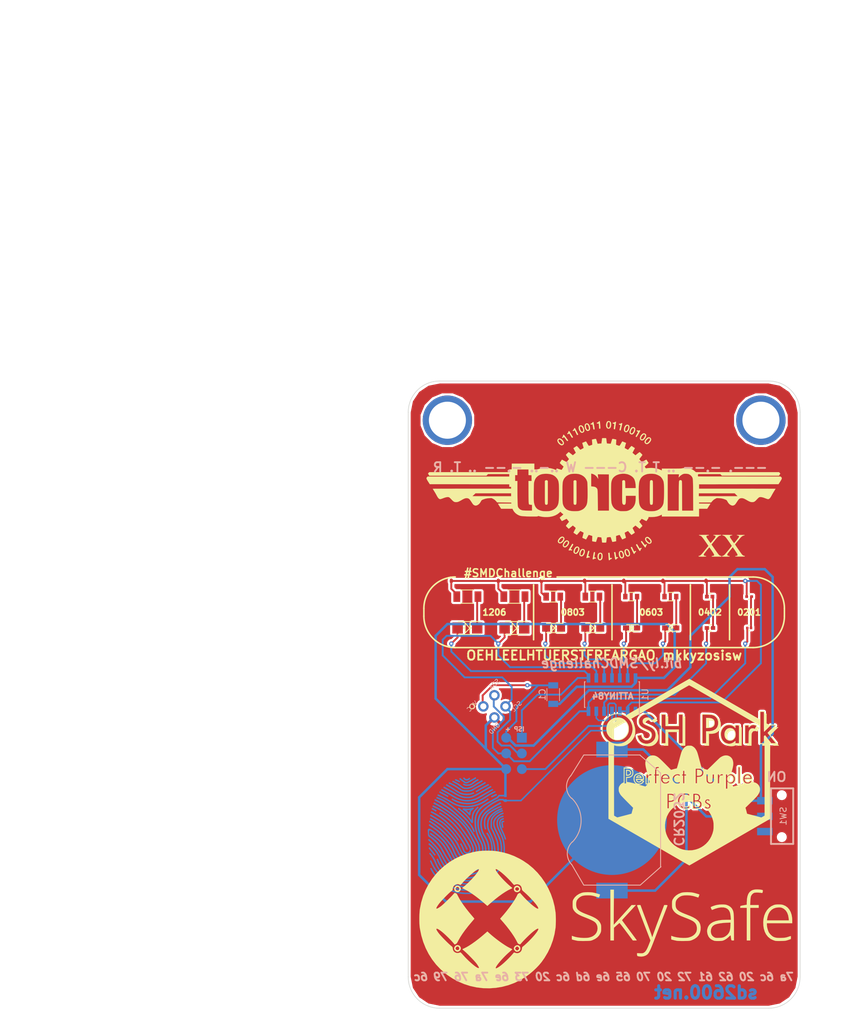
<source format=kicad_pcb>
(kicad_pcb (version 4) (host pcbnew 4.0.6)
  (layers (0 F.Cu signal) (31 B.Cu signal) (34 B.Paste user) (35 F.Paste user) (36 B.SilkS user) (37 F.SilkS user) (38 B.Mask user) (39 F.Mask user) (44 Edge.Cuts user))
  (net 0 "")
  (net 1 GND)
  (net 2 +BATT)
  (net 3 "Net-(D1-Pad1)")
  (net 4 "Net-(D2-Pad1)")
  (net 5 "Net-(D3-Pad1)")
  (net 6 "Net-(D3-Pad2)")
  (net 7 "Net-(D4-Pad2)")
  (net 8 "Net-(D4-Pad1)")
  (net 9 "Net-(BT1-Pad1)")
  (net 10 /MISO)
  (net 11 /SCK)
  (net 12 /MOSI)
  (net 13 /RESET)
  (net 14 "Net-(D5-Pad1)")
  (net 15 "Net-(D6-Pad1)")
  (net 16 "Net-(D7-Pad1)")
  (net 17 "Net-(D8-Pad1)")
  (net 18 "Net-(D8-Pad2)")
  (net 19 "Net-(P1-Pad1)")
  (net 20 "Net-(PG1-Pad1)")
  (net 21 "Net-(D5-Pad2)")
  (net 22 "Net-(D6-Pad2)")
  (net 23 "Net-(SW1-Pad2)")
  (net 24 "Net-(SW2-Pad1)")
  (module footprints:toor_logo (layer F.Cu) (at 123.19 90.17)
    (fp_text reference G*** hide)
    (fp_text value LOGO hide)
  )
  (module footprints:R_0201 (layer B.Cu) (at 107.188 139.954 90)
    (fp_text reference SW2 hide)
    (fp_text value SW_Push)
    (pad 1 smd rect (at -0.4 0 90) (size 0.45 0.43) (layers B.Cu) (net 24 "Net-(SW2-Pad1)"))
    (pad 2 smd rect (at 0.4 0 90) (size 0.45 0.43) (layers B.Cu) (net 1 GND))
  )
  (module footprints:SPST_SMD (layer B.Cu) (at 149.225 142.875 270)
    (fp_text reference SW1 (at 0 -3 270) (layer B.SilkS) (effects (justify mirror)))
    (fp_text value SW_SPDT)
    (pad "" np_thru_hole circle (at 3.4 -2.75 270) (size 0.9 0.9) (drill 0.9) (layers *.Cu *.Mask))
    (pad 3 smd rect (at -2.5 0 270) (size 1.2 2.5) (layers B.Cu B.Paste B.Mask) (net 2 +BATT))
    (pad 1 smd rect (at 0.04 0 270) (size 1.2 2.5) (layers B.Cu B.Paste B.Mask) (net 9 "Net-(BT1-Pad1)"))
    (pad 2 smd rect (at 2.5 0 270) (size 1.2 2.5) (layers B.Cu B.Paste B.Mask) (net 23 "Net-(SW1-Pad2)"))
    (pad "" np_thru_hole circle (at -3.4 -2.75 270) (size 0.9 0.9) (drill 0.9) (layers *.Cu *.Mask))
  )
  (module footprints:Pin_Header_Straight_1x01 (layer F.Cu) (at 148.59 78.74)
    (fp_text reference P1 hide)
    (fp_text value CONN_01X01)
    (pad 1 thru_hole circle (at 0 0) (size 8 8) (drill 6) (layers *.Cu *.Mask) (net 19 "Net-(P1-Pad1)"))
  )
  (module footprints:BATT_CR2032_SMD (layer B.Cu) (at 124.46 143.51 90)
    (fp_text reference BT1 hide)
    (fp_text value Battery hide)
    (pad 2 smd circle (at 0 0 90) (size 17.78 17.78) (layers B.Cu B.Paste B.Mask) (net 1 GND))
    (pad 1 smd rect (at -11.43 0 90) (size 2.54 5.08) (layers B.Cu B.Paste B.Mask) (net 9 "Net-(BT1-Pad1)"))
    (pad 1 smd rect (at 11.43 0 90) (size 2.54 5.08) (layers B.Cu B.Paste B.Mask) (net 9 "Net-(BT1-Pad1)"))
  )
  (module footprints:AVR-ISP-6 (layer B.Cu) (at 109.855 130.175 180)
    (fp_text reference CON1 hide)
    (fp_text value AVR-ISP-6 hide)
    (pad 1 smd rect (at 0 0 180) (size 1.6 1.6) (layers B.Cu B.Paste B.Mask) (net 10 /MISO))
    (pad 2 smd circle (at 2.54 0 180) (size 1.6 1.6) (layers B.Cu B.Paste B.Mask) (net 2 +BATT))
    (pad 3 smd oval (at 0 -2.54 180) (size 1.6 1.6) (layers B.Cu B.Paste B.Mask) (net 11 /SCK))
    (pad 4 smd oval (at 2.54 -2.54 180) (size 1.6 1.6) (layers B.Cu B.Paste B.Mask) (net 12 /MOSI))
    (pad 5 smd oval (at 0 -5.08 180) (size 1.6 1.6) (layers B.Cu B.Paste B.Mask) (net 13 /RESET))
    (pad 6 smd oval (at 2.54 -5.08 180) (size 1.6 1.6) (layers B.Cu B.Paste B.Mask) (net 1 GND))
  )
  (module footprints:LED-0805 (layer F.Cu) (at 114.935 112.395 180)
    (fp_text reference D3 hide)
    (fp_text value LED)
    (pad 2 smd rect (at 1.143 0) (size 1.3 1.19888) (layers F.Cu F.Paste F.Mask) (net 6 "Net-(D3-Pad2)"))
    (pad 1 smd rect (at -1.27 0) (size 1.3 1.19888) (layers F.Cu F.Paste F.Mask) (net 5 "Net-(D3-Pad1)"))
  )
  (module footprints:LED-0805 (layer F.Cu) (at 121.285 112.395 180)
    (fp_text reference D4 hide)
    (fp_text value LED)
    (pad 2 smd rect (at 1.143 0) (size 1.3 1.19888) (layers F.Cu F.Paste F.Mask) (net 7 "Net-(D4-Pad2)"))
    (pad 1 smd rect (at -1.27 0) (size 1.3 1.19888) (layers F.Cu F.Paste F.Mask) (net 8 "Net-(D4-Pad1)"))
  )
  (module footprints:LED-0603 (layer F.Cu) (at 127.635 112.395 180)
    (fp_text reference D5 hide)
    (fp_text value LED)
    (pad 2 smd rect (at 0.889 0) (size 1 0.79756) (layers F.Cu F.Paste F.Mask) (net 21 "Net-(D5-Pad2)"))
    (pad 1 smd rect (at -0.889 0) (size 1 0.79756) (layers F.Cu F.Paste F.Mask) (net 14 "Net-(D5-Pad1)"))
  )
  (module footprints:LED_0201 (layer F.Cu) (at 146.685 112.395 180)
    (fp_text reference D8 hide)
    (fp_text value LED)
    (pad 1 smd rect (at -0.3 0 180) (size 0.4 0.4) (layers F.Cu F.Paste F.Mask) (net 17 "Net-(D8-Pad1)"))
    (pad 2 smd rect (at 0.3 0 180) (size 0.4 0.4) (layers F.Cu F.Paste F.Mask) (net 18 "Net-(D8-Pad2)"))
  )
  (module footprints:Pin_Header_Straight_1x01 (layer F.Cu) (at 97.79 78.74)
    (fp_text reference P1 hide)
    (fp_text value CONN_01X01)
    (pad 1 thru_hole circle (at 0 0) (size 8 8) (drill 6) (layers *.Cu *.Mask) (net 19 "Net-(P1-Pad1)"))
  )
  (module footprints:testPad (layer F.Cu) (at 98.425 114.935)
    (fp_text reference P2 hide)
    (fp_text value CONN_01X01)
    (pad 1 smd oval (at 0 0) (size 0.508 0.762) (layers F.Cu F.Paste F.Mask) (net 10 /MISO))
  )
  (module footprints:testPad (layer F.Cu) (at 106.045 114.935)
    (fp_text reference P3 hide)
    (fp_text value CONN_01X01)
    (pad 1 smd oval (at 0 0) (size 0.508 0.762) (layers F.Cu F.Paste F.Mask) (net 11 /SCK))
  )
  (module footprints:testPad (layer F.Cu) (at 113.665 114.935)
    (fp_text reference P4 hide)
    (fp_text value CONN_01X01)
    (pad 1 smd oval (at 0 0) (size 0.508 0.762) (layers F.Cu F.Paste F.Mask) (net 6 "Net-(D3-Pad2)"))
  )
  (module footprints:testPad (layer F.Cu) (at 120.015 114.935)
    (fp_text reference P5 hide)
    (fp_text value CONN_01X01)
    (pad 1 smd oval (at 0 0) (size 0.508 0.762) (layers F.Cu F.Paste F.Mask) (net 7 "Net-(D4-Pad2)"))
  )
  (module footprints:testPad (layer F.Cu) (at 126.365 114.935)
    (fp_text reference P6 hide)
    (fp_text value CONN_01X01)
    (pad 1 smd oval (at 0 0) (size 0.508 0.762) (layers F.Cu F.Paste F.Mask) (net 21 "Net-(D5-Pad2)"))
  )
  (module footprints:testPad (layer F.Cu) (at 132.715 114.935)
    (fp_text reference P7 hide)
    (fp_text value CONN_01X01)
    (pad 1 smd oval (at 0 0) (size 0.508 0.762) (layers F.Cu F.Paste F.Mask) (net 22 "Net-(D6-Pad2)"))
  )
  (module footprints:testPad (layer F.Cu) (at 139.7 114.935)
    (fp_text reference P8 hide)
    (fp_text value CONN_01X01)
    (pad 1 smd oval (at 0 0) (size 0.508 0.762) (layers F.Cu F.Paste F.Mask) (net 12 /MOSI))
  )
  (module footprints:testPad (layer F.Cu) (at 146.05 114.935)
    (fp_text reference P9 hide)
    (fp_text value CONN_01X01)
    (pad 1 smd oval (at 0 0) (size 0.508 0.762) (layers F.Cu F.Paste F.Mask) (net 18 "Net-(D8-Pad2)"))
  )
  (module footprints:testPad (layer F.Cu) (at 98.425 104.775)
    (fp_text reference PG1 hide)
    (fp_text value CONN_01X01)
    (pad 1 smd oval (at 0 0) (size 0.508 0.762) (layers F.Cu F.Paste F.Mask) (net 20 "Net-(PG1-Pad1)"))
  )
  (module footprints:testPad (layer F.Cu) (at 106.045 104.775)
    (fp_text reference PG2 hide)
    (fp_text value CONN_01X01)
    (pad 1 smd oval (at 0 0) (size 0.508 0.762) (layers F.Cu F.Paste F.Mask) (net 20 "Net-(PG1-Pad1)"))
  )
  (module footprints:testPad (layer F.Cu) (at 113.03 104.775)
    (fp_text reference PG3 hide)
    (fp_text value CONN_01X01)
    (pad 1 smd oval (at 0 0) (size 0.508 0.762) (layers F.Cu F.Paste F.Mask) (net 20 "Net-(PG1-Pad1)"))
  )
  (module footprints:testPad (layer F.Cu) (at 120.015 104.775)
    (fp_text reference PG4 hide)
    (fp_text value CONN_01X01)
    (pad 1 smd oval (at 0 0) (size 0.508 0.762) (layers F.Cu F.Paste F.Mask) (net 20 "Net-(PG1-Pad1)"))
  )
  (module footprints:testPad (layer F.Cu) (at 126.365 104.775)
    (fp_text reference PG5 hide)
    (fp_text value CONN_01X01)
    (pad 1 smd oval (at 0 0) (size 0.508 0.762) (layers F.Cu F.Paste F.Mask) (net 20 "Net-(PG1-Pad1)"))
  )
  (module footprints:testPad (layer F.Cu) (at 132.715 104.775)
    (fp_text reference PG6 hide)
    (fp_text value CONN_01X01)
    (pad 1 smd oval (at 0 0) (size 0.508 0.762) (layers F.Cu F.Paste F.Mask) (net 20 "Net-(PG1-Pad1)"))
  )
  (module footprints:testPad (layer F.Cu) (at 139.7 104.775)
    (fp_text reference PG7 hide)
    (fp_text value CONN_01X01)
    (pad 1 smd oval (at 0 0) (size 0.508 0.762) (layers F.Cu F.Paste F.Mask) (net 20 "Net-(PG1-Pad1)"))
  )
  (module footprints:testPad (layer F.Cu) (at 146.05 104.775)
    (fp_text reference PG8 hide)
    (fp_text value CONN_01X01)
    (pad 1 smd oval (at 0 0) (size 0.508 0.762) (layers F.Cu F.Paste F.Mask) (net 20 "Net-(PG1-Pad1)"))
  )
  (module footprints:R_0805 (layer F.Cu) (at 114.935 107.315 180)
    (fp_text reference R3 hide)
    (fp_text value 100)
    (pad 1 smd rect (at -1.143 0 180) (size 0.9 1.3) (layers F.Cu F.Paste F.Mask) (net 5 "Net-(D3-Pad1)"))
    (pad 2 smd rect (at 1.143 0 180) (size 0.9 1.3) (layers F.Cu F.Paste F.Mask) (net 20 "Net-(PG1-Pad1)"))
  )
  (module footprints:R_0805 (layer F.Cu) (at 121.285 107.315 180)
    (fp_text reference R4 hide)
    (fp_text value 100)
    (pad 1 smd rect (at -1.143 0 180) (size 0.9 1.3) (layers F.Cu F.Paste F.Mask) (net 8 "Net-(D4-Pad1)"))
    (pad 2 smd rect (at 1.143 0 180) (size 0.9 1.3) (layers F.Cu F.Paste F.Mask) (net 20 "Net-(PG1-Pad1)"))
  )
  (module footprints:R_0603 (layer F.Cu) (at 127.635 107.315 180)
    (fp_text reference R5 hide)
    (fp_text value 100)
    (pad 1 smd rect (at -0.889 0 180) (size 0.7 0.9) (layers F.Cu F.Paste F.Mask) (net 14 "Net-(D5-Pad1)"))
    (pad 2 smd rect (at 1.016 0 180) (size 0.7 0.9) (layers F.Cu F.Paste F.Mask) (net 20 "Net-(PG1-Pad1)"))
  )
  (module footprints:R_0201 (layer F.Cu) (at 146.685 107.315 180)
    (fp_text reference R8 hide)
    (fp_text value 100)
    (pad 1 smd rect (at -0.4 0 180) (size 0.45 0.43) (layers F.Cu F.Paste F.Mask) (net 17 "Net-(D8-Pad1)"))
    (pad 2 smd rect (at 0.4 0 180) (size 0.45 0.43) (layers F.Cu F.Paste F.Mask) (net 20 "Net-(PG1-Pad1)"))
  )
  (module Housings_SOIC:SOIC-14_3.9x8.7mm_Pitch1.27mm (layer B.Cu) (at 124.46 123.19 90)
    (fp_text reference U1 (at 0 5.375 90) (layer B.SilkS) (effects (justify mirror)))
    (fp_text value ATTINY84A-SSU)
    (pad 1 smd rect (at -2.7 3.81 90) (size 1.5 0.6) (layers B.Cu B.Paste B.Mask) (net 2 +BATT))
    (pad 2 smd rect (at -2.7 2.54 90) (size 1.5 0.6) (layers B.Cu B.Paste B.Mask) (net 20 "Net-(PG1-Pad1)"))
    (pad 3 smd rect (at -2.7 1.27 90) (size 1.5 0.6) (layers B.Cu B.Paste B.Mask) (net 20 "Net-(PG1-Pad1)"))
    (pad 4 smd rect (at -2.7 0 90) (size 1.5 0.6) (layers B.Cu B.Paste B.Mask) (net 13 /RESET))
    (pad 5 smd rect (at -2.7 -1.27 90) (size 1.5 0.6) (layers B.Cu B.Paste B.Mask) (net 18 "Net-(D8-Pad2)"))
    (pad 6 smd rect (at -2.7 -2.54 90) (size 1.5 0.6) (layers B.Cu B.Paste B.Mask) (net 24 "Net-(SW2-Pad1)"))
    (pad 7 smd rect (at -2.7 -3.81 90) (size 1.5 0.6) (layers B.Cu B.Paste B.Mask) (net 12 /MOSI))
    (pad 8 smd rect (at 2.7 -3.81 90) (size 1.5 0.6) (layers B.Cu B.Paste B.Mask) (net 10 /MISO))
    (pad 9 smd rect (at 2.7 -2.54 90) (size 1.5 0.6) (layers B.Cu B.Paste B.Mask) (net 11 /SCK))
    (pad 10 smd rect (at 2.7 -1.27 90) (size 1.5 0.6) (layers B.Cu B.Paste B.Mask) (net 6 "Net-(D3-Pad2)"))
    (pad 11 smd rect (at 2.7 0 90) (size 1.5 0.6) (layers B.Cu B.Paste B.Mask) (net 7 "Net-(D4-Pad2)"))
    (pad 12 smd rect (at 2.7 1.27 90) (size 1.5 0.6) (layers B.Cu B.Paste B.Mask) (net 21 "Net-(D5-Pad2)"))
    (pad 13 smd rect (at 2.7 2.54 90) (size 1.5 0.6) (layers B.Cu B.Paste B.Mask) (net 22 "Net-(D6-Pad2)"))
    (pad 14 smd rect (at 2.7 3.81 90) (size 1.5 0.6) (layers B.Cu B.Paste B.Mask) (net 1 GND))
  )
  (module footprints:LED-0603 (layer F.Cu) (at 133.985 112.395 180)
    (fp_text reference D6 hide)
    (fp_text value LED)
    (pad 2 smd rect (at 0.889 0) (size 1 0.79756) (layers F.Cu F.Paste F.Mask) (net 22 "Net-(D6-Pad2)"))
    (pad 1 smd rect (at -0.889 0) (size 1 0.79756) (layers F.Cu F.Paste F.Mask) (net 15 "Net-(D6-Pad1)"))
  )
  (module footprints:LED_0402 (layer F.Cu) (at 140.335 112.395 180)
    (fp_text reference D7 hide)
    (fp_text value LED)
    (pad 1 smd rect (at -0.5 0 180) (size 0.7 0.6) (layers F.Cu F.Paste F.Mask) (net 16 "Net-(D7-Pad1)"))
    (pad 2 smd rect (at 0.5 0 180) (size 0.7 0.6) (layers F.Cu F.Paste F.Mask) (net 12 /MOSI))
  )
  (module footprints:R_0603 (layer F.Cu) (at 133.985 107.315 180)
    (fp_text reference R6 hide)
    (fp_text value 100)
    (pad 1 smd rect (at -0.889 0 180) (size 0.7 0.9) (layers F.Cu F.Paste F.Mask) (net 15 "Net-(D6-Pad1)"))
    (pad 2 smd rect (at 1.016 0 180) (size 0.7 0.9) (layers F.Cu F.Paste F.Mask) (net 20 "Net-(PG1-Pad1)"))
  )
  (module footprints:R_0402 (layer F.Cu) (at 140.335 107.315 180)
    (fp_text reference R7 hide)
    (fp_text value 100)
    (pad 1 smd rect (at -0.4 0 180) (size 0.6 0.6) (layers F.Cu F.Paste F.Mask) (net 16 "Net-(D7-Pad1)"))
    (pad 2 smd rect (at 0.5 0 180) (size 0.6 0.6) (layers F.Cu F.Paste F.Mask) (net 20 "Net-(PG1-Pad1)"))
  )
  (module Capacitors_SMD:C_1206 (layer B.Cu) (at 114.935 123.19 270)
    (fp_text reference C1 (at 0 1.75 270) (layer B.SilkS) (effects (justify mirror)))
    (fp_text value "0.1 uF")
    (pad 1 smd rect (at -1.5 0 270) (size 1 1.6) (layers B.Cu B.Paste B.Mask) (net 2 +BATT))
    (pad 2 smd rect (at 1.5 0 270) (size 1 1.6) (layers B.Cu B.Paste B.Mask) (net 1 GND))
  )
  (module footprints:LED-1206 (layer F.Cu) (at 100.965 112.395 180)
    (fp_text reference D1 hide)
    (fp_text value LED)
    (pad 2 smd rect (at 1.524 0) (size 1.7 1.80086) (layers F.Cu F.Paste F.Mask) (net 10 /MISO))
    (pad 1 smd rect (at -1.651 0) (size 1.7 1.80086) (layers F.Cu F.Paste F.Mask) (net 3 "Net-(D1-Pad1)"))
  )
  (module footprints:R_1206 (layer F.Cu) (at 100.965 107.315 180)
    (fp_text reference R1 hide)
    (fp_text value 100)
    (pad 1 smd rect (at -1.778 0 180) (size 1.1 1.7) (layers F.Cu F.Paste F.Mask) (net 3 "Net-(D1-Pad1)"))
    (pad 2 smd rect (at 1.651 0 180) (size 1.1 1.7) (layers F.Cu F.Paste F.Mask) (net 20 "Net-(PG1-Pad1)"))
  )
  (module footprints:LED-1206 (layer F.Cu) (at 108.585 112.395 180)
    (fp_text reference D2 hide)
    (fp_text value LED)
    (pad 2 smd rect (at 1.524 0) (size 1.7 1.80086) (layers F.Cu F.Paste F.Mask) (net 11 /SCK))
    (pad 1 smd rect (at -1.651 0) (size 1.7 1.80086) (layers F.Cu F.Paste F.Mask) (net 4 "Net-(D2-Pad1)"))
  )
  (module footprints:R_1206 (layer F.Cu) (at 108.585 107.315 180)
    (fp_text reference R2 hide)
    (fp_text value 100)
    (pad 1 smd rect (at -1.778 0 180) (size 1.1 1.7) (layers F.Cu F.Paste F.Mask) (net 4 "Net-(D2-Pad1)"))
    (pad 2 smd rect (at 1.651 0 180) (size 1.1 1.7) (layers F.Cu F.Paste F.Mask) (net 20 "Net-(PG1-Pad1)"))
  )
  (module footprints:xx (layer F.Cu) (at 142.24 99.06)
    (fp_text reference G*** hide)
    (fp_text value LOGO hide)
  )
  (module footprints:fingerprint (layer B.Cu) (at 100.965 146.05)
    (fp_text reference G*** hide)
    (fp_text value LOGO hide)
    (fp_poly (pts (xy 0.005834 -8.498761) (xy 0.181657 -8.558317) (xy 0.254441 -8.593971) (xy 0.370687 -8.654938) (xy 0.518856 -8.734803) (xy 0.687406 -8.827149) (xy 0.864795 -8.92556) (xy 1.039482 -9.02362) (xy 1.199927 -9.114912) (xy 1.334588 -9.193022) (xy 1.431924 -9.251531) (xy 1.455556 -9.266529) (xy 1.479618 -9.295838) (xy 1.470145 -9.34472) (xy 1.446803 -9.393786) (xy 1.411064 -9.458912) (xy 1.389656 -9.490501) (xy 1.388247 -9.491103) (xy 1.359934 -9.475139) (xy 1.286013 -9.432282) (xy 1.1756 -9.367847) (xy 1.03781 -9.287153) (xy 0.92075 -9.218434) (xy 0.616738 -9.043274) (xy 0.363059 -8.90473) (xy 0.158568 -8.802244) (xy 0.002116 -8.735254) (xy -0.107441 -8.703201) (xy -0.141196 -8.700022) (xy -0.193307 -8.710683) (xy -0.266472 -8.745029) (xy -0.367595 -8.807314) (xy -0.50358 -8.901794) (xy -0.681332 -9.032723) (xy -0.682625 -9.033692) (xy -1.127125 -9.366839) (xy -1.200681 -9.282937) (xy -1.242765 -9.221303) (xy -1.251092 -9.178283) (xy -1.248306 -9.174267) (xy -1.2154 -9.148163) (xy -1.140078 -9.091) (xy -1.031084 -9.009333) (xy -0.89716 -8.909717) (xy -0.766932 -8.813374) (xy -0.602421 -8.692632) (xy -0.479148 -8.604848) (xy -0.387616 -8.544793) (xy -0.318331 -8.507237) (xy -0.261798 -8.48695) (xy -0.208519 -8.478702) (xy -0.15665 -8.47725) (xy 0.005834 -8.498761)) (layer B.Cu) (width 0.01))
    (fp_poly (pts (xy 0.074303 -8.962869) (xy 0.251779 -9.022874) (xy 0.293151 -9.046619) (xy 0.404926 -9.1304) (xy 0.48017 -9.213387) (xy 0.507997 -9.283552) (xy 0.508 -9.284055) (xy 0.484373 -9.311668) (xy 0.427506 -9.354027) (xy 0.426986 -9.354368) (xy 0.367703 -9.388025) (xy 0.332167 -9.381373) (xy 0.298059 -9.339043) (xy 0.197174 -9.246663) (xy 0.057221 -9.189964) (xy -0.065659 -9.17575) (xy -0.152842 -9.183327) (xy -0.223421 -9.214124) (xy -0.302094 -9.280237) (xy -0.324971 -9.30275) (xy -0.394422 -9.371124) (xy -0.442284 -9.416204) (xy -0.456173 -9.427243) (xy -0.485381 -9.415883) (xy -0.547688 -9.392847) (xy -0.610064 -9.363002) (xy -0.635 -9.337569) (xy -0.612423 -9.289546) (xy -0.554663 -9.217616) (xy -0.476678 -9.136835) (xy -0.393427 -9.062258) (xy -0.319868 -9.008942) (xy -0.296635 -8.996993) (xy -0.115993 -8.953612) (xy 0.074303 -8.962869)) (layer B.Cu) (width 0.01))
    (fp_poly (pts (xy -1.182617 -8.694684) (xy -1.161748 -8.746982) (xy -1.144055 -8.813421) (xy -1.134494 -8.844025) (xy -1.158642 -8.862328) (xy -1.227953 -8.899312) (xy -1.329115 -8.948892) (xy -1.44882 -9.004984) (xy -1.573757 -9.061502) (xy -1.690617 -9.112363) (xy -1.78609 -9.151482) (xy -1.846865 -9.172774) (xy -1.858352 -9.174934) (xy -1.890793 -9.148937) (xy -1.9254 -9.084648) (xy -1.927782 -9.078511) (xy -1.946726 -9.019236) (xy -1.938514 -8.982458) (xy -1.891828 -8.951269) (xy -1.821691 -8.920063) (xy -1.717453 -8.875064) (xy -1.58491 -8.817418) (xy -1.461189 -8.763302) (xy -1.351901 -8.717043) (xy -1.264311 -8.683107) (xy -1.215328 -8.667994) (xy -1.212558 -8.66775) (xy -1.182617 -8.694684)) (layer B.Cu) (width 0.01))
    (fp_poly (pts (xy 0.340527 -8.09867) (xy 0.559454 -8.147824) (xy 0.750867 -8.23423) (xy 0.897963 -8.336366) (xy 1.090997 -8.49022) (xy 1.245623 -8.609443) (xy 1.37155 -8.700842) (xy 1.478487 -8.771222) (xy 1.576145 -8.827389) (xy 1.655361 -8.867257) (xy 1.758642 -8.91906) (xy 1.835168 -8.962372) (xy 1.870573 -8.988957) (xy 1.871463 -8.99112) (xy 1.860077 -9.052224) (xy 1.82768 -9.119903) (xy 1.788963 -9.167307) (xy 1.770848 -9.175028) (xy 1.723864 -9.160347) (xy 1.639996 -9.122601) (xy 1.539875 -9.071268) (xy 1.279118 -8.916193) (xy 1.034406 -8.738622) (xy 0.889 -8.617945) (xy 0.703216 -8.47394) (xy 0.528626 -8.378446) (xy 0.346281 -8.324084) (xy 0.13723 -8.303477) (xy 0.079375 -8.302734) (xy -0.070143 -8.305526) (xy -0.178683 -8.316562) (xy -0.268641 -8.340032) (xy -0.362409 -8.380129) (xy -0.379969 -8.388718) (xy -0.477825 -8.434958) (xy -0.53748 -8.453889) (xy -0.576708 -8.448187) (xy -0.610156 -8.423375) (xy -0.655643 -8.367844) (xy -0.655402 -8.317559) (xy -0.604871 -8.265535) (xy -0.499491 -8.20479) (xy -0.452438 -8.181894) (xy -0.347181 -8.1345) (xy -0.260371 -8.104796) (xy -0.170937 -8.088833) (xy -0.05781 -8.082661) (xy 0.079375 -8.082199) (xy 0.340527 -8.09867)) (layer B.Cu) (width 0.01))
    (fp_poly (pts (xy 0.0589 -7.56969) (xy 0.326003 -7.614465) (xy 0.602397 -7.700424) (xy 0.895544 -7.830274) (xy 1.212905 -8.006722) (xy 1.47446 -8.17337) (xy 1.649664 -8.287142) (xy 1.848974 -8.411756) (xy 2.0448 -8.530175) (xy 2.174875 -8.605862) (xy 2.3079 -8.681633) (xy 2.419596 -8.74571) (xy 2.499068 -8.791808) (xy 2.535415 -8.813644) (xy 2.536336 -8.814313) (xy 2.534691 -8.8476) (xy 2.513023 -8.909524) (xy 2.482798 -8.973583) (xy 2.455488 -9.013276) (xy 2.448835 -9.01651) (xy 2.415694 -9.001182) (xy 2.338095 -8.95937) (xy 2.226314 -8.896779) (xy 2.09063 -8.819113) (xy 2.032 -8.785124) (xy 1.855381 -8.680223) (xy 1.66636 -8.564405) (xy 1.487371 -8.451609) (xy 1.340848 -8.355777) (xy 1.33853 -8.354215) (xy 0.989172 -8.137693) (xy 0.657702 -7.970684) (xy 0.347889 -7.854681) (xy 0.063499 -7.79118) (xy -0.112033 -7.77875) (xy -0.312335 -7.79219) (xy -0.487389 -7.837366) (xy -0.655893 -7.921557) (xy -0.836545 -8.052047) (xy -0.85725 -8.068954) (xy -1.324367 -8.412974) (xy -1.827038 -8.705231) (xy -1.957202 -8.769584) (xy -2.101493 -8.83776) (xy -2.199603 -8.880883) (xy -2.262352 -8.901882) (xy -2.300562 -8.903687) (xy -2.325052 -8.88923) (xy -2.338497 -8.872832) (xy -2.372385 -8.81427) (xy -2.374006 -8.764638) (xy -2.336945 -8.716558) (xy -2.254788 -8.662653) (xy -2.12112 -8.595545) (xy -2.081191 -8.5769) (xy -1.618819 -8.334366) (xy -1.20315 -8.055625) (xy -1.031875 -7.919334) (xy -0.862195 -7.783855) (xy -0.718801 -7.688088) (xy -0.585122 -7.624887) (xy -0.444586 -7.587107) (xy -0.280624 -7.567602) (xy -0.206375 -7.563389) (xy 0.0589 -7.56969)) (layer B.Cu) (width 0.01))
    (fp_poly (pts (xy 0.11319 -7.119008) (xy 0.360428 -7.143302) (xy 0.533016 -7.175529) (xy 0.671683 -7.210641) (xy 0.782783 -7.245392) (xy 0.883481 -7.28766) (xy 0.99094 -7.345326) (xy 1.122322 -7.42627) (xy 1.227672 -7.494439) (xy 1.341895 -7.564553) (xy 1.4965 -7.653214) (xy 1.674783 -7.751156) (xy 1.860042 -7.849111) (xy 1.948699 -7.894504) (xy 2.143728 -7.995581) (xy 2.338484 -8.10092) (xy 2.524872 -8.205688) (xy 2.694792 -8.305053) (xy 2.840148 -8.394182) (xy 2.952842 -8.46824) (xy 3.024777 -8.522396) (xy 3.048 -8.550637) (xy 3.030077 -8.593435) (xy 2.990147 -8.651906) (xy 2.932294 -8.725454) (xy 2.664709 -8.550998) (xy 2.54467 -8.477161) (xy 2.383699 -8.384451) (xy 2.197933 -8.281835) (xy 2.003514 -8.178281) (xy 1.87325 -8.111221) (xy 1.679415 -8.010701) (xy 1.48048 -7.903451) (xy 1.293448 -7.798914) (xy 1.135327 -7.706535) (xy 1.055384 -7.657018) (xy 0.866748 -7.543387) (xy 0.696316 -7.460771) (xy 0.527411 -7.404744) (xy 0.343357 -7.37088) (xy 0.127475 -7.354755) (xy -0.09525 -7.351696) (xy -0.325941 -7.357199) (xy -0.511148 -7.37543) (xy -0.668469 -7.41183) (xy -0.815502 -7.471837) (xy -0.969842 -7.56089) (xy -1.132037 -7.672158) (xy -1.343596 -7.822502) (xy -1.518377 -7.942977) (xy -1.669939 -8.042421) (xy -1.811845 -8.12967) (xy -1.957656 -8.213562) (xy -1.993134 -8.233291) (xy -2.096747 -8.288529) (xy -2.226878 -8.35487) (xy -2.37166 -8.426632) (xy -2.519225 -8.498127) (xy -2.657706 -8.563671) (xy -2.775235 -8.61758) (xy -2.859945 -8.654168) (xy -2.899967 -8.667749) (xy -2.900054 -8.66775) (xy -2.924174 -8.642007) (xy -2.949861 -8.582207) (xy -2.968883 -8.514489) (xy -2.973011 -8.464993) (xy -2.966962 -8.455263) (xy -2.927593 -8.438651) (xy -2.843192 -8.401237) (xy -2.726444 -8.348691) (xy -2.599624 -8.291059) (xy -2.301826 -8.14657) (xy -2.019374 -7.990161) (xy -1.7326 -7.810223) (xy -1.42875 -7.600114) (xy -1.226752 -7.458884) (xy -1.06068 -7.352264) (xy -0.918115 -7.273689) (xy -0.786642 -7.216596) (xy -0.653843 -7.17442) (xy -0.595921 -7.159867) (xy -0.388524 -7.126965) (xy -0.144307 -7.113454) (xy 0.11319 -7.119008)) (layer B.Cu) (width 0.01))
    (fp_poly (pts (xy 1.781682 -7.198967) (xy 1.97892 -7.315728) (xy 2.201192 -7.44448) (xy 2.435729 -7.578072) (xy 2.669763 -7.709354) (xy 2.890526 -7.831177) (xy 3.08525 -7.936391) (xy 3.241165 -8.017847) (xy 3.27025 -8.032497) (xy 3.388057 -8.09177) (xy 3.482559 -8.14026) (xy 3.540627 -8.171184) (xy 3.552336 -8.178297) (xy 3.550569 -8.212451) (xy 3.528785 -8.275022) (xy 3.498486 -8.339302) (xy 3.471171 -8.378581) (xy 3.464835 -8.381507) (xy 3.431322 -8.367284) (xy 3.351681 -8.328316) (xy 3.235871 -8.269627) (xy 3.093853 -8.19624) (xy 2.996907 -8.145508) (xy 2.827332 -8.054835) (xy 2.639472 -7.951796) (xy 2.44113 -7.840938) (xy 2.240108 -7.726804) (xy 2.044209 -7.613942) (xy 1.861235 -7.506895) (xy 1.698988 -7.410209) (xy 1.565271 -7.32843) (xy 1.467886 -7.266103) (xy 1.414636 -7.227772) (xy 1.407076 -7.219347) (xy 1.41845 -7.176713) (xy 1.456997 -7.115236) (xy 1.51549 -7.039097) (xy 1.781682 -7.198967)) (layer B.Cu) (width 0.01))
    (fp_poly (pts (xy 0.300124 -6.59568) (xy 0.695137 -6.677432) (xy 0.936324 -6.758354) (xy 1.06775 -6.815205) (xy 1.142637 -6.866396) (xy 1.166674 -6.918897) (xy 1.145554 -6.97968) (xy 1.132602 -6.998753) (xy 1.106469 -7.02924) (xy 1.07569 -7.040256) (xy 1.024411 -7.030506) (xy 0.93678 -6.998692) (xy 0.885622 -6.978558) (xy 0.679495 -6.903727) (xy 0.494176 -6.854042) (xy 0.306214 -6.825333) (xy 0.092157 -6.813427) (xy -0.047625 -6.812543) (xy -0.418463 -6.834836) (xy -0.756974 -6.899557) (xy -1.080982 -7.010182) (xy -1.097941 -7.017329) (xy -1.169712 -7.054071) (xy -1.284231 -7.12019) (xy -1.431565 -7.209609) (xy -1.601784 -7.316246) (xy -1.784955 -7.434025) (xy -1.87325 -7.491867) (xy -2.063188 -7.615385) (xy -2.263403 -7.742624) (xy -2.466164 -7.868964) (xy -2.663738 -7.989782) (xy -2.848395 -8.100456) (xy -3.012402 -8.196364) (xy -3.148027 -8.272884) (xy -3.247539 -8.325394) (xy -3.303205 -8.349272) (xy -3.309123 -8.350229) (xy -3.337801 -8.324984) (xy -3.376949 -8.263417) (xy -3.380941 -8.255839) (xy -3.429763 -8.161429) (xy -3.294444 -8.092816) (xy -3.183702 -8.033024) (xy -3.031116 -7.945518) (xy -2.84805 -7.837238) (xy -2.645871 -7.715124) (xy -2.435944 -7.586116) (xy -2.229635 -7.457153) (xy -2.038309 -7.335176) (xy -1.873332 -7.227125) (xy -1.839252 -7.20426) (xy -1.583515 -7.03729) (xy -1.361503 -6.90644) (xy -1.159474 -6.805649) (xy -0.963685 -6.728855) (xy -0.760397 -6.669998) (xy -0.535866 -6.623016) (xy -0.511779 -6.618749) (xy -0.100322 -6.576298) (xy 0.300124 -6.59568)) (layer B.Cu) (width 0.01))
    (fp_poly (pts (xy 0.22735 -6.085585) (xy 0.422109 -6.097023) (xy 0.598015 -6.122087) (xy 0.768804 -6.164423) (xy 0.948213 -6.227678) (xy 1.149981 -6.315495) (xy 1.387843 -6.431522) (xy 1.474015 -6.4753) (xy 1.672528 -6.579127) (xy 1.906911 -6.705421) (xy 2.158597 -6.843949) (xy 2.409021 -6.98448) (xy 2.639617 -7.116783) (xy 2.667 -7.132745) (xy 2.874354 -7.253591) (xy 3.085306 -7.376035) (xy 3.286411 -7.49231) (xy 3.464221 -7.594647) (xy 3.60529 -7.675275) (xy 3.642603 -7.696424) (xy 3.967331 -7.879895) (xy 3.9196 -7.972197) (xy 3.880399 -8.035464) (xy 3.849717 -8.064324) (xy 3.84816 -8.0645) (xy 3.814737 -8.049287) (xy 3.734965 -8.006796) (xy 3.617343 -7.941741) (xy 3.470371 -7.85884) (xy 3.302548 -7.762809) (xy 3.253663 -7.734605) (xy 3.046316 -7.614544) (xy 2.824535 -7.485745) (xy 2.606351 -7.358705) (xy 2.409799 -7.243924) (xy 2.272972 -7.1637) (xy 2.043925 -7.03265) (xy 1.802058 -6.900676) (xy 1.557128 -6.772571) (xy 1.31889 -6.653122) (xy 1.097101 -6.547121) (xy 0.901516 -6.459357) (xy 0.74189 -6.394621) (xy 0.635 -6.359472) (xy 0.464579 -6.327782) (xy 0.248517 -6.310499) (xy 0.03175 -6.306516) (xy -0.223396 -6.314629) (xy -0.459701 -6.340376) (xy -0.687692 -6.387274) (xy -0.917894 -6.458843) (xy -1.160834 -6.5586) (xy -1.427038 -6.690066) (xy -1.727031 -6.856757) (xy -1.875809 -6.94417) (xy -2.051748 -7.047146) (xy -2.264317 -7.168753) (xy -2.500462 -7.301769) (xy -2.747126 -7.438978) (xy -2.991253 -7.573158) (xy -3.219788 -7.697092) (xy -3.419673 -7.80356) (xy -3.577853 -7.885343) (xy -3.578948 -7.885895) (xy -3.74477 -7.969442) (xy -3.797457 -7.867557) (xy -3.824949 -7.798992) (xy -3.825938 -7.759027) (xy -3.822135 -7.756198) (xy -3.774703 -7.734246) (xy -3.68015 -7.685695) (xy -3.54671 -7.615061) (xy -3.382616 -7.526864) (xy -3.196099 -7.42562) (xy -2.995394 -7.315846) (xy -2.788732 -7.202061) (xy -2.584347 -7.088782) (xy -2.390472 -6.980527) (xy -2.215339 -6.881813) (xy -2.067181 -6.797158) (xy -1.957319 -6.732921) (xy -1.641136 -6.550134) (xy -1.363542 -6.403591) (xy -1.113685 -6.289692) (xy -0.880707 -6.204841) (xy -0.653754 -6.14544) (xy -0.421971 -6.107889) (xy -0.174503 -6.08859) (xy 0 -6.084129) (xy 0.22735 -6.085585)) (layer B.Cu) (width 0.01))
    (fp_poly (pts (xy 0.619688 -5.614227) (xy 1.039817 -5.701988) (xy 1.185431 -5.742949) (xy 1.326983 -5.790329) (xy 1.472673 -5.848092) (xy 1.6307 -5.920201) (xy 1.809264 -6.010618) (xy 2.016564 -6.123306) (xy 2.260799 -6.262229) (xy 2.55017 -6.431349) (xy 2.555875 -6.434713) (xy 2.782891 -6.567922) (xy 3.025799 -6.709278) (xy 3.268561 -6.849529) (xy 3.495139 -6.979421) (xy 3.689495 -7.089704) (xy 3.753491 -7.125621) (xy 4.252607 -7.404563) (xy 4.205113 -7.496406) (xy 4.1662 -7.559344) (xy 4.13606 -7.58773) (xy 4.134622 -7.587866) (xy 4.101881 -7.572694) (xy 4.021578 -7.530167) (xy 3.901274 -7.46445) (xy 3.748533 -7.379706) (xy 3.570918 -7.280101) (xy 3.39725 -7.181873) (xy 3.16681 -7.050581) (xy 2.920813 -6.909641) (xy 2.675278 -6.768286) (xy 2.446224 -6.635747) (xy 2.249672 -6.521256) (xy 2.180075 -6.480426) (xy 1.887856 -6.31201) (xy 1.635948 -6.176052) (xy 1.412834 -6.068324) (xy 1.206993 -5.984599) (xy 1.006908 -5.920647) (xy 0.801059 -5.872242) (xy 0.577928 -5.835155) (xy 0.346058 -5.807247) (xy -0.038874 -5.788629) (xy -0.421468 -5.815511) (xy -0.807652 -5.889622) (xy -1.203352 -6.012688) (xy -1.614492 -6.186436) (xy -2.046999 -6.412595) (xy -2.3495 -6.592942) (xy -2.521915 -6.698216) (xy -2.715401 -6.812816) (xy -2.922118 -6.932445) (xy -3.134225 -7.052803) (xy -3.343881 -7.169592) (xy -3.543245 -7.278515) (xy -3.724478 -7.375272) (xy -3.879737 -7.455565) (xy -4.001182 -7.515095) (xy -4.080973 -7.549565) (xy -4.107139 -7.5565) (xy -4.127288 -7.530793) (xy -4.154774 -7.471606) (xy -4.178935 -7.405834) (xy -4.189108 -7.360376) (xy -4.187337 -7.354197) (xy -4.156554 -7.337271) (xy -4.078323 -7.296097) (xy -3.961703 -7.23539) (xy -3.815754 -7.159866) (xy -3.65125 -7.075125) (xy -3.448643 -6.967725) (xy -3.213239 -6.837712) (xy -2.965669 -6.696796) (xy -2.726559 -6.556691) (xy -2.551269 -6.450621) (xy -2.36226 -6.335973) (xy -2.174417 -6.225413) (xy -2.000452 -6.126176) (xy -1.85308 -6.045499) (xy -1.745015 -5.990619) (xy -1.734634 -5.98581) (xy -1.249755 -5.791647) (xy -0.777187 -5.65795) (xy -0.311626 -5.584176) (xy 0.152232 -5.569782) (xy 0.619688 -5.614227)) (layer B.Cu) (width 0.01))
    (fp_poly (pts (xy 0.39469 -5.106133) (xy 0.687192 -5.130956) (xy 0.965853 -5.176027) (xy 1.239648 -5.244373) (xy 1.517549 -5.339019) (xy 1.80853 -5.462993) (xy 2.121564 -5.61932) (xy 2.465626 -5.811027) (xy 2.819773 -6.022775) (xy 3.0133 -6.141346) (xy 3.220725 -6.268367) (xy 3.42294 -6.392141) (xy 3.600841 -6.500973) (xy 3.682805 -6.551083) (xy 3.852655 -6.651525) (xy 4.036968 -6.755039) (xy 4.212244 -6.848706) (xy 4.341618 -6.913326) (xy 4.463847 -6.972353) (xy 4.561209 -7.021516) (xy 4.621636 -7.054589) (xy 4.6355 -7.0649) (xy 4.61998 -7.117517) (xy 4.584511 -7.180358) (xy 4.545729 -7.22708) (xy 4.527216 -7.23639) (xy 4.483808 -7.222447) (xy 4.399356 -7.187754) (xy 4.290051 -7.139054) (xy 4.259098 -7.124715) (xy 4.155534 -7.075112) (xy 4.050723 -7.021916) (xy 3.937489 -6.960963) (xy 3.808656 -6.888089) (xy 3.657045 -6.799132) (xy 3.47548 -6.689928) (xy 3.256784 -6.556313) (xy 2.993781 -6.394124) (xy 2.905125 -6.339247) (xy 2.527859 -6.110482) (xy 2.19199 -5.918285) (xy 1.889495 -5.759351) (xy 1.612351 -5.630373) (xy 1.352536 -5.528044) (xy 1.102028 -5.449059) (xy 0.852803 -5.39011) (xy 0.59684 -5.347891) (xy 0.460375 -5.331657) (xy 0.036938 -5.313635) (xy -0.407979 -5.343946) (xy -0.857193 -5.42055) (xy -1.287122 -5.539261) (xy -1.435877 -5.59377) (xy -1.609523 -5.665026) (xy -1.792788 -5.745952) (xy -1.970396 -5.829473) (xy -2.127073 -5.908514) (xy -2.247545 -5.975999) (xy -2.290922 -6.004254) (xy -2.389279 -6.07429) (xy -2.448059 -5.997832) (xy -2.490035 -5.937092) (xy -2.507545 -5.899861) (xy -2.48136 -5.870377) (xy -2.409092 -5.819675) (xy -2.301816 -5.754201) (xy -2.170609 -5.680396) (xy -2.026545 -5.604705) (xy -1.880701 -5.533572) (xy -1.867014 -5.52722) (xy -1.415381 -5.342511) (xy -0.972305 -5.212202) (xy -0.520803 -5.132552) (xy -0.043896 -5.099821) (xy 0.079375 -5.098531) (xy 0.39469 -5.106133)) (layer B.Cu) (width 0.01))
    (fp_poly (pts (xy -3.08629 -6.280686) (xy -3.054049 -6.334489) (xy -3.026461 -6.39836) (xy -3.01625 -6.443841) (xy -3.043038 -6.466177) (xy -3.117936 -6.513136) (xy -3.232747 -6.579982) (xy -3.379274 -6.661984) (xy -3.549322 -6.754406) (xy -3.611563 -6.787641) (xy -3.845087 -6.912055) (xy -4.028526 -7.009797) (xy -4.168222 -7.083321) (xy -4.270518 -7.135079) (xy -4.341755 -7.167526) (xy -4.388275 -7.183115) (xy -4.41642 -7.184298) (xy -4.432532 -7.173531) (xy -4.442953 -7.153265) (xy -4.454025 -7.125955) (xy -4.459063 -7.115504) (xy -4.487776 -7.044342) (xy -4.478812 -7.00345) (xy -4.467977 -6.993342) (xy -4.433472 -6.973068) (xy -4.352554 -6.92811) (xy -4.234848 -6.863655) (xy -4.089977 -6.784887) (xy -3.927565 -6.696992) (xy -3.757237 -6.605155) (xy -3.588618 -6.51456) (xy -3.43133 -6.430395) (xy -3.294998 -6.357842) (xy -3.189246 -6.302089) (xy -3.123699 -6.268319) (xy -3.110307 -6.261865) (xy -3.08629 -6.280686)) (layer B.Cu) (width 0.01))
    (fp_poly (pts (xy 4.038239 -6.209026) (xy 4.085672 -6.228145) (xy 4.174158 -6.267141) (xy 4.290681 -6.319957) (xy 4.422223 -6.380538) (xy 4.55577 -6.442826) (xy 4.678303 -6.500767) (xy 4.776806 -6.548304) (xy 4.838263 -6.579381) (xy 4.851938 -6.587604) (xy 4.8455 -6.61767) (xy 4.820336 -6.677372) (xy 4.788432 -6.741726) (xy 4.761774 -6.785751) (xy 4.753747 -6.792267) (xy 4.724091 -6.778687) (xy 4.647384 -6.742862) (xy 4.533999 -6.689656) (xy 4.394309 -6.623931) (xy 4.333875 -6.595453) (xy 4.186038 -6.525575) (xy 4.059901 -6.465605) (xy 3.966018 -6.420589) (xy 3.914945 -6.395572) (xy 3.908913 -6.392328) (xy 3.911356 -6.360648) (xy 3.933618 -6.294793) (xy 3.936914 -6.286707) (xy 3.975126 -6.219951) (xy 4.019853 -6.204766) (xy 4.038239 -6.209026)) (layer B.Cu) (width 0.01))
    (fp_poly (pts (xy 0.222814 -4.61032) (xy 0.493178 -4.625114) (xy 0.729912 -4.649815) (xy 0.754092 -4.653287) (xy 1.247993 -4.752876) (xy 1.747753 -4.903082) (xy 2.233504 -5.096815) (xy 2.685375 -5.326987) (xy 2.752143 -5.366089) (xy 2.910389 -5.463833) (xy 3.067884 -5.566844) (xy 3.215431 -5.668462) (xy 3.343831 -5.762028) (xy 3.443888 -5.840882) (xy 3.506403 -5.898365) (xy 3.523203 -5.924391) (xy 3.502525 -5.969705) (xy 3.460111 -6.017202) (xy 3.415919 -6.051923) (xy 3.378334 -6.053938) (xy 3.32352 -6.020541) (xy 3.293624 -5.998311) (xy 2.798301 -5.660426) (xy 2.287176 -5.378186) (xy 1.764012 -5.152335) (xy 1.232573 -4.983618) (xy 0.696622 -4.87278) (xy 0.159923 -4.820567) (xy -0.373762 -4.827723) (xy -0.900668 -4.894994) (xy -1.417033 -5.023124) (xy -1.498965 -5.049503) (xy -1.673758 -5.111906) (xy -1.843547 -5.18257) (xy -2.01989 -5.267368) (xy -2.214344 -5.372175) (xy -2.438463 -5.502866) (xy -2.674198 -5.646922) (xy -2.868866 -5.765452) (xy -3.086784 -5.894521) (xy -3.304467 -6.020428) (xy -3.498432 -6.129471) (xy -3.543296 -6.154029) (xy -3.706577 -6.240637) (xy -3.884317 -6.331359) (xy -4.066555 -6.421497) (xy -4.243333 -6.506356) (xy -4.40469 -6.58124) (xy -4.540669 -6.641451) (xy -4.641309 -6.682295) (xy -4.696651 -6.699075) (xy -4.699538 -6.69925) (xy -4.733306 -6.672869) (xy -4.764466 -6.614704) (xy -4.779944 -6.54647) (xy -4.771618 -6.507755) (xy -4.734151 -6.486411) (xy -4.65129 -6.44538) (xy -4.535667 -6.390761) (xy -4.41325 -6.334674) (xy -4.11146 -6.191107) (xy -3.778017 -6.020081) (xy -3.432191 -5.832078) (xy -3.093252 -5.637578) (xy -2.780468 -5.447062) (xy -2.775106 -5.443677) (xy -2.439549 -5.239357) (xy -2.136853 -5.073188) (xy -1.853658 -4.939782) (xy -1.576602 -4.833748) (xy -1.292325 -4.749699) (xy -0.987468 -4.682244) (xy -0.809625 -4.650827) (xy -0.597399 -4.625687) (xy -0.34174 -4.610576) (xy -0.061914 -4.605464) (xy 0.222814 -4.61032)) (layer B.Cu) (width 0.01))
    (fp_poly (pts (xy 0.587375 5.902054) (xy 1.032426 5.816626) (xy 1.459783 5.673531) (xy 1.862998 5.476471) (xy 2.235623 5.229148) (xy 2.571208 4.935265) (xy 2.863305 4.598523) (xy 2.867356 4.593119) (xy 3.114153 4.232857) (xy 3.309895 3.875847) (xy 3.463313 3.50394) (xy 3.580019 3.1115) (xy 3.614432 2.965319) (xy 3.63793 2.837748) (xy 3.652428 2.709899) (xy 3.659837 2.562883) (xy 3.662068 2.377812) (xy 3.661985 2.301875) (xy 3.64194 1.875669) (xy 3.582323 1.472632) (xy 3.479725 1.081963) (xy 3.330738 0.692861) (xy 3.131955 0.294521) (xy 2.912957 -0.072504) (xy 2.717935 -0.428016) (xy 2.565635 -0.810192) (xy 2.458671 -1.207077) (xy 2.399654 -1.606715) (xy 2.391197 -1.997153) (xy 2.424687 -2.307046) (xy 2.478468 -2.565573) (xy 2.547687 -2.800396) (xy 2.636863 -3.016746) (xy 2.750511 -3.219849) (xy 2.893148 -3.414936) (xy 3.069291 -3.607236) (xy 3.283458 -3.801977) (xy 3.540164 -4.004388) (xy 3.843926 -4.219698) (xy 4.199261 -4.453136) (xy 4.373602 -4.563246) (xy 4.55989 -4.67745) (xy 4.759223 -4.79577) (xy 4.952396 -4.90705) (xy 5.120205 -5.000132) (xy 5.183187 -5.033557) (xy 5.314618 -5.103084) (xy 5.422576 -5.162474) (xy 5.496158 -5.205568) (xy 5.524463 -5.226204) (xy 5.5245 -5.22645) (xy 5.511031 -5.265433) (xy 5.479679 -5.328438) (xy 5.444024 -5.390596) (xy 5.417648 -5.42704) (xy 5.413746 -5.42925) (xy 5.374647 -5.4137) (xy 5.28992 -5.370386) (xy 5.168329 -5.304311) (xy 5.018641 -5.220477) (xy 4.849621 -5.123886) (xy 4.670032 -5.019541) (xy 4.488641 -4.912444) (xy 4.314212 -4.807598) (xy 4.177348 -4.7236) (xy 3.845621 -4.513893) (xy 3.565063 -4.328062) (xy 3.329982 -4.161718) (xy 3.134682 -4.010473) (xy 2.973473 -3.869937) (xy 2.840659 -3.735722) (xy 2.739606 -3.615288) (xy 2.518118 -3.291437) (xy 2.352458 -2.962822) (xy 2.239024 -2.618567) (xy 2.174216 -2.247793) (xy 2.154412 -1.847662) (xy 2.18393 -1.396982) (xy 2.271767 -0.955868) (xy 2.419247 -0.520149) (xy 2.627696 -0.085655) (xy 2.811871 0.221969) (xy 3.03639 0.621285) (xy 3.210792 1.043346) (xy 3.334268 1.480494) (xy 3.40601 1.925072) (xy 3.42521 2.369423) (xy 3.391058 2.805888) (xy 3.302748 3.226811) (xy 3.168823 3.60332) (xy 2.958777 4.017952) (xy 2.707218 4.397309) (xy 2.419707 4.734441) (xy 2.101804 5.022399) (xy 1.93675 5.143356) (xy 1.547127 5.37038) (xy 1.13462 5.539602) (xy 0.704285 5.650243) (xy 0.261177 5.701524) (xy -0.18965 5.692667) (xy -0.643139 5.622893) (xy -0.845057 5.571889) (xy -1.088104 5.490422) (xy -1.340619 5.383962) (xy -1.582109 5.26241) (xy -1.792079 5.135669) (xy -1.882413 5.070681) (xy -2.058143 4.916492) (xy -2.254571 4.713147) (xy -2.465517 4.469022) (xy -2.684798 4.192488) (xy -2.906232 3.891921) (xy -3.123635 3.575693) (xy -3.330827 3.25218) (xy -3.521625 2.929754) (xy -3.68045 2.63525) (xy -3.861004 2.292426) (xy -4.02943 1.997373) (xy -4.194213 1.737804) (xy -4.363845 1.501433) (xy -4.546812 1.275972) (xy -4.751604 1.049133) (xy -4.839899 0.956942) (xy -5.144198 0.659256) (xy -5.440279 0.403524) (xy -5.74663 0.174089) (xy -5.838265 0.111421) (xy -5.940832 0.038274) (xy -6.019088 -0.025782) (xy -6.060651 -0.070274) (xy -6.06425 -0.079711) (xy -6.086471 -0.131533) (xy -6.111875 -0.158749) (xy -6.136308 -0.196775) (xy -6.151273 -0.268929) (xy -6.158362 -0.386267) (xy -6.1595 -0.489662) (xy -6.15328 -0.665171) (xy -6.130884 -0.783196) (xy -6.086709 -0.846309) (xy -6.015153 -0.857085) (xy -5.910613 -0.818095) (xy -5.767486 -0.731914) (xy -5.712716 -0.694856) (xy -5.308359 -0.401484) (xy -4.91111 -0.08465) (xy -4.530971 0.246474) (xy -4.177943 0.582716) (xy -3.862028 0.914901) (xy -3.593228 1.233857) (xy -3.553111 1.285875) (xy -3.36545 1.549073) (xy -3.163324 1.862448) (xy -2.952642 2.216035) (xy -2.739315 2.599869) (xy -2.529253 3.003985) (xy -2.503301 3.055867) (xy -2.391685 3.27653) (xy -2.297899 3.451727) (xy -2.213706 3.593891) (xy -2.130866 3.715458) (xy -2.041142 3.828863) (xy -1.936297 3.946542) (xy -1.859436 4.027778) (xy -1.5567 4.307978) (xy -1.238076 4.531537) (xy -0.893026 4.705093) (xy -0.633882 4.799203) (xy -0.53243 4.828699) (xy -0.437681 4.849218) (xy -0.334597 4.86226) (xy -0.208136 4.869325) (xy -0.043261 4.871911) (xy 0.09525 4.871888) (xy 0.290114 4.870272) (xy 0.436642 4.865829) (xy 0.549988 4.856787) (xy 0.645305 4.841377) (xy 0.737749 4.81783) (xy 0.841375 4.784744) (xy 1.205249 4.631749) (xy 1.546619 4.427845) (xy 1.854143 4.181069) (xy 2.116477 3.899455) (xy 2.147639 3.859431) (xy 2.314654 3.621187) (xy 2.442016 3.391751) (xy 2.54314 3.145065) (xy 2.590353 2.999522) (xy 2.628479 2.863473) (xy 2.653872 2.742487) (xy 2.66915 2.616096) (xy 2.67693 2.463835) (xy 2.679579 2.301875) (xy 2.677521 2.102083) (xy 2.665812 1.923941) (xy 2.641279 1.756622) (xy 2.60075 1.5893) (xy 2.541052 1.411147) (xy 2.459013 1.211335) (xy 2.351461 0.979038) (xy 2.215223 0.703428) (xy 2.205712 0.684573) (xy 1.988806 0.232468) (xy 1.813647 -0.186017) (xy 1.677421 -0.582502) (xy 1.577314 -0.968606) (xy 1.510515 -1.355951) (xy 1.474211 -1.756156) (xy 1.465587 -2.180842) (xy 1.469191 -2.357961) (xy 1.480482 -2.625271) (xy 1.498185 -2.843875) (xy 1.525143 -3.028467) (xy 1.564196 -3.193741) (xy 1.618186 -3.354391) (xy 1.689954 -3.525111) (xy 1.698534 -3.543995) (xy 1.898444 -3.911435) (xy 2.147291 -4.243794) (xy 2.447905 -4.544155) (xy 2.803117 -4.815601) (xy 2.956201 -4.913768) (xy 3.042195 -4.964987) (xy 3.173455 -5.041441) (xy 3.339832 -5.13735) (xy 3.53118 -5.246937) (xy 3.73735 -5.364425) (xy 3.948196 -5.484034) (xy 4.15357 -5.599987) (xy 4.343325 -5.706507) (xy 4.507313 -5.797815) (xy 4.556125 -5.824769) (xy 4.671307 -5.888388) (xy 4.808343 -5.964345) (xy 4.912848 -6.022442) (xy 5.110822 -6.132696) (xy 5.062846 -6.225473) (xy 5.019229 -6.288658) (xy 4.978349 -6.316321) (xy 4.975997 -6.316369) (xy 4.935595 -6.300802) (xy 4.851141 -6.259317) (xy 4.733653 -6.197608) (xy 4.594152 -6.121369) (xy 4.54025 -6.091229) (xy 4.380455 -6.00149) (xy 4.183007 -5.890839) (xy 3.965734 -5.769254) (xy 3.746464 -5.646712) (xy 3.571875 -5.549277) (xy 3.249499 -5.36656) (xy 2.977318 -5.205345) (xy 2.74785 -5.060569) (xy 2.553611 -4.927169) (xy 2.38712 -4.80008) (xy 2.240896 -4.67424) (xy 2.148258 -4.585841) (xy 1.868217 -4.275927) (xy 1.640768 -3.95233) (xy 1.463782 -3.609039) (xy 1.335134 -3.240044) (xy 1.252696 -2.839337) (xy 1.214342 -2.400905) (xy 1.216432 -1.952625) (xy 1.235592 -1.640257) (xy 1.267425 -1.35615) (xy 1.31569 -1.07799) (xy 1.384147 -0.783466) (xy 1.46001 -0.50708) (xy 1.644787 0.049252) (xy 1.869754 0.571806) (xy 2.060192 0.936625) (xy 2.199575 1.201808) (xy 2.301394 1.438042) (xy 2.371102 1.663089) (xy 2.414153 1.894712) (xy 2.435999 2.150671) (xy 2.436546 2.162496) (xy 2.437081 2.467511) (xy 2.406601 2.734814) (xy 2.341487 2.983974) (xy 2.238633 3.233507) (xy 2.040411 3.585332) (xy 1.806312 3.886337) (xy 1.533072 4.140185) (xy 1.271876 4.319086) (xy 0.957228 4.481602) (xy 0.649181 4.588252) (xy 0.333144 4.64303) (xy 0.055541 4.651991) (xy -0.328331 4.612102) (xy -0.700663 4.512829) (xy -1.053287 4.358014) (xy -1.378037 4.151499) (xy -1.666747 3.897124) (xy -1.755536 3.800084) (xy -1.843341 3.697196) (xy -1.915388 3.607696) (xy -1.978353 3.520743) (xy -2.038916 3.425493) (xy -2.103754 3.311103) (xy -2.179544 3.166731) (xy -2.272965 2.981535) (xy -2.32901 2.868959) (xy -2.565976 2.412262) (xy -2.809401 1.981732) (xy -3.054937 1.584001) (xy -3.298232 1.225703) (xy -3.534937 0.913472) (xy -3.760701 0.653939) (xy -3.824844 0.588146) (xy -4.148636 0.275286) (xy -4.477583 -0.024865) (xy -4.803312 -0.30539) (xy -5.117454 -0.559373) (xy -5.411637 -0.779898) (xy -5.67749 -0.960048) (xy -5.760621 -1.01128) (xy -5.937234 -1.102148) (xy -6.080862 -1.142311) (xy -6.196045 -1.132287) (xy -6.287324 -1.072595) (xy -6.288309 -1.071562) (xy -6.314721 -1.040212) (xy -6.332707 -1.004027) (xy -6.343379 -0.951804) (xy -6.347852 -0.87234) (xy -6.347236 -0.754434) (xy -6.342646 -0.586881) (xy -6.341132 -0.53975) (xy -6.333142 -0.366334) (xy -6.321529 -0.207843) (xy -6.307671 -0.078925) (xy -6.292948 0.005776) (xy -6.288336 0.021) (xy -6.234101 0.105717) (xy -6.144762 0.189456) (xy -6.117688 0.208543) (xy -5.758067 0.465987) (xy -5.401071 0.761803) (xy -5.059943 1.083196) (xy -4.747928 1.417369) (xy -4.478269 1.751527) (xy -4.385001 1.882656) (xy -4.334701 1.962799) (xy -4.26274 2.085934) (xy -4.176695 2.238687) (xy -4.084144 2.407682) (xy -4.025276 2.517656) (xy -3.776673 2.968421) (xy -3.520434 3.398611) (xy -3.260472 3.802938) (xy -3.000697 4.176111) (xy -2.745022 4.51284) (xy -2.497358 4.807836) (xy -2.261616 5.055809) (xy -2.041708 5.251468) (xy -1.956075 5.316017) (xy -1.576554 5.5467) (xy -1.164962 5.724748) (xy -0.726447 5.848974) (xy -0.266155 5.918194) (xy 0.210765 5.93122) (xy 0.587375 5.902054)) (layer B.Cu) (width 0.01))
    (fp_poly (pts (xy 1.103116 -0.613643) (xy 1.168985 -0.637788) (xy 1.232828 -0.665131) (xy 1.268519 -0.685118) (xy 1.27 -0.687528) (xy 1.257138 -0.732367) (xy 1.222601 -0.820681) (xy 1.172462 -0.938828) (xy 1.112795 -1.073167) (xy 1.049674 -1.210057) (xy 0.989171 -1.335856) (xy 0.93736 -1.436922) (xy 0.931871 -1.447002) (xy 0.778827 -1.695188) (xy 0.577073 -1.973575) (xy 0.331038 -2.277599) (xy 0.045153 -2.602697) (xy -0.276153 -2.944305) (xy -0.628451 -3.297861) (xy -1.007311 -3.658801) (xy -1.408305 -4.022562) (xy -1.827001 -4.384582) (xy -2.258971 -4.740296) (xy -2.286 -4.761968) (xy -2.687107 -5.073991) (xy -3.058547 -5.342889) (xy -3.410519 -5.574963) (xy -3.753218 -5.776515) (xy -4.096843 -5.953847) (xy -4.451592 -6.113262) (xy -4.515167 -6.139619) (xy -4.674003 -6.204429) (xy -4.784108 -6.246665) (xy -4.855668 -6.267441) (xy -4.898868 -6.267872) (xy -4.923894 -6.24907) (xy -4.940932 -6.212151) (xy -4.949676 -6.18714) (xy -4.97132 -6.117647) (xy -4.977593 -6.081544) (xy -4.976956 -6.080497) (xy -4.945823 -6.06745) (xy -4.869148 -6.036837) (xy -4.760583 -5.994084) (xy -4.699 -5.970005) (xy -4.458539 -5.868752) (xy -4.189386 -5.743143) (xy -3.915042 -5.604926) (xy -3.659008 -5.465846) (xy -3.486316 -5.363819) (xy -3.212385 -5.183257) (xy -2.910081 -4.965057) (xy -2.585815 -4.71513) (xy -2.245998 -4.439384) (xy -1.897041 -4.143731) (xy -1.545353 -3.83408) (xy -1.197346 -3.51634) (xy -0.859431 -3.196422) (xy -0.538019 -2.880236) (xy -0.239519 -2.573692) (xy 0.029657 -2.282699) (xy 0.263099 -2.013167) (xy 0.454396 -1.771006) (xy 0.537424 -1.654425) (xy 0.613048 -1.533698) (xy 0.700819 -1.379074) (xy 0.79226 -1.207118) (xy 0.878894 -1.034393) (xy 0.952245 -0.877461) (xy 1.003837 -0.752886) (xy 1.014446 -0.722312) (xy 1.040562 -0.64709) (xy 1.058679 -0.6059) (xy 1.061349 -0.60325) (xy 1.103116 -0.613643)) (layer B.Cu) (width 0.01))
    (fp_poly (pts (xy 0.247591 4.427689) (xy 0.590555 4.365703) (xy 0.910627 4.252747) (xy 1.200671 4.091837) (xy 1.45355 3.885991) (xy 1.611937 3.707316) (xy 1.673892 3.620673) (xy 1.747393 3.509093) (xy 1.825448 3.384386) (xy 1.901061 3.258361) (xy 1.967241 3.14283) (xy 2.016992 3.049604) (xy 2.043323 2.990491) (xy 2.044866 2.9762) (xy 2.048178 2.942471) (xy 2.069268 2.868503) (xy 2.090102 2.807818) (xy 2.122878 2.666547) (xy 2.139199 2.479083) (xy 2.13938 2.260476) (xy 2.123737 2.025778) (xy 2.092585 1.790041) (xy 2.065849 1.651) (xy 2.028488 1.504829) (xy 1.977421 1.350497) (xy 1.909414 1.181227) (xy 1.821232 0.990242) (xy 1.70964 0.770765) (xy 1.571404 0.516019) (xy 1.403288 0.219226) (xy 1.285404 0.015875) (xy 1.056984 -0.370106) (xy 0.848502 -0.70946) (xy 0.65233 -1.012761) (xy 0.460841 -1.290586) (xy 0.266406 -1.553512) (xy 0.061399 -1.812113) (xy -0.161808 -2.076968) (xy -0.410843 -2.358651) (xy -0.491001 -2.447217) (xy -1.086298 -3.061139) (xy -1.738173 -3.656523) (xy -2.441297 -4.228963) (xy -3.190342 -4.774053) (xy -3.762375 -5.151721) (xy -3.903969 -5.239181) (xy -4.069322 -5.33774) (xy -4.249568 -5.44249) (xy -4.435843 -5.548523) (xy -4.61928 -5.650933) (xy -4.791015 -5.744811) (xy -4.942181 -5.825251) (xy -5.063914 -5.887344) (xy -5.147347 -5.926184) (xy -5.181456 -5.93725) (xy -5.204173 -5.911852) (xy -5.233654 -5.856381) (xy -5.260957 -5.786571) (xy -5.2705 -5.745574) (xy -5.243859 -5.719792) (xy -5.171915 -5.673811) (xy -5.066642 -5.614856) (xy -4.976813 -5.568372) (xy -4.776827 -5.462993) (xy -4.538014 -5.328822) (xy -4.27341 -5.17371) (xy -3.99605 -5.005506) (xy -3.718972 -4.832059) (xy -3.455209 -4.66122) (xy -3.317875 -4.56941) (xy -2.661177 -4.095588) (xy -2.014141 -3.572216) (xy -1.392832 -3.01292) (xy -0.87906 -2.500733) (xy -0.615588 -2.220827) (xy -0.382644 -1.964138) (xy -0.173187 -1.721169) (xy 0.019823 -1.482422) (xy 0.203423 -1.2384) (xy 0.384654 -0.979607) (xy 0.570555 -0.696544) (xy 0.768165 -0.379716) (xy 0.984523 -0.019624) (xy 1.080341 0.142822) (xy 1.270794 0.470525) (xy 1.42936 0.752764) (xy 1.558862 0.99725) (xy 1.662127 1.21169) (xy 1.74198 1.403793) (xy 1.801246 1.581268) (xy 1.842751 1.751825) (xy 1.86932 1.92317) (xy 1.883778 2.103014) (xy 1.888951 2.299065) (xy 1.889125 2.3495) (xy 1.887863 2.538714) (xy 1.880839 2.686583) (xy 1.863193 2.807972) (xy 1.830065 2.917741) (xy 1.776595 3.030753) (xy 1.697924 3.161871) (xy 1.589192 3.325956) (xy 1.551783 3.38118) (xy 1.33159 3.65731) (xy 1.084161 3.876151) (xy 0.808488 4.038247) (xy 0.503568 4.144136) (xy 0.168395 4.19436) (xy 0.03175 4.198967) (xy -0.294354 4.172749) (xy -0.604116 4.093902) (xy -0.887835 3.966216) (xy -1.135811 3.793483) (xy -1.229211 3.706123) (xy -1.51281 3.37376) (xy -1.759129 2.995032) (xy -1.970086 2.566741) (xy -2.07987 2.286357) (xy -2.142735 2.124385) (xy -2.214389 1.960477) (xy -2.283965 1.818709) (xy -2.319743 1.755027) (xy -2.389506 1.649849) (xy -2.492574 1.507012) (xy -2.620694 1.336872) (xy -2.765618 1.149784) (xy -2.919095 0.956105) (xy -3.072873 0.766191) (xy -3.218702 0.590398) (xy -3.348333 0.439082) (xy -3.453514 0.3226) (xy -3.494323 0.280691) (xy -3.604697 0.165376) (xy -3.717197 0.037288) (xy -3.805544 -0.073342) (xy -3.92958 -0.220745) (xy -4.100882 -0.393897) (xy -4.311824 -0.586624) (xy -4.554779 -0.792751) (xy -4.822121 -1.006103) (xy -5.106225 -1.220506) (xy -5.399463 -1.429785) (xy -5.694211 -1.627765) (xy -5.840853 -1.721268) (xy -6.080125 -1.870911) (xy -6.134982 -1.800643) (xy -6.175824 -1.737136) (xy -6.190545 -1.695505) (xy -6.16551 -1.666144) (xy -6.096605 -1.610949) (xy -5.993972 -1.537475) (xy -5.867753 -1.453276) (xy -5.849938 -1.441807) (xy -5.436167 -1.166325) (xy -5.058363 -0.891707) (xy -4.706769 -0.608996) (xy -4.371628 -0.309234) (xy -4.043181 0.016537) (xy -3.711673 0.377275) (xy -3.367345 0.781937) (xy -3.190108 1.000068) (xy -2.992783 1.247644) (xy -2.831284 1.454646) (xy -2.700483 1.62903) (xy -2.595255 1.778755) (xy -2.510472 1.911775) (xy -2.441008 2.036049) (xy -2.381736 2.159533) (xy -2.327531 2.290184) (xy -2.283826 2.40671) (xy -2.133722 2.785078) (xy -1.975478 3.111158) (xy -1.802394 3.396146) (xy -1.607771 3.651238) (xy -1.415651 3.857625) (xy -1.143198 4.08797) (xy -0.850781 4.258783) (xy -0.533575 4.372204) (xy -0.186757 4.430369) (xy -0.111125 4.435686) (xy 0.247591 4.427689)) (layer B.Cu) (width 0.01))
    (fp_poly (pts (xy 0.316477 5.394292) (xy 0.764097 5.323477) (xy 1.184778 5.197492) (xy 1.574993 5.018711) (xy 1.931213 4.789509) (xy 2.249911 4.51226) (xy 2.527557 4.189339) (xy 2.760625 3.82312) (xy 2.818946 3.710026) (xy 2.993794 3.297683) (xy 3.107611 2.895196) (xy 3.161012 2.497199) (xy 3.154614 2.098325) (xy 3.089033 1.693207) (xy 3.062713 1.5875) (xy 3.005753 1.398242) (xy 2.925467 1.16619) (xy 2.827368 0.905124) (xy 2.716965 0.628826) (xy 2.599771 0.351077) (xy 2.481297 0.085656) (xy 2.367053 -0.153654) (xy 2.36373 -0.160323) (xy 2.174348 -0.581694) (xy 2.038013 -0.984597) (xy 1.951971 -1.380878) (xy 1.913472 -1.782382) (xy 1.9142 -2.0955) (xy 1.954856 -2.51177) (xy 2.043323 -2.893977) (xy 2.182661 -3.248308) (xy 2.37593 -3.580949) (xy 2.626192 -3.89809) (xy 2.936507 -4.205918) (xy 2.974789 -4.239782) (xy 3.344575 -4.547978) (xy 3.724304 -4.835376) (xy 4.104687 -5.095974) (xy 4.476432 -5.32377) (xy 4.830248 -5.51276) (xy 5.156844 -5.656942) (xy 5.184706 -5.667561) (xy 5.27676 -5.707831) (xy 5.316532 -5.742744) (xy 5.316041 -5.775456) (xy 5.288115 -5.852463) (xy 5.279069 -5.881687) (xy 5.263689 -5.916452) (xy 5.23571 -5.93103) (xy 5.18417 -5.923697) (xy 5.098111 -5.89273) (xy 4.966573 -5.836406) (xy 4.953 -5.830419) (xy 4.68714 -5.708522) (xy 4.456895 -5.591662) (xy 4.237193 -5.466176) (xy 4.002965 -5.318404) (xy 3.952875 -5.28544) (xy 3.613937 -5.050846) (xy 3.288369 -4.80561) (xy 2.984141 -4.556689) (xy 2.709222 -4.311042) (xy 2.471582 -4.075628) (xy 2.279191 -3.857405) (xy 2.202807 -3.757406) (xy 1.986318 -3.402097) (xy 1.824145 -3.016374) (xy 1.71695 -2.603789) (xy 1.665397 -2.167892) (xy 1.670147 -1.712234) (xy 1.731863 -1.240366) (xy 1.732527 -1.236858) (xy 1.773693 -1.039808) (xy 1.821058 -0.858389) (xy 1.879764 -0.678096) (xy 1.954953 -0.484422) (xy 2.051767 -0.26286) (xy 2.159671 -0.03175) (xy 2.337827 0.354047) (xy 2.499479 0.727571) (xy 2.639994 1.077439) (xy 2.754734 1.392265) (xy 2.814239 1.575807) (xy 2.850243 1.702047) (xy 2.874807 1.813719) (xy 2.890152 1.929084) (xy 2.898498 2.066404) (xy 2.902065 2.243941) (xy 2.902501 2.301875) (xy 2.898869 2.554755) (xy 2.881971 2.766459) (xy 2.84778 2.958634) (xy 2.792266 3.152929) (xy 2.7114 3.370993) (xy 2.696772 3.407245) (xy 2.587912 3.64576) (xy 2.462792 3.857542) (xy 2.307807 4.063277) (xy 2.145091 4.246018) (xy 1.834243 4.540528) (xy 1.510194 4.774884) (xy 1.166423 4.95208) (xy 0.79641 5.075112) (xy 0.393637 5.146974) (xy 0.140788 5.16646) (xy -0.275004 5.158508) (xy -0.666179 5.095003) (xy -1.041788 4.973568) (xy -1.41088 4.791828) (xy -1.508402 4.733469) (xy -1.660812 4.634299) (xy -1.812731 4.52726) (xy -1.954213 4.420261) (xy -2.075308 4.32121) (xy -2.166071 4.238015) (xy -2.216552 4.178583) (xy -2.222636 4.16567) (xy -2.246449 4.107361) (xy -2.296148 4.001615) (xy -2.367379 3.856831) (xy -2.455786 3.681408) (xy -2.557014 3.483745) (xy -2.666707 3.272241) (xy -2.780511 3.055296) (xy -2.894069 2.841307) (xy -3.003028 2.638676) (xy -3.10303 2.455799) (xy -3.187332 2.305272) (xy -3.296861 2.116475) (xy -3.410557 1.926668) (xy -3.51931 1.750643) (xy -3.614007 1.603189) (xy -3.67518 1.513409) (xy -3.834125 1.309002) (xy -4.033767 1.080792) (xy -4.262246 0.840611) (xy -4.507699 0.600291) (xy -4.758264 0.371663) (xy -5.00208 0.166558) (xy -5.109403 0.082836) (xy -5.341239 -0.091768) (xy -5.528375 -0.229378) (xy -5.675826 -0.332504) (xy -5.788609 -0.403657) (xy -5.871738 -0.445347) (xy -5.930229 -0.460083) (xy -5.969098 -0.450377) (xy -5.993361 -0.418738) (xy -6.008033 -0.367677) (xy -6.008168 -0.366973) (xy -6.005618 -0.296464) (xy -5.95968 -0.231757) (xy -5.930557 -0.205614) (xy -5.864092 -0.15482) (xy -5.817315 -0.128168) (xy -5.811532 -0.127) (xy -5.773599 -0.108038) (xy -5.69537 -0.055675) (xy -5.585716 0.023308) (xy -5.45351 0.122129) (xy -5.307625 0.234008) (xy -5.156931 0.352162) (xy -5.010302 0.46981) (xy -4.87661 0.580171) (xy -4.793843 0.650875) (xy -4.594973 0.830081) (xy -4.41069 1.010159) (xy -4.237075 1.19684) (xy -4.070207 1.395853) (xy -3.906169 1.612928) (xy -3.741041 1.853796) (xy -3.570903 2.124186) (xy -3.391837 2.429829) (xy -3.199923 2.776453) (xy -2.991242 3.16979) (xy -2.761875 3.615569) (xy -2.749866 3.639194) (xy -2.630068 3.87272) (xy -2.531096 4.058234) (xy -2.446355 4.204996) (xy -2.369251 4.322269) (xy -2.293189 4.419314) (xy -2.211575 4.505392) (xy -2.117814 4.589766) (xy -2.010541 4.67753) (xy -1.630464 4.942501) (xy -1.229415 5.149077) (xy -0.810885 5.296183) (xy -0.378364 5.382743) (xy 0.064658 5.407683) (xy 0.316477 5.394292)) (layer B.Cu) (width 0.01))
    (fp_poly (pts (xy 0.238209 3.913685) (xy 0.378971 3.885764) (xy 0.684204 3.778796) (xy 0.960173 3.615618) (xy 1.158997 3.444875) (xy 1.366252 3.194632) (xy 1.52033 2.915121) (xy 1.619023 2.614337) (xy 1.660121 2.300277) (xy 1.641416 1.980934) (xy 1.608228 1.818966) (xy 1.571678 1.709951) (xy 1.507117 1.55368) (xy 1.418503 1.357762) (xy 1.309797 1.129807) (xy 1.184956 0.877423) (xy 1.04794 0.60822) (xy 0.902706 0.329806) (xy 0.753215 0.049792) (xy 0.603424 -0.224213) (xy 0.457293 -0.484602) (xy 0.31878 -0.723763) (xy 0.191844 -0.934089) (xy 0.103943 -1.072427) (xy -0.135572 -1.416459) (xy -0.398039 -1.749328) (xy -0.695207 -2.0852) (xy -0.982725 -2.382499) (xy -1.342235 -2.723081) (xy -1.751044 -3.077583) (xy -2.198679 -3.438494) (xy -2.674667 -3.7983) (xy -3.168532 -4.149491) (xy -3.6698 -4.484553) (xy -4.167999 -4.795976) (xy -4.652652 -5.076247) (xy -4.987077 -5.254403) (xy -5.331644 -5.430653) (xy -5.380447 -5.336278) (xy -5.413673 -5.268079) (xy -5.429113 -5.228607) (xy -5.42925 -5.227237) (xy -5.402773 -5.207943) (xy -5.330105 -5.165099) (xy -5.221398 -5.104452) (xy -5.0868 -5.031746) (xy -5.040313 -5.00708) (xy -4.491606 -4.702835) (xy -3.941551 -4.370368) (xy -3.39825 -4.015711) (xy -2.8698 -3.644901) (xy -2.364302 -3.263969) (xy -1.889855 -2.87895) (xy -1.454559 -2.495879) (xy -1.066512 -2.120788) (xy -0.83366 -1.87325) (xy -0.637588 -1.650668) (xy -0.462814 -1.440886) (xy -0.302964 -1.234372) (xy -0.151665 -1.021589) (xy -0.002541 -0.793005) (xy 0.15078 -0.539085) (xy 0.314674 -0.250295) (xy 0.495513 0.082899) (xy 0.577921 0.238125) (xy 0.761884 0.587404) (xy 0.917794 0.886375) (xy 1.047879 1.140547) (xy 1.154367 1.355427) (xy 1.239487 1.536522) (xy 1.305467 1.68934) (xy 1.354537 1.819387) (xy 1.388925 1.932172) (xy 1.41086 2.033202) (xy 1.422569 2.127983) (xy 1.426282 2.222024) (xy 1.424228 2.320832) (xy 1.423898 2.328718) (xy 1.412893 2.478913) (xy 1.389788 2.599282) (xy 1.346857 2.720412) (xy 1.297551 2.829009) (xy 1.140681 3.089791) (xy 0.93928 3.315146) (xy 0.703134 3.495013) (xy 0.588042 3.55848) (xy 0.48382 3.607631) (xy 0.399556 3.639194) (xy 0.315415 3.657042) (xy 0.21156 3.665051) (xy 0.068156 3.667092) (xy 0.03175 3.667125) (xy -0.123061 3.665747) (xy -0.233877 3.659164) (xy -0.320186 3.643704) (xy -0.401475 3.615696) (xy -0.497232 3.571467) (xy -0.510518 3.564945) (xy -0.68499 3.459125) (xy -0.861436 3.316971) (xy -0.91767 3.26332) (xy -1.007558 3.168286) (xy -1.082904 3.073865) (xy -1.153437 2.9651) (xy -1.228889 2.827032) (xy -1.3159 2.651125) (xy -1.404028 2.474893) (xy -1.515163 2.263291) (xy -1.64295 2.02751) (xy -1.78103 1.778744) (xy -1.923048 1.528182) (xy -2.062648 1.287016) (xy -2.193473 1.066437) (xy -2.309167 0.877637) (xy -2.403372 0.731807) (xy -2.419244 0.708538) (xy -2.582211 0.491541) (xy -2.790384 0.245013) (xy -3.036948 -0.024162) (xy -3.315088 -0.309102) (xy -3.617988 -0.602924) (xy -3.938832 -0.898745) (xy -4.270805 -1.189681) (xy -4.439702 -1.331887) (xy -4.806328 -1.626172) (xy -5.160192 -1.887859) (xy -5.526577 -2.135191) (xy -5.74248 -2.271644) (xy -6.039834 -2.455712) (xy -6.098961 -2.378793) (xy -6.144882 -2.303305) (xy -6.158152 -2.246076) (xy -6.135319 -2.222525) (xy -6.133959 -2.2225) (xy -6.081442 -2.203538) (xy -5.986086 -2.149947) (xy -5.854715 -2.066668) (xy -5.694153 -1.958643) (xy -5.511224 -1.830812) (xy -5.312752 -1.688118) (xy -5.105562 -1.535501) (xy -4.896477 -1.377903) (xy -4.692321 -1.220266) (xy -4.499919 -1.067529) (xy -4.326094 -0.924636) (xy -4.238625 -0.850077) (xy -4.067831 -0.697159) (xy -3.876531 -0.517476) (xy -3.673492 -0.320015) (xy -3.46748 -0.113762) (xy -3.267259 0.0923) (xy -3.081595 0.289184) (xy -2.919254 0.467905) (xy -2.789 0.619477) (xy -2.720373 0.706266) (xy -2.58718 0.895386) (xy -2.435809 1.128996) (xy -2.274509 1.393846) (xy -2.111531 1.676687) (xy -2.07282 1.74625) (xy -2.013872 1.85287) (xy -1.936875 1.992052) (xy -1.854545 2.140811) (xy -1.816484 2.209561) (xy -1.731996 2.366618) (xy -1.635621 2.552686) (xy -1.542066 2.739111) (xy -1.494786 2.836329) (xy -1.318017 3.147438) (xy -1.110841 3.409958) (xy -0.877343 3.621602) (xy -0.621606 3.780084) (xy -0.347713 3.883117) (xy -0.059747 3.928413) (xy 0.238209 3.913685)) (layer B.Cu) (width 0.01))
    (fp_poly (pts (xy 0.207847 3.406476) (xy 0.316914 3.387451) (xy 0.418476 3.348967) (xy 0.465855 3.325417) (xy 0.653214 3.199861) (xy 0.831135 3.029256) (xy 0.982565 2.831597) (xy 1.055951 2.702777) (xy 1.120713 2.540133) (xy 1.154633 2.371427) (xy 1.156538 2.189257) (xy 1.125255 1.986224) (xy 1.059611 1.754925) (xy 0.958434 1.487959) (xy 0.820549 1.177926) (xy 0.811095 1.157818) (xy 0.722891 0.980285) (xy 0.619008 0.785685) (xy 0.515053 0.602703) (xy 0.456953 0.506943) (xy 0.378235 0.38567) (xy 0.271871 0.227599) (xy 0.142952 0.039838) (xy -0.003432 -0.170503) (xy -0.16219 -0.396315) (xy -0.328232 -0.630488) (xy -0.496467 -0.865913) (xy -0.661804 -1.09548) (xy -0.819153 -1.312081) (xy -0.963423 -1.508605) (xy -1.089523 -1.677943) (xy -1.192362 -1.812987) (xy -1.266851 -1.906625) (xy -1.292833 -1.93675) (xy -1.407673 -2.056143) (xy -1.561042 -2.20656) (xy -1.742543 -2.378546) (xy -1.941775 -2.562649) (xy -2.148341 -2.749416) (xy -2.351841 -2.929393) (xy -2.541878 -3.093129) (xy -2.708052 -3.231169) (xy -2.778125 -3.286962) (xy -2.981735 -3.440497) (xy -3.221689 -3.612597) (xy -3.483064 -3.793244) (xy -3.750933 -3.972416) (xy -4.010373 -4.140095) (xy -4.246456 -4.286261) (xy -4.404112 -4.378511) (xy -4.509298 -4.435879) (xy -4.643757 -4.506251) (xy -4.796802 -4.58437) (xy -4.957745 -4.664975) (xy -5.115898 -4.742809) (xy -5.260575 -4.812611) (xy -5.381087 -4.869124) (xy -5.466747 -4.907089) (xy -5.506868 -4.921245) (xy -5.507097 -4.92125) (xy -5.532139 -4.896989) (xy -5.555133 -4.859837) (xy -5.582072 -4.791274) (xy -5.587805 -4.756649) (xy -5.560513 -4.728271) (xy -5.486023 -4.68044) (xy -5.375187 -4.619451) (xy -5.238852 -4.551598) (xy -5.214809 -4.54025) (xy -4.80642 -4.335128) (xy -4.373202 -4.092509) (xy -3.931882 -3.822908) (xy -3.499188 -3.536842) (xy -3.091849 -3.244824) (xy -2.82575 -3.038477) (xy -2.636795 -2.881697) (xy -2.431352 -2.703108) (xy -2.218044 -2.51092) (xy -2.005491 -2.313345) (xy -1.802317 -2.118593) (xy -1.617143 -1.934875) (xy -1.45859 -1.770403) (xy -1.335282 -1.633386) (xy -1.282816 -1.569092) (xy -1.204346 -1.464682) (xy -1.098757 -1.320542) (xy -0.971381 -1.144253) (xy -0.827551 -0.943394) (xy -0.672599 -0.725545) (xy -0.511858 -0.498285) (xy -0.350661 -0.269194) (xy -0.194341 -0.045852) (xy -0.04823 0.164163) (xy 0.082339 0.353271) (xy 0.192034 0.513891) (xy 0.275522 0.638445) (xy 0.32747 0.719353) (xy 0.328863 0.721651) (xy 0.45413 0.943571) (xy 0.573715 1.182382) (xy 0.683221 1.426818) (xy 0.778249 1.665614) (xy 0.854401 1.887501) (xy 0.907279 2.081214) (xy 0.932484 2.235486) (xy 0.933991 2.271772) (xy 0.906124 2.454467) (xy 0.828201 2.644005) (xy 0.709929 2.82577) (xy 0.561016 2.985147) (xy 0.391169 3.107521) (xy 0.371966 3.117917) (xy 0.201638 3.175428) (xy 0.010928 3.189073) (xy -0.174848 3.158837) (xy -0.276044 3.118261) (xy -0.41708 3.023589) (xy -0.565911 2.889118) (xy -0.704584 2.733092) (xy -0.815142 2.573757) (xy -0.819785 2.565725) (xy -0.86306 2.483998) (xy -0.926372 2.356468) (xy -1.003869 2.195313) (xy -1.089701 2.012713) (xy -1.178014 1.820849) (xy -1.184984 1.805524) (xy -1.296952 1.562121) (xy -1.391926 1.364567) (xy -1.477361 1.200102) (xy -1.56071 1.055969) (xy -1.649425 0.91941) (xy -1.750959 0.777666) (xy -1.872767 0.617981) (xy -1.896617 0.587375) (xy -2.353266 0.022344) (xy -2.800677 -0.491887) (xy -3.236703 -0.953089) (xy -3.659195 -1.359031) (xy -4.066002 -1.707485) (xy -4.23403 -1.837931) (xy -4.378328 -1.942258) (xy -4.548977 -2.059027) (xy -4.737825 -2.183305) (xy -4.93672 -2.310158) (xy -5.137513 -2.434655) (xy -5.33205 -2.551862) (xy -5.512182 -2.656844) (xy -5.669756 -2.744671) (xy -5.796621 -2.810407) (xy -5.884626 -2.84912) (xy -5.918725 -2.8575) (xy -5.959421 -2.831517) (xy -5.997279 -2.773065) (xy -6.016192 -2.728424) (xy -6.018374 -2.695195) (xy -5.994988 -2.664196) (xy -5.937198 -2.626246) (xy -5.836169 -2.572165) (xy -5.771941 -2.538929) (xy -5.55922 -2.423596) (xy -5.316725 -2.283368) (xy -5.06581 -2.131006) (xy -4.827831 -1.97927) (xy -4.758434 -1.93329) (xy -4.436646 -1.706839) (xy -4.12684 -1.465194) (xy -3.821206 -1.201092) (xy -3.511934 -0.907271) (xy -3.191213 -0.576469) (xy -2.851234 -0.201424) (xy -2.662196 0.015875) (xy -2.418917 0.302027) (xy -2.214951 0.549215) (xy -2.04543 0.764089) (xy -1.905489 0.953298) (xy -1.790262 1.123492) (xy -1.694882 1.281322) (xy -1.614485 1.433435) (xy -1.59433 1.475203) (xy -1.43758 1.804782) (xy -1.303778 2.082007) (xy -1.189866 2.312453) (xy -1.092785 2.501695) (xy -1.009476 2.655308) (xy -0.93688 2.778867) (xy -0.871938 2.877948) (xy -0.811592 2.958125) (xy -0.752782 3.024975) (xy -0.732776 3.045475) (xy -0.53494 3.217682) (xy -0.339046 3.332749) (xy -0.134152 3.395713) (xy 0.0635 3.412019) (xy 0.207847 3.406476)) (layer B.Cu) (width 0.01))
    (fp_poly (pts (xy 2.995887 -1.029389) (xy 3.066821 -1.046517) (xy 3.10347 -1.060887) (xy 3.100571 -1.094894) (xy 3.081306 -1.172896) (xy 3.049718 -1.278756) (xy 3.045879 -1.290744) (xy 3.000122 -1.483267) (xy 2.969849 -1.716371) (xy 2.955843 -1.968859) (xy 2.95889 -2.219537) (xy 2.979773 -2.447208) (xy 2.999116 -2.554809) (xy 3.068857 -2.78986) (xy 3.169837 -3.02547) (xy 3.292035 -3.242078) (xy 3.425431 -3.420122) (xy 3.462562 -3.459538) (xy 3.614915 -3.593444) (xy 3.816647 -3.742682) (xy 4.057366 -3.901134) (xy 4.326682 -4.062684) (xy 4.614204 -4.221214) (xy 4.909544 -4.370608) (xy 5.202309 -4.504749) (xy 5.326684 -4.556977) (xy 5.461082 -4.613184) (xy 5.545727 -4.653886) (xy 5.590379 -4.685725) (xy 5.604798 -4.715344) (xy 5.600656 -4.743467) (xy 5.582282 -4.798462) (xy 5.560349 -4.83424) (xy 5.525808 -4.849825) (xy 5.469608 -4.844242) (xy 5.382698 -4.816515) (xy 5.256029 -4.765667) (xy 5.08055 -4.690722) (xy 5.070181 -4.686259) (xy 4.703966 -4.518635) (xy 4.353645 -4.338892) (xy 4.028219 -4.152508) (xy 3.736689 -3.964962) (xy 3.488057 -3.781731) (xy 3.291323 -3.608293) (xy 3.279564 -3.596495) (xy 3.137659 -3.422376) (xy 3.005273 -3.203502) (xy 2.891662 -2.958619) (xy 2.806081 -2.706472) (xy 2.774868 -2.574334) (xy 2.744541 -2.34733) (xy 2.733048 -2.089254) (xy 2.739559 -1.820803) (xy 2.763246 -1.562671) (xy 2.803281 -1.335553) (xy 2.828142 -1.243371) (xy 2.865718 -1.126189) (xy 2.893729 -1.058105) (xy 2.921269 -1.027522) (xy 2.957429 -1.022839) (xy 2.995887 -1.029389)) (layer B.Cu) (width 0.01))
    (fp_poly (pts (xy 0.86851 -2.044374) (xy 0.931281 -2.099476) (xy 0.940367 -2.11263) (xy 0.970157 -2.17627) (xy 0.981124 -2.258687) (xy 0.975676 -2.380288) (xy 0.974061 -2.398184) (xy 0.966918 -2.593468) (xy 0.976077 -2.819878) (xy 0.999204 -3.054553) (xy 1.033969 -3.274635) (xy 1.078039 -3.457263) (xy 1.084035 -3.476168) (xy 1.138964 -3.613815) (xy 1.215794 -3.769829) (xy 1.298439 -3.911696) (xy 1.30304 -3.918757) (xy 1.377672 -4.022992) (xy 1.470137 -4.138389) (xy 1.570514 -4.254191) (xy 1.668881 -4.359643) (xy 1.755317 -4.443989) (xy 1.819901 -4.496474) (xy 1.847049 -4.5085) (xy 1.872282 -4.529756) (xy 1.856829 -4.586104) (xy 1.80802 -4.660785) (xy 1.74279 -4.743711) (xy 1.450832 -4.442094) (xy 1.236478 -4.205283) (xy 1.070715 -3.982626) (xy 0.946745 -3.759129) (xy 0.857769 -3.519798) (xy 0.796989 -3.249639) (xy 0.757606 -2.933657) (xy 0.755378 -2.908315) (xy 0.718754 -2.481592) (xy 0.557814 -2.714923) (xy 0.328895 -3.017635) (xy 0.053234 -3.333293) (xy -0.257412 -3.650148) (xy -0.591282 -3.956448) (xy -0.93662 -4.240443) (xy -1.068395 -4.340058) (xy -1.347505 -4.545758) (xy -1.404003 -4.475986) (xy -1.451905 -4.399703) (xy -1.446198 -4.341937) (xy -1.383488 -4.286722) (xy -1.360849 -4.272825) (xy -1.252132 -4.199981) (xy -1.109384 -4.09165) (xy -0.943599 -3.957122) (xy -0.765771 -3.805686) (xy -0.586893 -3.646633) (xy -0.417961 -3.489251) (xy -0.3187 -3.392254) (xy -0.067119 -3.128119) (xy 0.161282 -2.863507) (xy 0.356676 -2.610421) (xy 0.509005 -2.38125) (xy 0.620427 -2.210148) (xy 0.715724 -2.098065) (xy 0.797538 -2.043355) (xy 0.86851 -2.044374)) (layer B.Cu) (width 0.01))
    (fp_poly (pts (xy 0.540269 -3.359467) (xy 0.574831 -3.472638) (xy 0.586562 -3.630382) (xy 0.599213 -3.797374) (xy 0.639749 -3.930856) (xy 0.717156 -4.046447) (xy 0.840417 -4.159765) (xy 0.928687 -4.225143) (xy 1.042798 -4.316062) (xy 1.100507 -4.390733) (xy 1.104913 -4.455095) (xy 1.07315 -4.50215) (xy 1.021125 -4.530165) (xy 0.939445 -4.533262) (xy 0.819221 -4.510493) (xy 0.651561 -4.460911) (xy 0.635 -4.455483) (xy 0.361333 -4.393419) (xy 0.052996 -4.373739) (xy -0.276894 -4.397012) (xy -0.374083 -4.411768) (xy -0.524999 -4.430682) (xy -0.623792 -4.424539) (xy -0.67781 -4.390536) (xy -0.694403 -4.325869) (xy -0.692168 -4.290457) (xy -0.672015 -4.237092) (xy -0.617714 -4.182187) (xy -0.555193 -4.140378) (xy -0.09525 -4.140378) (xy -0.067605 -4.14167) (xy -0.000229 -4.136627) (xy 0.007937 -4.135799) (xy 0.097237 -4.134405) (xy 0.217385 -4.142187) (xy 0.301625 -4.151983) (xy 0.40386 -4.16502) (xy 0.477245 -4.171762) (xy 0.503156 -4.171256) (xy 0.496769 -4.141913) (xy 0.4664 -4.080698) (xy 0.462664 -4.074135) (xy 0.420006 -3.984147) (xy 0.379544 -3.874561) (xy 0.372258 -3.850724) (xy 0.333375 -3.716824) (xy 0.119062 -3.925541) (xy 0.026487 -4.016303) (xy -0.045978 -4.088499) (xy -0.088366 -4.132137) (xy -0.09525 -4.140378) (xy -0.555193 -4.140378) (xy -0.518669 -4.115954) (xy -0.47625 -4.091031) (xy -0.178301 -3.886104) (xy 0.087093 -3.636794) (xy 0.197431 -3.506133) (xy 0.311524 -3.378828) (xy 0.407463 -3.312194) (xy 0.484096 -3.305863) (xy 0.540269 -3.359467)) (layer B.Cu) (width 0.01))
    (fp_poly (pts (xy -5.016634 -3.932657) (xy -4.979529 -3.98411) (xy -4.944353 -4.046272) (xy -4.925109 -4.095549) (xy -4.926847 -4.108989) (xy -4.977906 -4.141315) (xy -5.065948 -4.193149) (xy -5.177978 -4.257251) (xy -5.301001 -4.326382) (xy -5.422025 -4.393301) (xy -5.528053 -4.450771) (xy -5.606092 -4.491551) (xy -5.643148 -4.508402) (xy -5.643942 -4.5085) (xy -5.676893 -4.482798) (xy -5.709904 -4.427631) (xy -5.736765 -4.365041) (xy -5.74675 -4.3353) (xy -5.721271 -4.317172) (xy -5.652824 -4.274368) (xy -5.553399 -4.214026) (xy -5.434984 -4.143284) (xy -5.309567 -4.069279) (xy -5.189139 -3.999148) (xy -5.085686 -3.94003) (xy -5.041665 -3.915508) (xy -5.016634 -3.932657)) (layer B.Cu) (width 0.01))
    (fp_poly (pts (xy 3.547875 5.240961) (xy 3.821169 4.893218) (xy 4.065522 4.521461) (xy 4.271181 4.14199) (xy 4.428395 3.771104) (xy 4.430117 3.766299) (xy 4.525099 3.472377) (xy 4.587831 3.203091) (xy 4.62301 2.931434) (xy 4.635331 2.630397) (xy 4.6355 2.585101) (xy 4.605328 2.020977) (xy 4.515339 1.440936) (xy 4.366316 0.848018) (xy 4.159047 0.245264) (xy 3.894315 -0.364286) (xy 3.849934 -0.455637) (xy 3.722157 -0.722917) (xy 3.62437 -0.948188) (xy 3.55306 -1.143383) (xy 3.504711 -1.320435) (xy 3.475807 -1.491274) (xy 3.462834 -1.667835) (xy 3.461219 -1.775141) (xy 3.489524 -2.150542) (xy 3.573669 -2.496152) (xy 3.714303 -2.813586) (xy 3.912075 -3.104457) (xy 4.063162 -3.271653) (xy 4.291886 -3.47794) (xy 4.557831 -3.679703) (xy 4.844649 -3.866733) (xy 5.135992 -4.028824) (xy 5.41551 -4.15577) (xy 5.564187 -4.208776) (xy 5.670006 -4.245281) (xy 5.725503 -4.279182) (xy 5.741795 -4.32392) (xy 5.73 -4.392938) (xy 5.726738 -4.405312) (xy 5.705307 -4.451173) (xy 5.665341 -4.470239) (xy 5.595733 -4.462331) (xy 5.485377 -4.427268) (xy 5.413375 -4.40024) (xy 5.019704 -4.224548) (xy 4.636768 -4.007787) (xy 4.281055 -3.7605) (xy 3.969057 -3.493233) (xy 3.92103 -3.446045) (xy 3.685477 -3.181177) (xy 3.505447 -2.911148) (xy 3.376148 -2.624726) (xy 3.292789 -2.310677) (xy 3.250578 -1.957766) (xy 3.245938 -1.863348) (xy 3.241657 -1.664081) (xy 3.247033 -1.492098) (xy 3.265273 -1.335065) (xy 3.299587 -1.180649) (xy 3.353181 -1.016516) (xy 3.429265 -0.830334) (xy 3.531047 -0.609768) (xy 3.619147 -0.428625) (xy 3.877781 0.144609) (xy 4.086695 0.71143) (xy 4.244657 1.266865) (xy 4.350434 1.805939) (xy 4.402794 2.32368) (xy 4.404496 2.740666) (xy 4.352884 3.191974) (xy 4.239117 3.635372) (xy 4.06434 4.06799) (xy 3.829697 4.486957) (xy 3.558129 4.862608) (xy 3.442018 5.006194) (xy 3.360666 5.108496) (xy 3.309806 5.178327) (xy 3.285172 5.224496) (xy 3.282498 5.255815) (xy 3.297518 5.281093) (xy 3.325965 5.309141) (xy 3.33679 5.319723) (xy 3.413744 5.396677) (xy 3.547875 5.240961)) (layer B.Cu) (width 0.01))
    (fp_poly (pts (xy 5.120101 2.687442) (xy 5.156195 2.644851) (xy 5.158219 2.638892) (xy 5.164082 2.581411) (xy 5.164517 2.472161) (xy 5.160248 2.322575) (xy 5.152001 2.144086) (xy 5.140499 1.948126) (xy 5.126469 1.746128) (xy 5.110633 1.549524) (xy 5.093718 1.369748) (xy 5.076447 1.218231) (xy 5.0619 1.119461) (xy 5.032709 0.989653) (xy 4.983904 0.826558) (xy 4.913358 0.624032) (xy 4.81895 0.375932) (xy 4.715524 0.117677) (xy 4.628172 -0.094835) (xy 4.543792 -0.296608) (xy 4.466811 -0.477319) (xy 4.401659 -0.626647) (xy 4.352762 -0.734271) (xy 4.331318 -0.777875) (xy 4.268484 -0.89651) (xy 4.19528 -1.03464) (xy 4.147702 -1.124372) (xy 4.048125 -1.31212) (xy 4.048125 -2.525562) (xy 4.149834 -2.732112) (xy 4.269701 -2.930584) (xy 4.430249 -3.13259) (xy 4.613384 -3.317624) (xy 4.790446 -3.458092) (xy 4.941186 -3.552209) (xy 5.124707 -3.654571) (xy 5.319897 -3.754402) (xy 5.505642 -3.840927) (xy 5.660829 -3.90337) (xy 5.667375 -3.905656) (xy 5.760356 -3.941445) (xy 5.806536 -3.974046) (xy 5.820346 -4.017075) (xy 5.819451 -4.04912) (xy 5.806142 -4.123081) (xy 5.787429 -4.16302) (xy 5.749373 -4.162255) (xy 5.666166 -4.14044) (xy 5.551034 -4.101514) (xy 5.447902 -4.061937) (xy 5.041743 -3.874445) (xy 4.69186 -3.660977) (xy 4.395822 -3.419754) (xy 4.151197 -3.148997) (xy 4.094589 -3.07194) (xy 4.009601 -2.946444) (xy 3.944591 -2.835254) (xy 3.896915 -2.726823) (xy 3.863926 -2.609604) (xy 3.84298 -2.472048) (xy 3.831431 -2.302609) (xy 3.826633 -2.089739) (xy 3.825875 -1.898941) (xy 3.825875 -1.273757) (xy 4.007511 -0.914691) (xy 4.08205 -0.761223) (xy 4.169173 -0.571858) (xy 4.264597 -0.356894) (xy 4.364039 -0.126627) (xy 4.463213 0.108646) (xy 4.557837 0.33863) (xy 4.643626 0.553027) (xy 4.716297 0.74154) (xy 4.771564 0.893875) (xy 4.805146 0.999732) (xy 4.807069 1.007065) (xy 4.845957 1.197866) (xy 4.879974 1.442588) (xy 4.908123 1.731771) (xy 4.929404 2.055953) (xy 4.93788 2.247347) (xy 4.954002 2.682875) (xy 5.046037 2.692622) (xy 5.120101 2.687442)) (layer B.Cu) (width 0.01))
    (fp_poly (pts (xy 0.009091 2.26833) (xy 0.069572 2.245352) (xy 0.102468 2.214164) (xy 0.107206 2.164292) (xy 0.083215 2.085263) (xy 0.029922 1.966604) (xy -0.012092 1.880643) (xy -0.401415 1.149112) (xy -0.828388 0.45478) (xy -1.29865 -0.210016) (xy -1.81784 -0.852944) (xy -2.391598 -1.481668) (xy -2.750224 -1.8415) (xy -3.125306 -2.197554) (xy -3.474415 -2.509054) (xy -3.807408 -2.783871) (xy -4.134143 -3.029874) (xy -4.464478 -3.254934) (xy -4.721336 -3.41521) (xy -4.875048 -3.505499) (xy -5.042688 -3.60028) (xy -5.214219 -3.694286) (xy -5.379607 -3.782255) (xy -5.528814 -3.858924) (xy -5.651805 -3.919027) (xy -5.738543 -3.957303) (xy -5.776736 -3.96875) (xy -5.81255 -3.942384) (xy -5.842786 -3.887308) (xy -5.865531 -3.823886) (xy -5.87375 -3.794734) (xy -5.847061 -3.777175) (xy -5.773181 -3.735624) (xy -5.661392 -3.675123) (xy -5.520978 -3.600713) (xy -5.405438 -3.540356) (xy -4.927626 -3.274811) (xy -4.46986 -2.983443) (xy -4.021882 -2.658662) (xy -3.57343 -2.292877) (xy -3.114246 -1.878499) (xy -2.960742 -1.731859) (xy -2.398328 -1.162125) (xy -1.891123 -0.592711) (xy -1.431684 -0.013585) (xy -1.012569 0.585287) (xy -0.626336 1.213935) (xy -0.265542 1.882393) (xy -0.235769 1.941448) (xy -0.161297 2.087656) (xy -0.107536 2.185142) (xy -0.068 2.242567) (xy -0.036202 2.26859) (xy -0.005656 2.27187) (xy 0.009091 2.26833)) (layer B.Cu) (width 0.01))
    (fp_poly (pts (xy 0.193208 2.875584) (xy 0.363376 2.79827) (xy 0.500762 2.677752) (xy 0.600023 2.522191) (xy 0.655818 2.33975) (xy 0.662806 2.138593) (xy 0.621754 1.944668) (xy 0.58525 1.85691) (xy 0.519916 1.723047) (xy 0.430192 1.551063) (xy 0.320521 1.348939) (xy 0.195342 1.124659) (xy 0.059098 0.886203) (xy -0.083771 0.641554) (xy -0.228824 0.398693) (xy -0.336849 0.221756) (xy -0.505909 -0.038071) (xy -0.713332 -0.333098) (xy -0.952115 -0.65409) (xy -1.215258 -0.99181) (xy -1.495759 -1.337024) (xy -1.722294 -1.605783) (xy -1.963492 -1.870846) (xy -2.248147 -2.155551) (xy -2.564279 -2.44858) (xy -2.899902 -2.738616) (xy -3.064318 -2.873375) (xy -3.167731 -2.953576) (xy -3.300211 -3.051762) (xy -3.453153 -3.162027) (xy -3.617953 -3.278464) (xy -3.786009 -3.395168) (xy -3.948717 -3.506231) (xy -4.097473 -3.605747) (xy -4.223674 -3.68781) (xy -4.318716 -3.746514) (xy -4.373995 -3.775953) (xy -4.382423 -3.77825) (xy -4.414828 -3.754496) (xy -4.457224 -3.699992) (xy -4.493923 -3.639548) (xy -4.5085 -3.607119) (xy -4.483201 -3.585396) (xy -4.415433 -3.539454) (xy -4.317391 -3.47739) (xy -4.262438 -3.443812) (xy -3.950191 -3.242865) (xy -3.611173 -3.002731) (xy -3.258523 -2.733611) (xy -2.905381 -2.445707) (xy -2.564886 -2.149223) (xy -2.400243 -1.99791) (xy -2.2442 -1.842387) (xy -2.060542 -1.644066) (xy -1.857215 -1.412757) (xy -1.642164 -1.158272) (xy -1.423334 -0.890422) (xy -1.208671 -0.619017) (xy -1.00612 -0.353867) (xy -0.823627 -0.104785) (xy -0.669137 0.118419) (xy -0.599971 0.225025) (xy -0.497649 0.390452) (xy -0.38255 0.581329) (xy -0.259734 0.788791) (xy -0.13426 1.003975) (xy -0.011188 1.218018) (xy 0.104421 1.422057) (xy 0.207508 1.607227) (xy 0.293014 1.764667) (xy 0.355877 1.885511) (xy 0.391039 1.960897) (xy 0.391161 1.961206) (xy 0.437005 2.141081) (xy 0.433882 2.307385) (xy 0.388101 2.452468) (xy 0.305973 2.568679) (xy 0.193808 2.648366) (xy 0.057915 2.683879) (xy -0.095395 2.667567) (xy -0.169365 2.640848) (xy -0.301875 2.551554) (xy -0.3972 2.415438) (xy -0.458209 2.228362) (xy -0.459421 2.2225) (xy -0.48507 2.139886) (xy -0.533981 2.016612) (xy -0.599125 1.867828) (xy -0.673475 1.708685) (xy -0.750001 1.554331) (xy -0.821675 1.419919) (xy -0.868756 1.340142) (xy -0.954933 1.203909) (xy -1.138415 1.334559) (xy -1.00849 1.548342) (xy -0.850374 1.834743) (xy -0.73462 2.107757) (xy -0.681192 2.274852) (xy -0.593258 2.510798) (xy -0.478657 2.689888) (xy -0.335779 2.813612) (xy -0.163014 2.883461) (xy -0.004401 2.90153) (xy 0.193208 2.875584)) (layer B.Cu) (width 0.01))
    (fp_poly (pts (xy 0.742769 7.901695) (xy 1.172596 7.831079) (xy 1.606229 7.718917) (xy 1.766523 7.667895) (xy 2.216791 7.489489) (xy 2.669742 7.255992) (xy 3.115384 6.974535) (xy 3.543731 6.65225) (xy 3.944793 6.296267) (xy 4.30858 5.913719) (xy 4.435165 5.762625) (xy 4.727536 5.356888) (xy 4.988664 4.907111) (xy 5.215075 4.423944) (xy 5.403294 3.918033) (xy 5.549847 3.400028) (xy 5.651258 2.880576) (xy 5.704052 2.370327) (xy 5.704755 1.879927) (xy 5.704379 1.87325) (xy 5.683151 1.598168) (xy 5.650369 1.340512) (xy 5.603118 1.09102) (xy 5.53848 0.84043) (xy 5.453538 0.579477) (xy 5.345375 0.298899) (xy 5.211074 -0.010567) (xy 5.047719 -0.358184) (xy 4.919527 -0.619125) (xy 4.765176 -0.937545) (xy 4.643317 -1.21004) (xy 4.552089 -1.444088) (xy 4.489631 -1.64717) (xy 4.45408 -1.826763) (xy 4.443576 -1.990347) (xy 4.456256 -2.145402) (xy 4.49026 -2.299406) (xy 4.496205 -2.319924) (xy 4.590774 -2.540142) (xy 4.738532 -2.759157) (xy 4.929632 -2.968118) (xy 5.154226 -3.158174) (xy 5.402465 -3.320471) (xy 5.664503 -3.446159) (xy 5.802312 -3.49392) (xy 5.891085 -3.526101) (xy 5.92932 -3.564382) (xy 5.928759 -3.627267) (xy 5.917238 -3.675062) (xy 5.901464 -3.717892) (xy 5.874776 -3.738081) (xy 5.824652 -3.735413) (xy 5.738569 -3.70967) (xy 5.629319 -3.670058) (xy 5.364159 -3.549257) (xy 5.099709 -3.388244) (xy 4.851406 -3.198842) (xy 4.634687 -2.992874) (xy 4.46499 -2.782166) (xy 4.459621 -2.774141) (xy 4.32943 -2.534448) (xy 4.251982 -2.282884) (xy 4.226208 -2.011501) (xy 4.251038 -1.712349) (xy 4.290141 -1.514684) (xy 4.320969 -1.399469) (xy 4.362245 -1.277346) (xy 4.418216 -1.138345) (xy 4.493129 -0.972498) (xy 4.591229 -0.769834) (xy 4.6975 -0.558254) (xy 4.859976 -0.232791) (xy 4.99377 0.048604) (xy 5.103096 0.296173) (xy 5.192172 0.52016) (xy 5.265214 0.73081) (xy 5.326436 0.938366) (xy 5.34909 1.024905) (xy 5.441573 1.514967) (xy 5.478379 2.025245) (xy 5.461092 2.548511) (xy 5.391301 3.077542) (xy 5.27059 3.605111) (xy 5.100548 4.123993) (xy 4.88276 4.626961) (xy 4.618813 5.106791) (xy 4.372338 5.473434) (xy 4.212105 5.673196) (xy 4.01204 5.893726) (xy 3.785919 6.121759) (xy 3.54752 6.344027) (xy 3.310619 6.547265) (xy 3.088993 6.718206) (xy 3.053812 6.743111) (xy 2.585665 7.042908) (xy 2.123424 7.283527) (xy 1.659252 7.467784) (xy 1.185309 7.598497) (xy 0.693759 7.678482) (xy 0.381 7.703614) (xy 0.114104 7.710138) (xy -0.15232 7.700738) (xy -0.432829 7.673971) (xy -0.741982 7.628396) (xy -1.094338 7.562572) (xy -1.143 7.552673) (xy -1.536967 7.464978) (xy -1.883097 7.370809) (xy -2.191847 7.264343) (xy -2.473668 7.139759) (xy -2.739015 6.991236) (xy -2.998341 6.812954) (xy -3.262101 6.59909) (xy -3.540748 6.343824) (xy -3.829997 6.056418) (xy -4.086962 5.785683) (xy -4.300659 5.540641) (xy -4.479053 5.309468) (xy -4.630108 5.080341) (xy -4.761789 4.841438) (xy -4.882063 4.580935) (xy -4.96905 4.365625) (xy -5.097185 4.05394) (xy -5.227253 3.783778) (xy -5.370088 3.533794) (xy -5.468597 3.381375) (xy -5.549858 3.265404) (xy -5.642259 3.141122) (xy -5.737244 3.019114) (xy -5.826256 2.909965) (xy -5.900739 2.824259) (xy -5.952137 2.77258) (xy -5.969085 2.76225) (xy -6.009261 2.780381) (xy -6.065953 2.820744) (xy -6.13819 2.879238) (xy -5.93369 3.130479) (xy -5.746753 3.372599) (xy -5.586375 3.610267) (xy -5.443648 3.85933) (xy -5.309664 4.135634) (xy -5.175516 4.455028) (xy -5.144201 4.534964) (xy -5.021909 4.822507) (xy -4.882663 5.092564) (xy -4.720016 5.354112) (xy -4.527518 5.616127) (xy -4.298722 5.887585) (xy -4.027179 6.177462) (xy -3.804814 6.399462) (xy -3.513558 6.674166) (xy -3.242993 6.905977) (xy -2.98216 7.100585) (xy -2.720099 7.263683) (xy -2.44585 7.40096) (xy -2.148452 7.518108) (xy -1.816946 7.620817) (xy -1.440371 7.714778) (xy -1.152418 7.776691) (xy -0.630845 7.868265) (xy -0.148254 7.91989) (xy 0.306051 7.931166) (xy 0.742769 7.901695)) (layer B.Cu) (width 0.01))
    (fp_poly (pts (xy -1.429953 0.774305) (xy -1.373254 0.737395) (xy -1.301882 0.682452) (xy -1.464133 0.429209) (xy -1.864472 -0.149263) (xy -2.316379 -0.718155) (xy -2.808102 -1.263146) (xy -3.068601 -1.525499) (xy -3.319076 -1.761497) (xy -3.559725 -1.969599) (xy -3.809982 -2.165416) (xy -4.089277 -2.364557) (xy -4.238625 -2.465421) (xy -4.394372 -2.566791) (xy -4.573209 -2.679326) (xy -4.767126 -2.79837) (xy -4.968114 -2.919269) (xy -5.168164 -3.037367) (xy -5.359266 -3.148009) (xy -5.533411 -3.246538) (xy -5.682589 -3.328299) (xy -5.798791 -3.388637) (xy -5.874008 -3.422896) (xy -5.896375 -3.429) (xy -5.929905 -3.403165) (xy -5.966732 -3.341924) (xy -5.989993 -3.275329) (xy -5.977898 -3.239575) (xy -5.963891 -3.229428) (xy -5.921981 -3.20524) (xy -5.835987 -3.156216) (xy -5.717124 -3.088729) (xy -5.576608 -3.009155) (xy -5.5245 -2.979691) (xy -5.126719 -2.751579) (xy -4.778436 -2.544011) (xy -4.471438 -2.351043) (xy -4.197513 -2.166734) (xy -3.948445 -1.985141) (xy -3.716023 -1.800321) (xy -3.492031 -1.606331) (xy -3.268257 -1.39723) (xy -3.07975 -1.210915) (xy -2.722079 -0.83656) (xy -2.406796 -0.476214) (xy -2.120535 -0.113492) (xy -1.849928 0.267986) (xy -1.749895 0.419011) (xy -1.660353 0.553309) (xy -1.581108 0.666122) (xy -1.519278 0.747761) (xy -1.481981 0.788533) (xy -1.476375 0.791367) (xy -1.429953 0.774305)) (layer B.Cu) (width 0.01))
    (fp_poly (pts (xy 0.443491 8.388989) (xy 1.034326 8.320258) (xy 1.614672 8.194804) (xy 2.179533 8.013472) (xy 2.723911 7.777107) (xy 3.242808 7.486554) (xy 3.731226 7.142659) (xy 3.762375 7.118022) (xy 4.135507 6.809835) (xy 4.45747 6.518793) (xy 4.735289 6.236635) (xy 4.975992 5.955101) (xy 5.186606 5.665931) (xy 5.374156 5.360865) (xy 5.545671 5.031642) (xy 5.5566 5.008857) (xy 5.794085 4.438309) (xy 5.971597 3.847267) (xy 6.089177 3.235516) (xy 6.14687 2.602841) (xy 6.146912 1.997864) (xy 6.124542 1.621732) (xy 6.088345 1.279389) (xy 6.034979 0.958591) (xy 5.961103 0.647093) (xy 5.863373 0.332652) (xy 5.738449 0.003024) (xy 5.582986 -0.354036) (xy 5.400327 -0.737206) (xy 5.245912 -1.067852) (xy 5.129891 -1.356504) (xy 5.050425 -1.610296) (xy 5.005678 -1.83636) (xy 4.993809 -2.041831) (xy 5.012981 -2.233843) (xy 5.013673 -2.237623) (xy 5.080311 -2.47628) (xy 5.18595 -2.667716) (xy 5.335661 -2.817515) (xy 5.534512 -2.931256) (xy 5.696781 -2.989779) (xy 5.806364 -3.023056) (xy 5.888788 -3.049002) (xy 5.928308 -3.062643) (xy 5.929532 -3.063297) (xy 5.929628 -3.09514) (xy 5.918808 -3.163938) (xy 5.917626 -3.169928) (xy 5.903785 -3.226192) (xy 5.88123 -3.255987) (xy 5.836204 -3.261887) (xy 5.754949 -3.246463) (xy 5.6515 -3.21967) (xy 5.437285 -3.138826) (xy 5.235034 -3.018644) (xy 5.066006 -2.872766) (xy 5.011437 -2.808946) (xy 4.899443 -2.632135) (xy 4.826828 -2.438625) (xy 4.789527 -2.214057) (xy 4.782399 -2.00025) (xy 4.792849 -1.804436) (xy 4.822366 -1.610932) (xy 4.874312 -1.408641) (xy 4.952045 -1.186464) (xy 5.058927 -0.933305) (xy 5.189264 -0.656582) (xy 5.371643 -0.271535) (xy 5.521439 0.073026) (xy 5.641941 0.389016) (xy 5.736432 0.688351) (xy 5.808199 0.982944) (xy 5.860529 1.28471) (xy 5.896707 1.605565) (xy 5.920019 1.957422) (xy 5.922016 2.00025) (xy 5.923453 2.613) (xy 5.870248 3.198567) (xy 5.760846 3.764609) (xy 5.593693 4.318786) (xy 5.367235 4.868756) (xy 5.319578 4.968875) (xy 5.124037 5.338239) (xy 4.912116 5.669173) (xy 4.672926 5.975503) (xy 4.395581 6.271058) (xy 4.069192 6.569665) (xy 4.038318 6.596074) (xy 3.761291 6.827041) (xy 3.516184 7.019889) (xy 3.291346 7.18269) (xy 3.075122 7.323517) (xy 2.855861 7.450443) (xy 2.651125 7.557059) (xy 2.205172 7.759777) (xy 1.764303 7.918389) (xy 1.311549 8.037606) (xy 0.829943 8.12214) (xy 0.469098 8.16297) (xy 0.011098 8.180166) (xy -0.474403 8.153447) (xy -0.971822 8.085545) (xy -1.465577 7.979193) (xy -1.940085 7.837124) (xy -2.375294 7.66411) (xy -2.48739 7.614213) (xy -2.576836 7.576605) (xy -2.628399 7.557619) (xy -2.634118 7.5565) (xy -2.659788 7.581531) (xy -2.694039 7.638566) (xy -2.7222 7.700519) (xy -2.7305 7.734426) (xy -2.702529 7.757427) (xy -2.626006 7.797476) (xy -2.512021 7.849819) (xy -2.371665 7.909704) (xy -2.216025 7.972377) (xy -2.056192 8.033085) (xy -1.924777 8.079777) (xy -1.341966 8.24639) (xy -0.749652 8.3529) (xy -0.152834 8.400151) (xy 0.443491 8.388989)) (layer B.Cu) (width 0.01))
    (fp_poly (pts (xy 6.223 0.618229) (xy 6.29296 0.594503) (xy 6.327327 0.574464) (xy 6.328425 0.535925) (xy 6.311285 0.451689) (xy 6.279175 0.335807) (xy 6.252192 0.251273) (xy 6.212484 0.135779) (xy 6.170788 0.022093) (xy 6.123273 -0.098875) (xy 6.06611 -0.236209) (xy 5.995469 -0.398999) (xy 5.907519 -0.596329) (xy 5.79843 -0.837288) (xy 5.731438 -0.98425) (xy 5.587512 -1.330356) (xy 5.489438 -1.637267) (xy 5.437175 -1.904243) (xy 5.430688 -2.130543) (xy 5.469939 -2.315426) (xy 5.554888 -2.458152) (xy 5.6855 -2.557981) (xy 5.814023 -2.604405) (xy 5.905991 -2.629436) (xy 5.951776 -2.656769) (xy 5.96741 -2.701419) (xy 5.969 -2.749541) (xy 5.960527 -2.816474) (xy 5.928425 -2.850721) (xy 5.862669 -2.854421) (xy 5.753235 -2.82971) (xy 5.686645 -2.809759) (xy 5.507343 -2.723793) (xy 5.369576 -2.592962) (xy 5.273854 -2.420869) (xy 5.220685 -2.211115) (xy 5.210577 -1.967304) (xy 5.24404 -1.693037) (xy 5.321583 -1.391916) (xy 5.441361 -1.073002) (xy 5.519557 -0.895291) (xy 5.611197 -0.693197) (xy 5.701464 -0.4992) (xy 5.740445 -0.417471) (xy 5.820305 -0.241223) (xy 5.905669 -0.035575) (xy 5.983786 0.168056) (xy 6.021282 0.274441) (xy 6.073376 0.427117) (xy 6.111254 0.528898) (xy 6.140461 0.589235) (xy 6.166543 0.61758) (xy 6.195045 0.623385) (xy 6.223 0.618229)) (layer B.Cu) (width 0.01))
    (fp_poly (pts (xy 5.811516 -1.28653) (xy 5.875301 -1.325755) (xy 5.904774 -1.356202) (xy 5.905017 -1.358127) (xy 5.899451 -1.396946) (xy 5.884733 -1.484536) (xy 5.863212 -1.607216) (xy 5.841517 -1.727816) (xy 5.809363 -1.906499) (xy 5.789315 -2.032039) (xy 5.782364 -2.113814) (xy 5.789499 -2.1612) (xy 5.811711 -2.183574) (xy 5.849991 -2.190314) (xy 5.89041 -2.19075) (xy 5.972755 -2.200359) (xy 6.017534 -2.238452) (xy 6.033512 -2.272789) (xy 6.052044 -2.346519) (xy 6.032207 -2.38947) (xy 5.965337 -2.409092) (xy 5.870433 -2.413) (xy 5.758818 -2.405074) (xy 5.682664 -2.375424) (xy 5.634181 -2.335068) (xy 5.567663 -2.227765) (xy 5.556351 -2.152505) (xy 5.56251 -2.067332) (xy 5.578852 -1.93864) (xy 5.602341 -1.785023) (xy 5.629942 -1.625071) (xy 5.658619 -1.477375) (xy 5.685336 -1.360527) (xy 5.686218 -1.357152) (xy 5.717533 -1.237929) (xy 5.811516 -1.28653)) (layer B.Cu) (width 0.01))
    (fp_poly (pts (xy 0.515937 6.363629) (xy 0.984882 6.303521) (xy 1.416465 6.200294) (xy 1.822807 6.050624) (xy 2.045528 5.944419) (xy 2.457384 5.69664) (xy 2.830724 5.400041) (xy 3.163422 5.05784) (xy 3.453351 4.673256) (xy 3.698385 4.249507) (xy 3.896397 3.789812) (xy 4.045261 3.297389) (xy 4.142851 2.775458) (xy 4.143763 2.768562) (xy 4.176258 2.468894) (xy 4.188349 2.199616) (xy 4.180026 1.932379) (xy 4.151282 1.638829) (xy 4.1434 1.57689) (xy 4.044249 1.052648) (xy 3.88779 0.546972) (xy 3.676731 0.06775) (xy 3.542182 -0.175288) (xy 3.451463 -0.325341) (xy 3.384935 -0.426925) (xy 3.33511 -0.486602) (xy 3.294497 -0.510936) (xy 3.255606 -0.50649) (xy 3.210946 -0.479824) (xy 3.201981 -0.473364) (xy 3.118035 -0.412214) (xy 3.259852 -0.198169) (xy 3.494369 0.20835) (xy 3.688114 0.655348) (xy 3.836364 1.131023) (xy 3.893774 1.385126) (xy 3.923851 1.59394) (xy 3.942788 1.845856) (xy 3.950576 2.121456) (xy 3.947204 2.401327) (xy 3.932662 2.666051) (xy 3.906939 2.896213) (xy 3.894605 2.968625) (xy 3.774632 3.451749) (xy 3.606108 3.909673) (xy 3.392485 4.33655) (xy 3.137214 4.726531) (xy 2.843746 5.073767) (xy 2.515532 5.372411) (xy 2.443591 5.427605) (xy 2.124968 5.642257) (xy 1.798673 5.814883) (xy 1.45307 5.949712) (xy 1.076522 6.050971) (xy 0.657391 6.122887) (xy 0.468312 6.145103) (xy 0.28575 6.16407) (xy 0.28575 6.382194) (xy 0.515937 6.363629)) (layer B.Cu) (width 0.01))
    (fp_poly (pts (xy -0.515853 6.354863) (xy -0.486514 6.320814) (xy -0.477175 6.258211) (xy -0.476802 6.238875) (xy -0.485069 6.209905) (xy -0.516345 6.182021) (xy -0.579731 6.15093) (xy -0.684325 6.112338) (xy -0.839228 6.061949) (xy -0.87644 6.050267) (xy -1.407214 5.855845) (xy -1.893203 5.618802) (xy -2.333028 5.339937) (xy -2.725307 5.020048) (xy -2.828163 4.921524) (xy -2.953239 4.793943) (xy -3.062828 4.67298) (xy -3.16289 4.549729) (xy -3.259382 4.415285) (xy -3.358263 4.260743) (xy -3.465494 4.077197) (xy -3.587031 3.855743) (xy -3.728834 3.587475) (xy -3.757123 3.533235) (xy -3.991556 3.098299) (xy -4.217443 2.712839) (xy -4.442952 2.365071) (xy -4.676247 2.043211) (xy -4.925496 1.735472) (xy -5.198864 1.43007) (xy -5.257681 1.367674) (xy -5.373939 1.248438) (xy -5.505377 1.118731) (xy -5.643785 0.986082) (xy -5.78095 0.85802) (xy -5.908662 0.742074) (xy -6.018708 0.645771) (xy -6.102878 0.576642) (xy -6.15296 0.542214) (xy -6.160685 0.53975) (xy -6.193776 0.560554) (xy -6.246979 0.610865) (xy -6.249349 0.613376) (xy -6.318517 0.687002) (xy -6.055198 0.91305) (xy -5.678715 1.259923) (xy -5.307929 1.646428) (xy -4.957931 2.055358) (xy -4.643808 2.469509) (xy -4.485646 2.702782) (xy -4.408843 2.827303) (xy -4.31142 2.993926) (xy -4.201562 3.188161) (xy -4.087449 3.395518) (xy -3.977266 3.601506) (xy -3.965745 3.623443) (xy -3.807741 3.92084) (xy -3.670295 4.169235) (xy -3.54755 4.377369) (xy -3.433647 4.553986) (xy -3.322728 4.707826) (xy -3.208935 4.847632) (xy -3.08641 4.982146) (xy -2.988806 5.08131) (xy -2.597474 5.424613) (xy -2.159733 5.726317) (xy -1.678561 5.984741) (xy -1.156935 6.198203) (xy -0.823701 6.304597) (xy -0.674464 6.344863) (xy -0.575176 6.362249) (xy -0.515853 6.354863)) (layer B.Cu) (width 0.01))
    (fp_poly (pts (xy 0.434729 6.936193) (xy 0.661635 6.9137) (xy 0.704602 6.907163) (xy 1.012345 6.842209) (xy 1.345438 6.746947) (xy 1.678776 6.629621) (xy 1.987251 6.498476) (xy 2.067087 6.459731) (xy 2.211493 6.382996) (xy 2.366836 6.293194) (xy 2.522573 6.197277) (xy 2.668157 6.102196) (xy 2.793046 6.014904) (xy 2.886692 5.942351) (xy 2.938552 5.891489) (xy 2.944444 5.881349) (xy 2.936515 5.828857) (xy 2.895987 5.771127) (xy 2.830401 5.705541) (xy 2.613763 5.864378) (xy 2.194225 6.136856) (xy 1.748623 6.360638) (xy 1.284633 6.533746) (xy 0.80993 6.654206) (xy 0.332189 6.720042) (xy -0.140915 6.729279) (xy -0.573775 6.68472) (xy -0.904885 6.614097) (xy -1.255323 6.512243) (xy -1.599261 6.387766) (xy -1.91087 6.249269) (xy -1.967791 6.220252) (xy -2.383918 5.968592) (xy -2.780619 5.661132) (xy -3.152124 5.304087) (xy -3.492665 4.903672) (xy -3.796474 4.4661) (xy -4.057782 3.997586) (xy -4.087244 3.937) (xy -4.172377 3.75908) (xy -4.259919 3.576136) (xy -4.340517 3.407718) (xy -4.404816 3.27337) (xy -4.414294 3.253568) (xy -4.599026 2.913856) (xy -4.831209 2.561469) (xy -5.10027 2.209524) (xy -5.395632 1.871137) (xy -5.706722 1.559424) (xy -5.95641 1.340852) (xy -6.118445 1.208378) (xy -6.186598 1.280923) (xy -6.234157 1.336002) (xy -6.254729 1.368657) (xy -6.25475 1.369075) (xy -6.23215 1.394665) (xy -6.170613 1.452811) (xy -6.079532 1.534882) (xy -5.968302 1.632248) (xy -5.968117 1.632407) (xy -5.640375 1.942531) (xy -5.326984 2.290759) (xy -5.03904 2.662646) (xy -4.78764 3.043751) (xy -4.583879 3.419628) (xy -4.566125 3.457288) (xy -4.424934 3.758312) (xy -4.303319 4.010077) (xy -4.196152 4.221818) (xy -4.098304 4.402774) (xy -4.004647 4.562182) (xy -3.910052 4.709279) (xy -3.809393 4.853303) (xy -3.735763 4.953) (xy -3.52339 5.217686) (xy -3.289063 5.478593) (xy -3.045102 5.723518) (xy -2.803822 5.940261) (xy -2.577542 6.116621) (xy -2.523471 6.153831) (xy -2.132795 6.385401) (xy -1.701755 6.589221) (xy -1.250506 6.756757) (xy -0.82074 6.874698) (xy -0.617845 6.908823) (xy -0.371553 6.932445) (xy -0.101162 6.945155) (xy 0.17403 6.946541) (xy 0.434729 6.936193)) (layer B.Cu) (width 0.01))
    (fp_poly (pts (xy -5.204485 3.217699) (xy -5.151565 3.16762) (xy -5.151041 3.167063) (xy -5.084013 3.095625) (xy -5.5577 2.492561) (xy -5.690862 2.324057) (xy -5.811826 2.172943) (xy -5.914881 2.046196) (xy -5.994313 1.950795) (xy -6.044409 1.893719) (xy -6.058887 1.88033) (xy -6.100732 1.891763) (xy -6.159969 1.930746) (xy -6.208655 1.978185) (xy -6.210232 2.017947) (xy -6.188588 2.052856) (xy -6.133279 2.127061) (xy -6.051909 2.232719) (xy -5.951088 2.361582) (xy -5.83743 2.505402) (xy -5.717548 2.65593) (xy -5.598053 2.804918) (xy -5.485558 2.944119) (xy -5.386675 3.065283) (xy -5.308018 3.160162) (xy -5.256197 3.220509) (xy -5.23809 3.2385) (xy -5.204485 3.217699)) (layer B.Cu) (width 0.01))
    (fp_poly (pts (xy 0.462654 7.407824) (xy 1.012661 7.335296) (xy 1.55294 7.203714) (xy 2.077827 7.013013) (xy 2.248289 6.936346) (xy 2.73772 6.670542) (xy 3.190111 6.353444) (xy 3.604513 5.986002) (xy 3.979978 5.569168) (xy 4.315556 5.103894) (xy 4.610299 4.59113) (xy 4.634432 4.543403) (xy 4.713414 4.374639) (xy 4.794197 4.183098) (xy 4.871933 3.982357) (xy 4.941775 3.785994) (xy 4.998875 3.607586) (xy 5.038385 3.46071) (xy 5.054999 3.3655) (xy 5.056027 3.290483) (xy 5.031739 3.257266) (xy 4.966432 3.24488) (xy 4.964522 3.244694) (xy 4.90643 3.242807) (xy 4.871856 3.261176) (xy 4.848172 3.31425) (xy 4.825773 3.403444) (xy 4.776735 3.578985) (xy 4.704535 3.791415) (xy 4.616389 4.02186) (xy 4.519517 4.251447) (xy 4.42135 4.460875) (xy 4.138054 4.964132) (xy 3.815469 5.417542) (xy 3.453429 5.821273) (xy 3.051771 6.175493) (xy 2.61033 6.480368) (xy 2.246739 6.679861) (xy 1.727612 6.901835) (xy 1.196975 7.062271) (xy 0.658531 7.161282) (xy 0.115982 7.198979) (xy -0.426968 7.175475) (xy -0.966616 7.090883) (xy -1.49926 6.945315) (xy -2.021197 6.738884) (xy -2.413956 6.53825) (xy -2.856485 6.254419) (xy -3.274977 5.917869) (xy -3.659817 5.537722) (xy -4.001388 5.123098) (xy -4.181724 4.861318) (xy -4.266422 4.718796) (xy -4.360674 4.543736) (xy -4.455854 4.353874) (xy -4.543335 4.166946) (xy -4.614489 4.000687) (xy -4.657521 3.883128) (xy -4.689918 3.786733) (xy -4.717196 3.738244) (xy -4.752379 3.724713) (xy -4.808355 3.733166) (xy -4.880574 3.751535) (xy -4.919374 3.766873) (xy -4.919562 3.767042) (xy -4.919924 3.806801) (xy -4.895402 3.893804) (xy -4.849685 4.018586) (xy -4.786464 4.171684) (xy -4.709429 4.343634) (xy -4.630439 4.5085) (xy -4.348493 5.008519) (xy -4.016893 5.469409) (xy -3.637097 5.889723) (xy -3.210562 6.268014) (xy -2.738748 6.602834) (xy -2.234978 6.886821) (xy -1.721325 7.108632) (xy -1.189069 7.2717) (xy -0.643876 7.375963) (xy -0.091414 7.421358) (xy 0.462654 7.407824)) (layer B.Cu) (width 0.01))
    (fp_poly (pts (xy -3.266685 7.362742) (xy -3.224803 7.301966) (xy -3.207456 7.264669) (xy -3.230652 7.236472) (xy -3.292792 7.181397) (xy -3.381626 7.110137) (xy -3.405188 7.092094) (xy -3.61797 6.924002) (xy -3.838564 6.738122) (xy -4.05259 6.547338) (xy -4.245667 6.364532) (xy -4.403417 6.202586) (xy -4.42679 6.176826) (xy -4.771256 5.762896) (xy -5.089114 5.32323) (xy -5.370382 4.872931) (xy -5.605079 4.4271) (xy -5.655356 4.318) (xy -5.718006 4.185078) (xy -5.775692 4.075699) (xy -5.821658 4.00189) (xy -5.847607 3.97577) (xy -5.905572 3.986091) (xy -5.951418 4.0112) (xy -5.976127 4.032677) (xy -5.989301 4.059189) (xy -5.988298 4.09878) (xy -5.970478 4.159497) (xy -5.933201 4.249385) (xy -5.873825 4.376489) (xy -5.78971 4.548855) (xy -5.745624 4.638189) (xy -5.420437 5.227649) (xy -5.046025 5.778696) (xy -4.620849 6.293177) (xy -4.143373 6.772943) (xy -3.612058 7.219842) (xy -3.575541 7.247859) (xy -3.325207 7.438858) (xy -3.266685 7.362742)) (layer B.Cu) (width 0.01))
    (fp_poly (pts (xy 0.613132 8.854591) (xy 1.164572 8.766717) (xy 1.476375 8.696266) (xy 1.899577 8.583656) (xy 2.267438 8.471762) (xy 2.588001 8.357525) (xy 2.869313 8.237886) (xy 3.11942 8.109788) (xy 3.291174 8.006443) (xy 3.432924 7.914007) (xy 3.52671 7.847361) (xy 3.578556 7.798869) (xy 3.594487 7.76089) (xy 3.580526 7.725786) (xy 3.543418 7.686595) (xy 3.46813 7.615865) (xy 3.234252 7.772523) (xy 3.056248 7.886051) (xy 2.880198 7.984967) (xy 2.695334 8.073638) (xy 2.490889 8.156432) (xy 2.256095 8.237716) (xy 1.980185 8.321857) (xy 1.659105 8.411411) (xy 1.355927 8.490188) (xy 1.092765 8.55068) (xy 0.849982 8.596369) (xy 0.607941 8.630735) (xy 0.347005 8.657261) (xy 0.211388 8.668074) (xy -0.242295 8.682621) (xy -0.700653 8.66125) (xy -1.146948 8.605808) (xy -1.564444 8.51814) (xy -1.812075 8.444874) (xy -2.0171 8.370429) (xy -2.256684 8.274339) (xy -2.519198 8.162066) (xy -2.793014 8.039071) (xy -3.066504 7.910816) (xy -3.328039 7.782765) (xy -3.565992 7.660378) (xy -3.768734 7.549119) (xy -3.924638 7.454449) (xy -3.934624 7.447833) (xy -4.211039 7.239382) (xy -4.495132 6.981526) (xy -4.777035 6.685889) (xy -5.046881 6.364095) (xy -5.294802 6.027765) (xy -5.51093 5.688525) (xy -5.655065 5.421313) (xy -5.714998 5.30507) (xy -5.760432 5.238965) (xy -5.802132 5.214878) (xy -5.850864 5.224689) (xy -5.889625 5.244398) (xy -5.9443 5.276145) (xy -5.96479 5.289493) (xy -5.955716 5.319594) (xy -5.92192 5.393034) (xy -5.869287 5.497515) (xy -5.826553 5.578498) (xy -5.582478 5.994731) (xy -5.308068 6.393824) (xy -5.011158 6.766635) (xy -4.699583 7.10402) (xy -4.381179 7.396836) (xy -4.063781 7.635939) (xy -4.063017 7.636447) (xy -3.915447 7.726764) (xy -3.720087 7.834637) (xy -3.488353 7.954657) (xy -3.231657 8.081419) (xy -2.961414 8.209514) (xy -2.689039 8.333536) (xy -2.425944 8.448077) (xy -2.183544 8.547732) (xy -1.973253 8.627092) (xy -1.967561 8.629102) (xy -1.506182 8.762239) (xy -1.008055 8.851539) (xy -0.482549 8.896819) (xy 0.060969 8.897898) (xy 0.613132 8.854591)) (layer B.Cu) (width 0.01))
    (fp_poly (pts (xy 4.792814 6.84469) (xy 4.724497 6.77197) (xy 4.671416 6.721207) (xy 4.637792 6.699272) (xy 4.637307 6.69925) (xy 4.609308 6.720542) (xy 4.545355 6.77901) (xy 4.454007 6.866549) (xy 4.343824 6.975051) (xy 4.303055 7.015817) (xy 3.987676 7.332383) (xy 4.064022 7.41365) (xy 4.140368 7.494916) (xy 4.792814 6.84469)) (layer B.Cu) (width 0.01))
    (fp_poly (pts (xy 0.296616 9.44087) (xy 0.579962 9.42966) (xy 0.836488 9.408038) (xy 1.084394 9.373777) (xy 1.34188 9.324648) (xy 1.627146 9.258423) (xy 1.762125 9.224332) (xy 1.955411 9.171861) (xy 2.15355 9.113254) (xy 2.344019 9.052685) (xy 2.514297 8.994329) (xy 2.651861 8.94236) (xy 2.744191 8.900952) (xy 2.76099 8.891344) (xy 2.789342 8.863496) (xy 2.784732 8.821075) (xy 2.76099 8.768528) (xy 2.714625 8.674931) (xy 2.432492 8.784493) (xy 2.203863 8.864665) (xy 1.932756 8.945919) (xy 1.639868 9.022935) (xy 1.345896 9.090393) (xy 1.071538 9.142973) (xy 0.983448 9.156956) (xy 0.328625 9.222246) (xy -0.326842 9.2244) (xy -0.980012 9.163681) (xy -1.627944 9.040353) (xy -2.221225 8.870374) (xy -2.378065 8.817793) (xy -2.514431 8.771692) (xy -2.618441 8.736117) (xy -2.678213 8.715112) (xy -2.686465 8.711959) (xy -2.716678 8.728557) (xy -2.75377 8.780628) (xy -2.784298 8.843486) (xy -2.794817 8.892446) (xy -2.790337 8.902673) (xy -2.743469 8.926836) (xy -2.647983 8.96449) (xy -2.516273 9.011528) (xy -2.360736 9.063844) (xy -2.193765 9.117333) (xy -2.027757 9.167889) (xy -1.875107 9.211407) (xy -1.793875 9.232735) (xy -1.493344 9.304464) (xy -1.227152 9.358616) (xy -0.976912 9.397393) (xy -0.724235 9.422998) (xy -0.450731 9.437637) (xy -0.138012 9.443511) (xy -0.03175 9.443896) (xy 0.296616 9.44087)) (layer B.Cu) (width 0.01))
  )
  (module footprints:logo_skysafe (layer F.Cu) (at 123.19 160.02)
    (fp_text reference G*** hide)
    (fp_text value LOGO hide)
  )
  (module footprints:logo_OSH_park (layer F.Cu) (at 137.16 139.065)
    (fp_text reference G*** hide)
    (fp_text value LOGO hide)
    (fp_poly (pts (xy -0.606952 0.14912) (xy -0.464794 0.166071) (xy -0.349303 0.198036) (xy -0.341313 0.201063) (xy -0.251596 0.239523) (xy -0.206908 0.275707) (xy -0.1918 0.326692) (xy -0.1905 0.36775) (xy -0.194908 0.440194) (xy -0.205712 0.475562) (xy -0.20764 0.47625) (xy -0.24368 0.463011) (xy -0.315601 0.429429) (xy -0.358453 0.407992) (xy -0.526233 0.349901) (xy -0.725655 0.323613) (xy -0.932533 0.330673) (xy -1.087489 0.361466) (xy -1.26486 0.441149) (xy -1.437001 0.569084) (xy -1.587964 0.730936) (xy -1.701801 0.912367) (xy -1.702928 0.914712) (xy -1.765519 1.100835) (xy -1.794366 1.312602) (xy -1.788918 1.526908) (xy -1.748624 1.720646) (xy -1.723684 1.784896) (xy -1.623237 1.952671) (xy -1.484904 2.1127) (xy -1.327456 2.245845) (xy -1.197413 2.321467) (xy -0.998873 2.381783) (xy -0.779246 2.401513) (xy -0.561439 2.380865) (xy -0.368357 2.320047) (xy -0.35544 2.313837) (xy -0.187147 2.23055) (xy -0.196761 2.344783) (xy -0.208611 2.416138) (xy -0.240189 2.460495) (xy -0.308505 2.496179) (xy -0.353254 2.513361) (xy -0.5397 2.562258) (xy -0.750485 2.586228) (xy -0.952109 2.582242) (xy -1.016387 2.573311) (xy -1.26373 2.497457) (xy -1.491704 2.367063) (xy -1.689343 2.190532) (xy -1.845685 1.976265) (xy -1.880217 1.911362) (xy -1.927506 1.810888) (xy -1.957804 1.728254) (xy -1.974854 1.643825) (xy -1.982397 1.537968) (xy -1.984172 1.391048) (xy -1.984173 1.365744) (xy -1.982457 1.208969) (xy -1.97532 1.096648) (xy -1.959444 1.009771) (xy -1.93151 0.929329) (xy -1.89369 0.847485) (xy -1.767944 0.646948) (xy -1.600569 0.461276) (xy -1.409877 0.308829) (xy -1.285875 0.238047) (xy -1.184473 0.193424) (xy -1.094056 0.165932) (xy -0.992609 0.151408) (xy -0.858118 0.145686) (xy -0.79375 0.144953) (xy -0.606952 0.14912)) (layer F.Cu) (width 0.01))
    (fp_poly (pts (xy 2.949224 1.095385) (xy 3.012577 1.135201) (xy 3.051206 1.168366) (xy 3.158633 1.264352) (xy 3.071695 1.303963) (xy 3.001451 1.326829) (xy 2.950631 1.310633) (xy 2.926566 1.290912) (xy 2.834092 1.242323) (xy 2.734831 1.242323) (xy 2.64653 1.283771) (xy 2.586934 1.35953) (xy 2.57175 1.433653) (xy 2.590685 1.508414) (xy 2.651824 1.582162) (xy 2.761667 1.660762) (xy 2.916899 1.745196) (xy 3.073698 1.830675) (xy 3.178406 1.907874) (xy 3.239836 1.986489) (xy 3.266799 2.076213) (xy 3.270131 2.133744) (xy 3.243486 2.289419) (xy 3.170321 2.42316) (xy 3.060367 2.517598) (xy 3.052736 2.521675) (xy 2.913911 2.570529) (xy 2.761519 2.588965) (xy 2.627176 2.573288) (xy 2.622687 2.571919) (xy 2.55301 2.537768) (xy 2.472922 2.482101) (xy 2.401067 2.420154) (xy 2.356086 2.367161) (xy 2.3495 2.348656) (xy 2.37501 2.321935) (xy 2.429945 2.291289) (xy 2.492295 2.270688) (xy 2.522172 2.287453) (xy 2.527058 2.298071) (xy 2.564412 2.341018) (xy 2.634551 2.390141) (xy 2.647911 2.397614) (xy 2.772801 2.437152) (xy 2.89229 2.427786) (xy 2.992459 2.376182) (xy 3.059388 2.289009) (xy 3.07975 2.19075) (xy 3.065642 2.107411) (xy 3.017979 2.03173) (xy 2.928749 1.955705) (xy 2.789941 1.871335) (xy 2.725479 1.836957) (xy 2.594145 1.764948) (xy 2.508348 1.706749) (xy 2.455001 1.651776) (xy 2.421811 1.591366) (xy 2.392494 1.488514) (xy 2.402619 1.388962) (xy 2.409361 1.364874) (xy 2.475686 1.227168) (xy 2.580451 1.137386) (xy 2.728844 1.091564) (xy 2.773395 1.08651) (xy 2.878765 1.081886) (xy 2.949224 1.095385)) (layer F.Cu) (width 0.01))
    (fp_poly (pts (xy -3.341688 0.192915) (xy -3.136022 0.197967) (xy -2.980601 0.212231) (xy -2.862449 0.238935) (xy -2.768594 0.281308) (xy -2.686062 0.34258) (xy -2.665781 0.361133) (xy -2.554478 0.491054) (xy -2.491628 0.633166) (xy -2.469001 0.807506) (xy -2.468563 0.841375) (xy -2.492958 1.046965) (xy -2.566716 1.214565) (xy -2.690695 1.344926) (xy -2.865751 1.438797) (xy -3.092742 1.49693) (xy -3.237154 1.51372) (xy -3.4925 1.533411) (xy -3.4925 2.54) (xy -3.71475 2.54) (xy -3.71475 1.341658) (xy -3.4925 1.341658) (xy -3.246438 1.327065) (xy -3.096227 1.311111) (xy -2.968102 1.284468) (xy -2.895784 1.257944) (xy -2.778222 1.164431) (xy -2.701943 1.037552) (xy -2.666999 0.891677) (xy -2.673444 0.741175) (xy -2.721331 0.600415) (xy -2.810712 0.483766) (xy -2.892722 0.426829) (xy -2.974326 0.398979) (xy -3.094795 0.374497) (xy -3.229511 0.35827) (xy -3.243376 0.357251) (xy -3.4925 0.340176) (xy -3.4925 1.341658) (xy -3.71475 1.341658) (xy -3.71475 0.1905) (xy -3.341688 0.192915)) (layer F.Cu) (width 0.01))
    (fp_poly (pts (xy 0.801687 0.191197) (xy 1.017437 0.199508) (xy 1.182662 0.226183) (xy 1.308733 0.275406) (xy 1.40702 0.351363) (xy 1.476991 0.439737) (xy 1.562187 0.61945) (xy 1.587198 0.803671) (xy 1.552459 0.983314) (xy 1.458404 1.149294) (xy 1.442148 1.169037) (xy 1.329486 1.300658) (xy 1.458089 1.352114) (xy 1.594609 1.4326) (xy 1.707904 1.547595) (xy 1.781515 1.678631) (xy 1.796177 1.731479) (xy 1.810026 1.92918) (xy 1.778635 2.111474) (xy 1.705127 2.261972) (xy 1.691861 2.279312) (xy 1.614298 2.368094) (xy 1.538642 2.432813) (xy 1.4527 2.477556) (xy 1.344279 2.506407) (xy 1.201187 2.523452) (xy 1.011231 2.532777) (xy 0.928687 2.535039) (xy 0.47625 2.545954) (xy 0.47625 2.3495) (xy 0.6985 2.3495) (xy 0.976312 2.34945) (xy 1.148669 2.343954) (xy 1.273198 2.32612) (xy 1.364617 2.293888) (xy 1.457732 2.228375) (xy 1.539456 2.141508) (xy 1.547179 2.130492) (xy 1.608573 1.986335) (xy 1.614571 1.834189) (xy 1.569223 1.688389) (xy 1.476579 1.56327) (xy 1.364617 1.484361) (xy 1.273032 1.45209) (xy 1.14844 1.434278) (xy 0.976312 1.428799) (xy 0.6985 1.42875) (xy 0.6985 2.3495) (xy 0.47625 2.3495) (xy 0.47625 0.34925) (xy 0.6985 0.34925) (xy 0.6985 1.27) (xy 0.874144 1.27) (xy 0.996907 1.261407) (xy 1.112584 1.239537) (xy 1.159199 1.224285) (xy 1.279672 1.141247) (xy 1.360046 1.013849) (xy 1.395478 0.85054) (xy 1.396762 0.809625) (xy 1.372597 0.634521) (xy 1.30037 0.500802) (xy 1.180486 0.408823) (xy 1.01335 0.358942) (xy 0.874144 0.34925) (xy 0.6985 0.34925) (xy 0.47625 0.34925) (xy 0.47625 0.1905) (xy 0.801687 0.191197)) (layer F.Cu) (width 0.01))
    (fp_poly (pts (xy 6.755148 -2.955903) (xy 6.911742 -2.876534) (xy 7.041477 -2.756029) (xy 7.140714 -2.604023) (xy 7.205812 -2.43015) (xy 7.23313 -2.244046) (xy 7.21903 -2.055346) (xy 7.159871 -1.873684) (xy 7.055714 -1.712988) (xy 6.898655 -1.569869) (xy 6.72832 -1.487516) (xy 6.550643 -1.466171) (xy 6.371557 -1.506075) (xy 6.196998 -1.607471) (xy 6.119812 -1.674869) (xy 6.00075 -1.790888) (xy 6.00075 -0.635) (xy 5.7785 -0.635) (xy 5.7785 -2.157551) (xy 5.953602 -2.157551) (xy 5.996765 -1.983353) (xy 6.077428 -1.829207) (xy 6.188363 -1.710728) (xy 6.266787 -1.663102) (xy 6.400401 -1.630105) (xy 6.555226 -1.632165) (xy 6.702683 -1.666644) (xy 6.79019 -1.711432) (xy 6.911008 -1.829745) (xy 6.984441 -1.981679) (xy 7.012806 -2.173077) (xy 7.011663 -2.270177) (xy 7.000937 -2.40229) (xy 6.980288 -2.494446) (xy 6.942784 -2.570116) (xy 6.909012 -2.617757) (xy 6.779404 -2.74161) (xy 6.622741 -2.808167) (xy 6.437967 -2.817873) (xy 6.435853 -2.817673) (xy 6.263409 -2.771506) (xy 6.121262 -2.673576) (xy 6.016897 -2.53138) (xy 5.957798 -2.352413) (xy 5.955168 -2.336188) (xy 5.953602 -2.157551) (xy 5.7785 -2.157551) (xy 5.7785 -2.95275) (xy 5.87375 -2.95275) (xy 5.932045 -2.948698) (xy 5.95984 -2.925123) (xy 5.968404 -2.864901) (xy 5.969 -2.807986) (xy 5.969 -2.663221) (xy 6.119812 -2.790083) (xy 6.259438 -2.89505) (xy 6.383238 -2.956194) (xy 6.511272 -2.982076) (xy 6.575336 -2.9845) (xy 6.755148 -2.955903)) (layer F.Cu) (width 0.01))
    (fp_poly (pts (xy -8.287346 -2.9761) (xy -8.084032 -2.93069) (xy -7.9204 -2.836175) (xy -7.798515 -2.69461) (xy -7.720443 -2.508047) (xy -7.697211 -2.389188) (xy -7.67532 -2.2225) (xy -8.8265 -2.2225) (xy -8.8265 -2.1214) (xy -8.812314 -2.029403) (xy -8.77678 -1.920549) (xy -8.761092 -1.885183) (xy -8.667645 -1.757804) (xy -8.539861 -1.672124) (xy -8.391911 -1.629395) (xy -8.237966 -1.630864) (xy -8.092197 -1.677781) (xy -7.968775 -1.771396) (xy -7.935609 -1.812407) (xy -7.886295 -1.871167) (xy -7.842598 -1.883961) (xy -7.793359 -1.866896) (xy -7.735807 -1.834298) (xy -7.71525 -1.81173) (xy -7.738296 -1.768139) (xy -7.796615 -1.702825) (xy -7.873984 -1.631215) (xy -7.954178 -1.568735) (xy -8.001346 -1.539697) (xy -8.136108 -1.494127) (xy -8.299906 -1.472744) (xy -8.46295 -1.477396) (xy -8.58015 -1.503744) (xy -8.730056 -1.572039) (xy -8.838248 -1.655765) (xy -8.926475 -1.772484) (xy -8.939159 -1.793628) (xy -9.015141 -1.978859) (xy -9.045487 -2.184558) (xy -9.034375 -2.3495) (xy -8.831546 -2.3495) (xy -8.352773 -2.3495) (xy -8.16841 -2.350087) (xy -8.038298 -2.352566) (xy -7.953193 -2.358012) (xy -7.903854 -2.367501) (xy -7.881035 -2.382111) (xy -7.875494 -2.402916) (xy -7.875526 -2.405063) (xy -7.902245 -2.510063) (xy -7.966994 -2.624314) (xy -8.054242 -2.722956) (xy -8.093008 -2.753181) (xy -8.24067 -2.818212) (xy -8.394212 -2.82776) (xy -8.541056 -2.787102) (xy -8.668628 -2.701514) (xy -8.76435 -2.576274) (xy -8.8092 -2.452688) (xy -8.831546 -2.3495) (xy -9.034375 -2.3495) (xy -9.031406 -2.393559) (xy -8.974108 -2.588699) (xy -8.874801 -2.752815) (xy -8.871294 -2.756953) (xy -8.722807 -2.88685) (xy -8.546508 -2.960703) (xy -8.339785 -2.979493) (xy -8.287346 -2.9761)) (layer F.Cu) (width 0.01))
    (fp_poly (pts (xy -3.833644 -2.955984) (xy -3.666349 -2.875138) (xy -3.534362 -2.742049) (xy -3.43848 -2.557503) (xy -3.38261 -2.341563) (xy -3.362623 -2.2225) (xy -3.951437 -2.2225) (xy -4.164965 -2.222664) (xy -4.322455 -2.221033) (xy -4.431356 -2.214423) (xy -4.499115 -2.199652) (xy -4.533179 -2.173535) (xy -4.540997 -2.13289) (xy -4.530015 -2.074533) (xy -4.507682 -1.99528) (xy -4.505051 -1.985865) (xy -4.432965 -1.829104) (xy -4.322436 -1.714842) (xy -4.184565 -1.645863) (xy -4.030455 -1.624947) (xy -3.871207 -1.654876) (xy -3.717922 -1.738431) (xy -3.671781 -1.777099) (xy -3.592739 -1.845577) (xy -3.541656 -1.874505) (xy -3.50304 -1.870641) (xy -3.484131 -1.858938) (xy -3.440217 -1.816177) (xy -3.43791 -1.771599) (xy -3.480567 -1.711245) (xy -3.532306 -1.658579) (xy -3.692104 -1.545901) (xy -3.88192 -1.48056) (xy -4.086294 -1.465574) (xy -4.289768 -1.503964) (xy -4.302125 -1.508213) (xy -4.432899 -1.580329) (xy -4.556235 -1.692407) (xy -4.652686 -1.82389) (xy -4.696221 -1.924794) (xy -4.714689 -2.024313) (xy -4.72717 -2.154673) (xy -4.730573 -2.255954) (xy -4.711804 -2.420938) (xy -4.508382 -2.420938) (xy -4.506623 -2.393567) (xy -4.494948 -2.374268) (xy -4.463914 -2.361631) (xy -4.404079 -2.354246) (xy -4.306002 -2.350702) (xy -4.160241 -2.349588) (xy -4.030111 -2.3495) (xy -3.551721 -2.3495) (xy -3.572698 -2.420938) (xy -3.650258 -2.60401) (xy -3.759491 -2.732157) (xy -3.900797 -2.805718) (xy -4.048125 -2.825582) (xy -4.186515 -2.799767) (xy -4.316003 -2.730932) (xy -4.422156 -2.631764) (xy -4.490542 -2.514954) (xy -4.508382 -2.420938) (xy -4.711804 -2.420938) (xy -4.704946 -2.481219) (xy -4.630402 -2.670222) (xy -4.511067 -2.818644) (xy -4.351067 -2.922164) (xy -4.154526 -2.976464) (xy -4.03545 -2.983803) (xy -3.833644 -2.955984)) (layer F.Cu) (width 0.01))
    (fp_poly (pts (xy -1.849438 -2.955057) (xy -1.765173 -2.927922) (xy -1.726029 -2.895084) (xy -1.714924 -2.838073) (xy -1.7145 -2.809161) (xy -1.7145 -2.69977) (xy -1.842702 -2.766592) (xy -2.009575 -2.82034) (xy -2.181504 -2.818124) (xy -2.345015 -2.764717) (xy -2.486638 -2.664892) (xy -2.592901 -2.523423) (xy -2.606259 -2.496061) (xy -2.660953 -2.312565) (xy -2.662151 -2.136023) (xy -2.616788 -1.974071) (xy -2.531796 -1.834344) (xy -2.41411 -1.724478) (xy -2.270662 -1.652108) (xy -2.108388 -1.624868) (xy -1.93422 -1.650395) (xy -1.862612 -1.677163) (xy -1.7145 -1.74268) (xy -1.7145 -1.650332) (xy -1.738708 -1.559846) (xy -1.782261 -1.52172) (xy -1.886219 -1.489033) (xy -2.027155 -1.474177) (xy -2.180962 -1.477635) (xy -2.323532 -1.49989) (xy -2.359974 -1.510134) (xy -2.501693 -1.579247) (xy -2.638615 -1.686641) (xy -2.752063 -1.814629) (xy -2.823361 -1.945522) (xy -2.825083 -1.950602) (xy -2.844724 -2.0504) (xy -2.85371 -2.183505) (xy -2.852022 -2.287531) (xy -2.839056 -2.422278) (xy -2.812974 -2.520738) (xy -2.765551 -2.609936) (xy -2.744433 -2.641069) (xy -2.597871 -2.796815) (xy -2.414766 -2.908266) (xy -2.208099 -2.970867) (xy -1.990854 -2.980061) (xy -1.849438 -2.955057)) (layer F.Cu) (width 0.01))
    (fp_poly (pts (xy 2.799982 -2.436813) (xy 2.8082 -2.207926) (xy 2.821127 -2.033275) (xy 2.841414 -1.903626) (xy 2.871715 -1.80975) (xy 2.914682 -1.742412) (xy 2.972966 -1.692383) (xy 3.022048 -1.663877) (xy 3.139902 -1.629773) (xy 3.274458 -1.629774) (xy 3.398578 -1.661501) (xy 3.46642 -1.702808) (xy 3.521218 -1.760918) (xy 3.561568 -1.83029) (xy 3.589519 -1.92105) (xy 3.607119 -2.043325) (xy 3.616415 -2.207239) (xy 3.619456 -2.422919) (xy 3.6195 -2.459606) (xy 3.6195 -2.95275) (xy 3.81 -2.95275) (xy 3.809822 -2.452688) (xy 3.807785 -2.271337) (xy 3.802289 -2.103926) (xy 3.794063 -1.964637) (xy 3.78384 -1.867652) (xy 3.778273 -1.839696) (xy 3.70827 -1.699194) (xy 3.591518 -1.586523) (xy 3.440822 -1.507477) (xy 3.268988 -1.467849) (xy 3.08882 -1.473434) (xy 3.009625 -1.491882) (xy 2.868839 -1.55913) (xy 2.744764 -1.662437) (xy 2.675303 -1.756691) (xy 2.654174 -1.807813) (xy 2.63824 -1.878454) (xy 2.62649 -1.978546) (xy 2.617908 -2.118021) (xy 2.611481 -2.306812) (xy 2.609141 -2.405063) (xy 2.597216 -2.95275) (xy 2.786544 -2.95275) (xy 2.799982 -2.436813)) (layer F.Cu) (width 0.01))
    (fp_poly (pts (xy 9.333904 -2.9761) (xy 9.537223 -2.930664) (xy 9.700906 -2.836103) (xy 9.822829 -2.694527) (xy 9.900864 -2.50805) (xy 9.923942 -2.38992) (xy 9.945736 -2.223964) (xy 9.362305 -2.215295) (xy 8.778875 -2.206625) (xy 8.789692 -2.0955) (xy 8.833605 -1.931107) (xy 8.924601 -1.79009) (xy 9.051325 -1.689496) (xy 9.064619 -1.682753) (xy 9.240784 -1.625284) (xy 9.404022 -1.629968) (xy 9.554949 -1.696923) (xy 9.667618 -1.795809) (xy 9.730659 -1.861573) (xy 9.770576 -1.886063) (xy 9.806546 -1.875364) (xy 9.839488 -1.850324) (xy 9.909498 -1.793633) (xy 9.806491 -1.688276) (xy 9.7203 -1.610867) (xy 9.631601 -1.546946) (xy 9.609094 -1.534107) (xy 9.483959 -1.492746) (xy 9.327759 -1.472997) (xy 9.169678 -1.47642) (xy 9.0411 -1.503744) (xy 8.891194 -1.572039) (xy 8.783002 -1.655765) (xy 8.694775 -1.772484) (xy 8.682091 -1.793628) (xy 8.606109 -1.978859) (xy 8.575763 -2.184558) (xy 8.586875 -2.3495) (xy 8.786812 -2.3495) (xy 9.267031 -2.3495) (xy 9.451713 -2.350085) (xy 9.58213 -2.352552) (xy 9.667513 -2.357973) (xy 9.717091 -2.367419) (xy 9.740095 -2.381962) (xy 9.745755 -2.402674) (xy 9.745724 -2.405063) (xy 9.712599 -2.538898) (xy 9.630089 -2.660247) (xy 9.512306 -2.756345) (xy 9.373367 -2.814425) (xy 9.280603 -2.82575) (xy 9.108581 -2.797569) (xy 8.965646 -2.717914) (xy 8.860992 -2.594122) (xy 8.806396 -2.447423) (xy 8.786812 -2.3495) (xy 8.586875 -2.3495) (xy 8.589844 -2.393559) (xy 8.647142 -2.588699) (xy 8.746449 -2.752815) (xy 8.749956 -2.756953) (xy 8.898443 -2.88685) (xy 9.074742 -2.960703) (xy 9.281465 -2.979493) (xy 9.333904 -2.9761)) (layer F.Cu) (width 0.01))
    (fp_poly (pts (xy -10.294938 -3.873323) (xy -10.082208 -3.868727) (xy -9.91972 -3.853301) (xy -9.794719 -3.824215) (xy -9.694453 -3.778638) (xy -9.616719 -3.722781) (xy -9.506947 -3.592172) (xy -9.432662 -3.425109) (xy -9.398111 -3.240422) (xy -9.40754 -3.056941) (xy -9.440896 -2.943297) (xy -9.534069 -2.799812) (xy -9.677645 -2.683486) (xy -9.862719 -2.598783) (xy -10.080388 -2.550169) (xy -10.245138 -2.54) (xy -10.44575 -2.54) (xy -10.44575 -1.524) (xy -10.63625 -1.524) (xy -10.63625 -2.7305) (xy -10.447404 -2.7305) (xy -10.21518 -2.7305) (xy -10.060677 -2.737158) (xy -9.942494 -2.760457) (xy -9.84129 -2.801938) (xy -9.704881 -2.903023) (xy -9.619602 -3.040512) (xy -9.588617 -3.209201) (xy -9.58855 -3.217827) (xy -9.613815 -3.389184) (xy -9.689788 -3.522401) (xy -9.81651 -3.617508) (xy -9.994019 -3.674536) (xy -10.183998 -3.693074) (xy -10.429875 -3.698875) (xy -10.43864 -3.214688) (xy -10.447404 -2.7305) (xy -10.63625 -2.7305) (xy -10.63625 -3.8735) (xy -10.294938 -3.873323)) (layer F.Cu) (width 0.01))
    (fp_poly (pts (xy -6.343573 -2.976218) (xy -6.288554 -2.950547) (xy -6.283241 -2.901873) (xy -6.301769 -2.858634) (xy -6.336154 -2.810695) (xy -6.385247 -2.790078) (xy -6.471147 -2.788773) (xy -6.491331 -2.789916) (xy -6.638793 -2.779792) (xy -6.719526 -2.746412) (xy -6.780073 -2.696411) (xy -6.824896 -2.63075) (xy -6.856135 -2.540064) (xy -6.875928 -2.414994) (xy -6.886413 -2.246177) (xy -6.889731 -2.024251) (xy -6.88975 -2.00127) (xy -6.88975 -1.524) (xy -7.112 -1.524) (xy -7.112 -2.95275) (xy -7.000875 -2.95275) (xy -6.930552 -2.949146) (xy -6.898707 -2.926323) (xy -6.890102 -2.86627) (xy -6.88975 -2.821406) (xy -6.88975 -2.690061) (xy -6.732361 -2.837281) (xy -6.637006 -2.920328) (xy -6.563531 -2.965353) (xy -6.492551 -2.982595) (xy -6.454548 -2.984014) (xy -6.343573 -2.976218)) (layer F.Cu) (width 0.01))
    (fp_poly (pts (xy -5.178436 -4.157362) (xy -5.130595 -4.145095) (xy -5.113779 -4.112543) (xy -5.11175 -4.060559) (xy -5.117358 -3.993398) (xy -5.14432 -3.973808) (xy -5.188922 -3.981235) (xy -5.278233 -3.984691) (xy -5.349208 -3.969004) (xy -5.416534 -3.927308) (xy -5.46554 -3.855698) (xy -5.498395 -3.746336) (xy -5.517265 -3.591379) (xy -5.524317 -3.382987) (xy -5.5245 -3.33477) (xy -5.5245 -2.95275) (xy -5.11175 -2.95275) (xy -5.11175 -2.76225) (xy -5.5245 -2.76225) (xy -5.5245 -1.524) (xy -5.715 -1.524) (xy -5.715 -2.143125) (xy -5.715262 -2.355749) (xy -5.716612 -2.513159) (xy -5.7199 -2.62364) (xy -5.725977 -2.69548) (xy -5.735693 -2.736963) (xy -5.749896 -2.756375) (xy -5.769438 -2.762003) (xy -5.7785 -2.76225) (xy -5.824981 -2.777219) (xy -5.841345 -2.832913) (xy -5.842 -2.8575) (xy -5.832022 -2.927221) (xy -5.794892 -2.951768) (xy -5.7785 -2.95275) (xy -5.752968 -2.95615) (xy -5.735383 -2.972976) (xy -5.724268 -3.01317) (xy -5.71815 -3.086674) (xy -5.715552 -3.203429) (xy -5.715001 -3.373377) (xy -5.715 -3.380733) (xy -5.708956 -3.628576) (xy -5.688414 -3.820234) (xy -5.649758 -3.962083) (xy -5.589373 -4.060496) (xy -5.503644 -4.121851) (xy -5.388957 -4.152522) (xy -5.273539 -4.15925) (xy -5.178436 -4.157362)) (layer F.Cu) (width 0.01))
    (fp_poly (pts (xy -0.98425 -2.95275) (xy -0.841375 -2.95275) (xy -0.753519 -2.949989) (xy -0.711908 -2.934047) (xy -0.699308 -2.893435) (xy -0.6985 -2.8575) (xy -0.702642 -2.79893) (xy -0.726556 -2.771189) (xy -0.787474 -2.762789) (xy -0.841375 -2.76225) (xy -0.98425 -2.76225) (xy -0.98425 -1.524) (xy -1.17475 -1.524) (xy -1.17475 -2.76225) (xy -1.254125 -2.76225) (xy -1.310853 -2.772502) (xy -1.331605 -2.81608) (xy -1.3335 -2.8575) (xy -1.324958 -2.925573) (xy -1.288643 -2.950476) (xy -1.254125 -2.95275) (xy -1.216551 -2.955026) (xy -1.193221 -2.969998) (xy -1.180741 -3.009887) (xy -1.175717 -3.086911) (xy -1.174754 -3.213292) (xy -1.17475 -3.2385) (xy -1.17475 -3.52425) (xy -0.98425 -3.52425) (xy -0.98425 -2.95275)) (layer F.Cu) (width 0.01))
    (fp_poly (pts (xy 1.230312 -3.872803) (xy 1.443898 -3.867192) (xy 1.607655 -3.848518) (xy 1.734621 -3.812659) (xy 1.837834 -3.755494) (xy 1.930333 -3.672901) (xy 1.957667 -3.642863) (xy 2.050186 -3.492649) (xy 2.098939 -3.314315) (xy 2.102465 -3.127097) (xy 2.059301 -2.950232) (xy 2.016655 -2.866733) (xy 1.909869 -2.736856) (xy 1.772918 -2.643799) (xy 1.596511 -2.583184) (xy 1.371359 -2.550632) (xy 1.341437 -2.548457) (xy 1.0795 -2.53105) (xy 1.0795 -1.524) (xy 0.85725 -1.524) (xy 0.85725 -2.7305) (xy 1.0795 -2.7305) (xy 1.293812 -2.731198) (xy 1.507174 -2.750638) (xy 1.642406 -2.792852) (xy 1.780802 -2.885964) (xy 1.867882 -3.016426) (xy 1.903732 -3.184379) (xy 1.904762 -3.222625) (xy 1.883585 -3.388228) (xy 1.817861 -3.516636) (xy 1.704299 -3.610549) (xy 1.53961 -3.672665) (xy 1.320503 -3.705682) (xy 1.315221 -3.706088) (xy 1.0795 -3.723916) (xy 1.0795 -2.7305) (xy 0.85725 -2.7305) (xy 0.85725 -3.8735) (xy 1.230312 -3.872803)) (layer F.Cu) (width 0.01))
    (fp_poly (pts (xy 5.213427 -2.976218) (xy 5.268446 -2.950547) (xy 5.273759 -2.901873) (xy 5.255231 -2.858634) (xy 5.220846 -2.810695) (xy 5.171753 -2.790078) (xy 5.085853 -2.788773) (xy 5.065669 -2.789916) (xy 4.918207 -2.779792) (xy 4.837474 -2.746412) (xy 4.776927 -2.696411) (xy 4.732104 -2.63075) (xy 4.700865 -2.540064) (xy 4.681072 -2.414994) (xy 4.670587 -2.246177) (xy 4.667269 -2.024251) (xy 4.66725 -2.00127) (xy 4.66725 -1.524) (xy 4.445 -1.524) (xy 4.445 -2.95275) (xy 4.556125 -2.95275) (xy 4.626448 -2.949146) (xy 4.658293 -2.926323) (xy 4.666898 -2.86627) (xy 4.66725 -2.821406) (xy 4.66725 -2.690061) (xy 4.824639 -2.837281) (xy 4.919994 -2.920328) (xy 4.993469 -2.965353) (xy 5.064449 -2.982595) (xy 5.102452 -2.984014) (xy 5.213427 -2.976218)) (layer F.Cu) (width 0.01))
    (fp_poly (pts (xy 8.001 -1.524) (xy 7.8105 -1.524) (xy 7.8105 -4.1275) (xy 8.001 -4.1275) (xy 8.001 -1.524)) (layer F.Cu) (width 0.01))
    (fp_poly (pts (xy -11.47229 -12.704475) (xy -11.253415 -12.674532) (xy -11.176 -12.656437) (xy -10.810573 -12.524477) (xy -10.472509 -12.337737) (xy -10.167878 -12.101261) (xy -9.902751 -11.82009) (xy -9.683196 -11.499269) (xy -9.604429 -11.350625) (xy -9.465396 -10.995607) (xy -9.386049 -10.630828) (xy -9.364945 -10.263013) (xy -9.400644 -9.898891) (xy -9.491703 -9.545189) (xy -9.636682 -9.208633) (xy -9.834138 -8.895951) (xy -10.082631 -8.613869) (xy -10.216625 -8.49379) (xy -10.461766 -8.315961) (xy -10.733179 -8.16301) (xy -11.00822 -8.046809) (xy -11.15285 -8.002861) (xy -11.313478 -7.970189) (xy -11.504134 -7.944154) (xy -11.703052 -7.926568) (xy -11.888468 -7.919246) (xy -12.038615 -7.924) (xy -12.065 -7.926878) (xy -12.438014 -8.004333) (xy -12.791276 -8.134597) (xy -13.118594 -8.31264) (xy -13.41378 -8.533431) (xy -13.670642 -8.791943) (xy -13.882992 -9.083145) (xy -14.044639 -9.402007) (xy -14.110032 -9.5885) (xy -14.168327 -9.848195) (xy -14.201882 -10.13672) (xy -14.204703 -10.262456) (xy -13.616613 -10.262456) (xy -13.602016 -10.026798) (xy -13.591007 -9.951769) (xy -13.507155 -9.649562) (xy -13.368054 -9.365675) (xy -13.180984 -9.107366) (xy -12.953224 -8.881889) (xy -12.692054 -8.6965) (xy -12.404754 -8.558456) (xy -12.111728 -8.477319) (xy -11.93236 -8.460236) (xy -11.719788 -8.463192) (xy -11.500406 -8.484308) (xy -11.300603 -8.521702) (xy -11.235217 -8.539814) (xy -10.933177 -8.665969) (xy -10.659283 -8.844676) (xy -10.420583 -9.068591) (xy -10.224127 -9.330374) (xy -10.076963 -9.622683) (xy -10.014968 -9.81075) (xy -9.978888 -10.002761) (xy -9.960928 -10.225466) (xy -9.961105 -10.455761) (xy -9.979435 -10.670543) (xy -10.014208 -10.840966) (xy -10.11254 -11.108977) (xy -10.242708 -11.342712) (xy -10.417058 -11.56262) (xy -10.505632 -11.654984) (xy -10.733572 -11.855104) (xy -10.966181 -12.001354) (xy -11.219034 -12.102421) (xy -11.382375 -12.144029) (xy -11.719196 -12.1849) (xy -12.048267 -12.167109) (xy -12.363146 -12.094235) (xy -12.657388 -11.969855) (xy -12.924547 -11.797546) (xy -13.15818 -11.580886) (xy -13.351841 -11.323453) (xy -13.499086 -11.028825) (xy -13.526538 -10.95375) (xy -13.577271 -10.750836) (xy -13.60783 -10.512103) (xy -13.616613 -10.262456) (xy -14.204703 -10.262456) (xy -14.20833 -10.42406) (xy -14.192383 -10.632893) (xy -14.130147 -10.95988) (xy -14.03191 -11.251519) (xy -13.891079 -11.520647) (xy -13.701058 -11.780101) (xy -13.481088 -12.017375) (xy -13.220745 -12.248227) (xy -12.955559 -12.426351) (xy -12.669145 -12.561461) (xy -12.430125 -12.640528) (xy -12.221619 -12.683523) (xy -11.978044 -12.708696) (xy -11.72105 -12.715771) (xy -11.47229 -12.704475)) (layer F.Cu) (width 0.01))
    (fp_poly (pts (xy -6.864248 -12.722339) (xy -6.592273 -12.6737) (xy -6.350073 -12.574873) (xy -6.129963 -12.421603) (xy -5.924259 -12.209639) (xy -5.912898 -12.19581) (xy -5.773709 -12.024994) (xy -6.006292 -11.886633) (xy -6.120055 -11.820399) (xy -6.192544 -11.784028) (xy -6.236314 -11.773693) (xy -6.263919 -11.785569) (xy -6.279186 -11.803449) (xy -6.324431 -11.858207) (xy -6.394247 -11.935525) (xy -6.434526 -11.978117) (xy -6.58667 -12.09298) (xy -6.768179 -12.16196) (xy -6.965714 -12.18617) (xy -7.165935 -12.166723) (xy -7.355501 -12.10473) (xy -7.521072 -12.001304) (xy -7.635585 -11.877968) (xy -7.691066 -11.788892) (xy -7.719968 -11.706041) (xy -7.730349 -11.600967) (xy -7.731125 -11.540719) (xy -7.721487 -11.409883) (xy -7.688439 -11.29733) (xy -7.625781 -11.197319) (xy -7.527313 -11.104111) (xy -7.386834 -11.011968) (xy -7.198143 -10.915151) (xy -6.955042 -10.807919) (xy -6.926579 -10.796018) (xy -6.751398 -10.72068) (xy -6.580504 -10.642963) (xy -6.430322 -10.57062) (xy -6.317276 -10.511401) (xy -6.290784 -10.495978) (xy -6.048238 -10.31567) (xy -5.860265 -10.104366) (xy -5.728072 -9.865485) (xy -5.652866 -9.602443) (xy -5.635854 -9.318661) (xy -5.678244 -9.017555) (xy -5.718037 -8.874125) (xy -5.77222 -8.725568) (xy -5.83606 -8.602519) (xy -5.922593 -8.484558) (xy -6.044854 -8.351264) (xy -6.064639 -8.331151) (xy -6.283469 -8.153864) (xy -6.538356 -8.023024) (xy -6.818651 -7.942057) (xy -7.113709 -7.914387) (xy -7.318375 -7.927898) (xy -7.583154 -7.990675) (xy -7.833742 -8.102651) (xy -8.055283 -8.255504) (xy -8.232054 -8.439769) (xy -8.337256 -8.604054) (xy -8.430519 -8.796539) (xy -8.498954 -8.988539) (xy -8.521374 -9.083725) (xy -8.54186 -9.198075) (xy -8.279368 -9.25463) (xy -8.154077 -9.282359) (xy -8.050699 -9.306587) (xy -7.986578 -9.323203) (xy -7.977188 -9.32624) (xy -7.945747 -9.313027) (xy -7.9375 -9.264285) (xy -7.907708 -9.068355) (xy -7.824805 -8.87821) (xy -7.6985 -8.708897) (xy -7.538504 -8.57546) (xy -7.46717 -8.535464) (xy -7.291417 -8.478807) (xy -7.089139 -8.458975) (xy -6.885522 -8.475937) (xy -6.705749 -8.529664) (xy -6.691398 -8.5364) (xy -6.511479 -8.657316) (xy -6.371517 -8.818781) (xy -6.275344 -9.009168) (xy -6.22679 -9.216852) (xy -6.229688 -9.430206) (xy -6.287869 -9.637603) (xy -6.311906 -9.687934) (xy -6.398721 -9.821099) (xy -6.516034 -9.939837) (xy -6.672476 -10.050518) (xy -6.876675 -10.159508) (xy -7.064375 -10.24314) (xy -7.364689 -10.37492) (xy -7.61024 -10.496644) (xy -7.807948 -10.613349) (xy -7.96473 -10.730072) (xy -8.087507 -10.851849) (xy -8.183195 -10.983717) (xy -8.246767 -11.103931) (xy -8.293168 -11.21879) (xy -8.319092 -11.327203) (xy -8.329764 -11.456527) (xy -8.331025 -11.545018) (xy -8.327799 -11.687263) (xy -8.313865 -11.793685) (xy -8.283181 -11.891786) (xy -8.229707 -12.00907) (xy -8.22863 -12.011261) (xy -8.083608 -12.236293) (xy -7.892456 -12.424242) (xy -7.663428 -12.570807) (xy -7.404776 -12.671685) (xy -7.124756 -12.722575) (xy -6.864248 -12.722339)) (layer F.Cu) (width 0.01))
    (fp_poly (pts (xy 6.427 -10.935684) (xy 6.540667 -10.926887) (xy 6.630938 -10.908151) (xy 6.717821 -10.876142) (xy 6.76275 -10.855765) (xy 6.877143 -10.790595) (xy 7.006909 -10.699793) (xy 7.119937 -10.606517) (xy 7.3025 -10.439379) (xy 7.3025 -10.89025) (xy 7.874 -10.89025) (xy 7.874 -8.001) (xy 7.3025 -8.001) (xy 7.3025 -8.386214) (xy 7.119937 -8.243946) (xy 6.931544 -8.108946) (xy 6.763097 -8.016346) (xy 6.597028 -7.957314) (xy 6.511605 -7.938042) (xy 6.392565 -7.9178) (xy 6.297999 -7.910493) (xy 6.203418 -7.916916) (xy 6.084333 -7.937862) (xy 6.00601 -7.954452) (xy 5.745683 -8.042492) (xy 5.512674 -8.185125) (xy 5.312304 -8.377376) (xy 5.149895 -8.61427) (xy 5.042895 -8.85488) (xy 5.000849 -9.020279) (xy 4.972573 -9.223665) (xy 4.960315 -9.42975) (xy 5.54236 -9.42975) (xy 5.551565 -9.213083) (xy 5.57992 -9.041428) (xy 5.632907 -8.897789) (xy 5.716005 -8.765166) (xy 5.783076 -8.683264) (xy 5.939965 -8.550662) (xy 6.133885 -8.460236) (xy 6.351781 -8.415128) (xy 6.580596 -8.41848) (xy 6.743191 -8.452197) (xy 6.872498 -8.515071) (xy 7.007855 -8.621773) (xy 7.133887 -8.756355) (xy 7.23522 -8.902868) (xy 7.287955 -9.017314) (xy 7.34347 -9.260063) (xy 7.350549 -9.50468) (xy 7.312558 -9.740849) (xy 7.232861 -9.958251) (xy 7.114822 -10.146568) (xy 6.961807 -10.295481) (xy 6.848663 -10.364567) (xy 6.617511 -10.445888) (xy 6.389175 -10.46649) (xy 6.171215 -10.428981) (xy 5.971194 -10.335964) (xy 5.796672 -10.190044) (xy 5.655211 -9.993827) (xy 5.62947 -9.944559) (xy 5.588632 -9.855567) (xy 5.562697 -9.777035) (xy 5.548478 -9.690135) (xy 5.54279 -9.576042) (xy 5.54236 -9.42975) (xy 4.960315 -9.42975) (xy 4.959663 -9.440703) (xy 4.963716 -9.647058) (xy 4.98128 -9.793701) (xy 5.061662 -10.068684) (xy 5.191877 -10.323788) (xy 5.364075 -10.548258) (xy 5.570403 -10.731337) (xy 5.7406 -10.833922) (xy 5.843789 -10.882315) (xy 5.928794 -10.912828) (xy 6.016387 -10.929538) (xy 6.127337 -10.936526) (xy 6.269926 -10.937875) (xy 6.427 -10.935684)) (layer F.Cu) (width 0.01))
    (fp_poly (pts (xy -4.03225 -10.76325) (xy -1.8415 -10.76325) (xy -1.8415 -12.6365) (xy -1.27 -12.6365) (xy -1.27 -8.001) (xy -1.8415 -8.001) (xy -1.8415 -10.2235) (xy -4.03225 -10.2235) (xy -4.03225 -8.001) (xy -4.6355 -8.001) (xy -4.6355 -12.6365) (xy -4.03225 -12.6365) (xy -4.03225 -10.76325)) (layer F.Cu) (width 0.01))
    (fp_poly (pts (xy 2.690812 -12.627506) (xy 2.998741 -12.617655) (xy 3.252059 -12.602327) (xy 3.459589 -12.57886) (xy 3.630158 -12.544596) (xy 3.772591 -12.496871) (xy 3.895713 -12.433026) (xy 4.00835 -12.3504) (xy 4.119328 -12.246332) (xy 4.184532 -12.177158) (xy 4.327551 -11.990615) (xy 4.424657 -11.788512) (xy 4.481617 -11.556008) (xy 4.500905 -11.36338) (xy 4.490895 -11.060964) (xy 4.427301 -10.791185) (xy 4.311888 -10.555559) (xy 4.146422 -10.3556) (xy 3.932669 -10.192822) (xy 3.672393 -10.068739) (xy 3.367362 -9.984866) (xy 3.019339 -9.942717) (xy 2.838832 -9.93775) (xy 2.54 -9.93775) (xy 2.54 -8.001) (xy 1.9685 -8.001) (xy 1.9685 -10.469799) (xy 2.538912 -10.469799) (xy 2.928393 -10.483126) (xy 3.10424 -10.490863) (xy 3.233233 -10.501915) (xy 3.332018 -10.519073) (xy 3.417239 -10.545126) (xy 3.495427 -10.578177) (xy 3.685466 -10.689558) (xy 3.820436 -10.826692) (xy 3.904713 -10.996505) (xy 3.942672 -11.205927) (xy 3.945835 -11.291371) (xy 3.925636 -11.513779) (xy 3.860608 -11.698471) (xy 3.748775 -11.846905) (xy 3.588163 -11.960538) (xy 3.376799 -12.040828) (xy 3.112707 -12.089233) (xy 2.841625 -12.106476) (xy 2.555875 -12.112625) (xy 2.547393 -11.291212) (xy 2.538912 -10.469799) (xy 1.9685 -10.469799) (xy 1.9685 -12.644591) (xy 2.690812 -12.627506)) (layer F.Cu) (width 0.01))
    (fp_poly (pts (xy 10.355733 -10.936063) (xy 10.540273 -10.892042) (xy 10.580803 -10.876359) (xy 10.699981 -10.825802) (xy 10.573246 -10.573737) (xy 10.44651 -10.321673) (xy 10.328089 -10.371152) (xy 10.196946 -10.403828) (xy 10.044953 -10.409068) (xy 9.896875 -10.388666) (xy 9.777478 -10.344415) (xy 9.75476 -10.329649) (xy 9.636254 -10.211888) (xy 9.537263 -10.057453) (xy 9.489275 -9.941485) (xy 9.477665 -9.8733) (xy 9.466767 -9.747705) (xy 9.456883 -9.570789) (xy 9.448318 -9.348639) (xy 9.441373 -9.087344) (xy 9.438103 -8.913813) (xy 9.42332 -8.001) (xy 8.89 -8.001) (xy 8.89 -10.89025) (xy 9.42975 -10.89025) (xy 9.42975 -10.715625) (xy 9.432845 -10.619973) (xy 9.440829 -10.556545) (xy 9.448568 -10.541) (xy 9.479288 -10.560856) (xy 9.544148 -10.613584) (xy 9.630682 -10.688928) (xy 9.656175 -10.711844) (xy 9.815381 -10.837621) (xy 9.957469 -10.91283) (xy 9.98743 -10.922576) (xy 10.161299 -10.947032) (xy 10.355733 -10.936063)) (layer F.Cu) (width 0.01))
    (fp_poly (pts (xy 11.90625 -11.46175) (xy 11.906709 -11.147806) (xy 11.908027 -10.853925) (xy 11.910116 -10.58606) (xy 11.912885 -10.350162) (xy 11.916248 -10.152183) (xy 11.920114 -9.998076) (xy 11.924395 -9.893793) (xy 11.929002 -9.845287) (xy 11.930423 -9.8425) (xy 11.958776 -9.864036) (xy 12.025209 -9.924458) (xy 12.123165 -10.017489) (xy 12.246085 -10.136854) (xy 12.387412 -10.276274) (xy 12.47775 -10.366375) (xy 13.000903 -10.89025) (xy 13.731875 -10.888428) (xy 13.11489 -10.292437) (xy 12.920076 -10.102891) (xy 12.768601 -9.952187) (xy 12.656866 -9.836402) (xy 12.581272 -9.751609) (xy 12.538219 -9.693885) (xy 12.524109 -9.659304) (xy 12.526141 -9.650411) (xy 12.552352 -9.615213) (xy 12.613504 -9.536883) (xy 12.704623 -9.421675) (xy 12.820734 -9.275845) (xy 12.956864 -9.105646) (xy 13.108038 -8.917334) (xy 13.200322 -8.802688) (xy 13.846268 -8.001) (xy 13.121781 -8.001) (xy 12.633078 -8.625133) (xy 12.497813 -8.7981) (xy 12.37512 -8.955407) (xy 12.270577 -9.089867) (xy 12.189763 -9.194293) (xy 12.138257 -9.2615) (xy 12.122065 -9.283388) (xy 12.086129 -9.286908) (xy 12.020832 -9.241292) (xy 12.003002 -9.224815) (xy 11.90625 -9.13212) (xy 11.90625 -8.001) (xy 11.33475 -8.001) (xy 11.33475 -13.081) (xy 11.90625 -13.081) (xy 11.90625 -11.46175)) (layer F.Cu) (width 0.01))
  )
  (module footprints:Badgelife-Shitty-2x2 (layer F.Cu) (at 105.41 125.095 45)
    (fp_text reference X1)
    (fp_text value Badgelife_shitty_connector)
    (fp_text user SDA (at 2.54 -2.54 45) (layer B.SilkS) (effects (font (size 0.7 0.7) (thickness 0.1)) (justify mirror)))
    (fp_text user SCL (at 2.54 2.54 45) (layer B.SilkS) (effects (font (size 0.7 0.7) (thickness 0.1)) (justify mirror)))
    (fp_text user GND (at -2.54 2.54 45) (layer B.SilkS) (effects (font (size 0.7 0.7) (thickness 0.1)) (justify mirror)))
    (fp_text user VCC (at -2.54 -2.54 45) (layer B.SilkS) (effects (font (size 0.7 0.7) (thickness 0.1)) (justify mirror)))
    (pad 4 thru_hole circle (at 1.27 -1.27 45) (size 1.7 1.7) (drill 1) (layers *.Cu *.Mask) (net 12 /MOSI))
    (pad 3 thru_hole oval (at 1.27 1.27 45) (size 1.7 1.7) (drill 1) (layers *.Cu *.Mask) (net 11 /SCK))
    (pad 1 thru_hole oval (at -1.27 -1.27 45) (size 1.7 1.7) (drill 1) (layers *.Cu *.Mask) (net 2 +BATT))
    (pad 2 thru_hole oval (at -1.27 1.27 45) (size 1.7 1.7) (drill 1) (layers *.Cu *.Mask) (net 1 GND))
  )
  (gr_text "---. -.-- .. T T. C--- W ..-.. -.-- .. T. R" (at 122.555 86.36) (layer B.SilkS) (effects (font (size 1.5 1.5) (thickness 0.3)) (justify mirror)))
  (gr_text "OEHLEELHTUERSTFREARGAO mkkyzosisw" (at 123.19 116.84) (layer F.SilkS) (effects (font (size 1.5 1.5) (thickness 0.3))))
  (gr_text bit.ly/SMDChallenge (at 124.46 118.11) (layer B.SilkS) (effects (font (size 1.5 1.5) (thickness 0.3) italic) (justify mirror)))
  (gr_text sd2600.net (at 139.7 171.45) (layer B.Cu) (effects (font (size 2 2) (thickness 0.5)) (justify mirror)))
  (gr_text ON (at 151.13 136.525) (layer B.SilkS) (effects (font (size 1.5 1.5) (thickness 0.3)) (justify mirror)))
  (gr_text "7a 6c 20 62 61 72 20 70 65 6e 6d 6c 20 73 6e 7a 76 79 6c" (at 123.19 168.91) (layer B.SilkS) (effects (font (size 1.25 1.25) (thickness 0.3) italic) (justify mirror)))
  (gr_line (start 147.32 104.14) (end 115.57 104.14) (angle 90) (layer F.SilkS) (width 0.254))
  (gr_line (start 143.51 114.3) (end 143.51 105.41) (angle 90) (layer F.SilkS) (width 0.254))
  (gr_line (start 137.16 114.3) (end 137.16 105.41) (angle 90) (layer F.SilkS) (width 0.254))
  (gr_line (start 124.46 114.3) (end 124.46 105.41) (angle 90) (layer F.SilkS) (width 0.254))
  (gr_line (start 111.76 114.3) (end 111.76 105.41) (angle 90) (layer F.SilkS) (width 0.254))
  (gr_line (start 93.98 110.49) (end 93.98 109.22) (angle 90) (layer F.SilkS) (width 0.254))
  (gr_line (start 152.4 110.49) (end 152.4 109.22) (angle 90) (layer F.SilkS) (width 0.254))
  (gr_line (start 99.06 115.57) (end 147.32 115.57) (angle 90) (layer F.SilkS) (width 0.254))
  (gr_arc (start 147.32 109.22) (end 147.32 104.14) (angle 90) (layer F.SilkS) (width 0.254))
  (gr_arc (start 147.32 110.49) (end 152.4 110.49) (angle 90) (layer F.SilkS) (width 0.254))
  (gr_arc (start 99.06 110.49) (end 99.06 115.57) (angle 90) (layer F.SilkS) (width 0.254))
  (gr_arc (start 99.06 109.22) (end 93.98 109.22) (angle 90) (layer F.SilkS) (width 0.254))
  (gr_text 0201 (at 146.685 109.855) (layer F.SilkS) (effects (font (size 1 1) (thickness 0.25))))
  (gr_text 0402 (at 140.335 109.855) (layer F.SilkS) (effects (font (size 1 1) (thickness 0.25))))
  (gr_text 0603 (at 130.81 109.855) (layer F.SilkS) (effects (font (size 1 1) (thickness 0.25))))
  (gr_text 0803 (at 118.11 109.855) (layer F.SilkS) (effects (font (size 1 1) (thickness 0.25))))
  (gr_text 1206 (at 105.41 109.855) (layer F.SilkS) (effects (font (size 1 1) (thickness 0.25))))
  (gr_text "#SMDChallenge" (at 100.33 103.505) (layer F.SilkS) (effects (font (size 1.25 1.25) (thickness 0.25)) (justify left)))
  (gr_text CR2032 (at 135.255 143.383 270) (layer B.SilkS) (effects (font (size 1.5 1.5) (thickness 0.3)) (justify mirror)))
  (gr_text ATTINY84 (at 124.587 123.444) (layer B.SilkS) (effects (font (size 1 1) (thickness 0.25)) (justify mirror)))
  (gr_text "ISP +" (at 108.712 128.778) (layer B.SilkS) (effects (font (size 0.7 0.7) (thickness 0.175)) (justify mirror)))
  (gr_line (start 154.94 77.47) (end 154.94 168.91) (angle 90) (layer Edge.Cuts) (width 0.1))
  (gr_line (start 96.52 72.39) (end 149.86 72.39) (angle 90) (layer Edge.Cuts) (width 0.1))
  (gr_line (start 91.44 168.91) (end 91.44 77.47) (angle 90) (layer Edge.Cuts) (width 0.1))
  (gr_line (start 149.86 173.99) (end 96.52 173.99) (angle 90) (layer Edge.Cuts) (width 0.1))
  (gr_arc (start 149.86 168.91) (end 154.94 168.91) (angle 90) (layer Edge.Cuts) (width 0.1))
  (gr_arc (start 96.52 168.91) (end 96.52 173.99) (angle 90) (layer Edge.Cuts) (width 0.1))
  (gr_arc (start 149.86 77.47) (end 149.86 72.39) (angle 90) (layer Edge.Cuts) (width 0.1))
  (gr_arc (start 96.52 77.47) (end 91.44 77.47) (angle 90) (layer Edge.Cuts) (width 0.1))
  (segment (start 104.013 131.953) (end 104.013 128.179102) (width 0.4064) (layer B.Cu) (net 1))
  (segment (start 104.013 128.179102) (end 105.301051 126.891051) (width 0.4064) (layer B.Cu) (net 1))
  (segment (start 107.315 135.255) (end 97.79 135.255) (width 0.4064) (layer B.Cu) (net 1))
  (segment (start 111.252 156.718) (end 124.46 143.51) (width 0.4064) (layer B.Cu) (net 1))
  (segment (start 97.536 156.718) (end 111.252 156.718) (width 0.4064) (layer B.Cu) (net 1))
  (segment (start 93.218 152.4) (end 97.536 156.718) (width 0.4064) (layer B.Cu) (net 1))
  (segment (start 93.218 139.827) (end 93.218 152.4) (width 0.4064) (layer B.Cu) (net 1))
  (segment (start 97.79 135.255) (end 93.218 139.827) (width 0.4064) (layer B.Cu) (net 1))
  (segment (start 107.188 139.554) (end 107.188 135.382) (width 0.4064) (layer B.Cu) (net 1))
  (segment (start 107.188 135.382) (end 107.315 135.255) (width 0.4064) (layer B.Cu) (net 1))
  (segment (start 107.188 139.554) (end 106.191 139.554) (width 0.254) (layer B.Cu) (net 1))
  (segment (start 106.191 139.554) (end 105.918 139.827) (width 0.254) (layer B.Cu) (net 1))
  (segment (start 128.27 120.49) (end 128.27 121.285) (width 0.4064) (layer B.Cu) (net 1))
  (segment (start 115.975 124.69) (end 114.935 124.69) (width 0.4064) (layer B.Cu) (net 1))
  (segment (start 118.745 121.92) (end 115.975 124.69) (width 0.4064) (layer B.Cu) (net 1))
  (segment (start 127.635 121.92) (end 118.745 121.92) (width 0.4064) (layer B.Cu) (net 1))
  (segment (start 128.27 121.285) (end 127.635 121.92) (width 0.4064) (layer B.Cu) (net 1))
  (segment (start 107.315 135.255) (end 104.013 131.953) (width 0.4064) (layer B.Cu) (net 1))
  (segment (start 104.013 131.953) (end 100.965 128.905) (width 0.4064) (layer B.Cu) (net 1))
  (segment (start 132.875 120.49) (end 128.27 120.49) (width 0.4064) (layer B.Cu) (net 1))
  (segment (start 134.62 118.745) (end 132.875 120.49) (width 0.4064) (layer B.Cu) (net 1))
  (segment (start 134.62 113.03) (end 134.62 118.745) (width 0.4064) (layer B.Cu) (net 1))
  (segment (start 133.35 111.76) (end 134.62 113.03) (width 0.4064) (layer B.Cu) (net 1))
  (segment (start 97.79 111.76) (end 133.35 111.76) (width 0.4064) (layer B.Cu) (net 1))
  (segment (start 95.885 113.665) (end 97.79 111.76) (width 0.4064) (layer B.Cu) (net 1))
  (segment (start 95.885 117.475) (end 95.885 113.665) (width 0.4064) (layer B.Cu) (net 1))
  (segment (start 95.885 123.825) (end 95.885 117.475) (width 0.4064) (layer B.Cu) (net 1))
  (segment (start 100.965 128.905) (end 95.885 123.825) (width 0.4064) (layer B.Cu) (net 1))
  (segment (start 112.522 121.69) (end 110.768 121.69) (width 0.3048) (layer B.Cu) (net 2))
  (segment (start 103.505 123.317) (end 103.505 125.095) (width 0.3048) (layer F.Cu) (net 2))
  (segment (start 105.156 121.666) (end 103.505 123.317) (width 0.3048) (layer F.Cu) (net 2))
  (segment (start 110.744 121.666) (end 105.156 121.666) (width 0.3048) (layer F.Cu) (net 2))
  (via (at 110.744 121.666) (size 0.6858) (drill 0.3302) (layers F.Cu B.Cu) (net 2))
  (segment (start 110.768 121.69) (end 110.744 121.666) (width 0.3048) (layer B.Cu) (net 2))
  (segment (start 107.315 130.175) (end 107.315 129.159) (width 0.3048) (layer B.Cu) (net 2))
  (segment (start 112.498 121.69) (end 112.522 121.69) (width 0.3048) (layer B.Cu) (net 2))
  (segment (start 112.522 121.69) (end 114.935 121.69) (width 0.3048) (layer B.Cu) (net 2))
  (segment (start 108.966 125.222) (end 112.498 121.69) (width 0.3048) (layer B.Cu) (net 2))
  (segment (start 108.966 127.508) (end 108.966 125.222) (width 0.3048) (layer B.Cu) (net 2))
  (segment (start 107.315 129.159) (end 108.966 127.508) (width 0.3048) (layer B.Cu) (net 2))
  (segment (start 109.22 131.445) (end 108.839 131.445) (width 0.4064) (layer B.Cu) (net 2))
  (segment (start 150.495 129.54) (end 148.59 131.445) (width 0.4064) (layer B.Cu) (net 2))
  (segment (start 150.495 104.14) (end 150.495 129.54) (width 0.4064) (layer B.Cu) (net 2))
  (segment (start 149.225 102.87) (end 150.495 104.14) (width 0.4064) (layer B.Cu) (net 2))
  (segment (start 144.78 102.87) (end 149.225 102.87) (width 0.4064) (layer B.Cu) (net 2))
  (segment (start 143.51 104.14) (end 144.78 102.87) (width 0.4064) (layer B.Cu) (net 2))
  (segment (start 143.51 107.315) (end 143.51 104.14) (width 0.4064) (layer B.Cu) (net 2))
  (segment (start 137.16 113.665) (end 143.51 107.315) (width 0.4064) (layer B.Cu) (net 2))
  (segment (start 137.16 118.745) (end 137.16 113.665) (width 0.4064) (layer B.Cu) (net 2))
  (segment (start 133.426198 122.478802) (end 137.16 118.745) (width 0.4064) (layer B.Cu) (net 2))
  (segment (start 120.726198 122.478802) (end 133.426198 122.478802) (width 0.4064) (layer B.Cu) (net 2))
  (segment (start 111.76 131.445) (end 120.726198 122.478802) (width 0.4064) (layer B.Cu) (net 2))
  (segment (start 109.22 131.445) (end 111.76 131.445) (width 0.4064) (layer B.Cu) (net 2))
  (segment (start 148.59 140.375) (end 148.59 131.445) (width 0.4064) (layer B.Cu) (net 2))
  (segment (start 108.839 131.445) (end 107.569 130.175) (width 0.4064) (layer B.Cu) (net 2))
  (segment (start 107.569 130.175) (end 107.315 130.175) (width 0.4064) (layer B.Cu) (net 2))
  (segment (start 148.59 140.375) (end 144.185 140.375) (width 0.4064) (layer B.Cu) (net 2))
  (segment (start 139.74 135.93) (end 129.7 125.89) (width 0.4064) (layer B.Cu) (net 2))
  (segment (start 129.7 125.89) (end 128.27 125.89) (width 0.4064) (layer B.Cu) (net 2))
  (segment (start 144.185 140.375) (end 139.74 135.93) (width 0.4064) (layer B.Cu) (net 2))
  (segment (start 102.616 112.395) (end 102.616 107.442) (width 0.3048) (layer F.Cu) (net 3))
  (segment (start 102.616 107.442) (end 102.743 107.315) (width 0.3048) (layer F.Cu) (net 3))
  (segment (start 110.236 112.395) (end 110.236 107.442) (width 0.3048) (layer F.Cu) (net 4))
  (segment (start 110.236 107.442) (end 110.363 107.315) (width 0.3048) (layer F.Cu) (net 4))
  (segment (start 116.205 112.395) (end 116.205 107.442) (width 0.3048) (layer F.Cu) (net 5))
  (segment (start 116.205 107.442) (end 116.078 107.315) (width 0.3048) (layer F.Cu) (net 5))
  (segment (start 123.19 120.49) (end 123.19 118.745) (width 0.3048) (layer B.Cu) (net 6))
  (segment (start 113.665 114.935) (end 113.792 114.808) (width 0.3048) (layer F.Cu) (net 6))
  (via (at 113.665 114.935) (size 0.6858) (drill 0.3302) (layers F.Cu B.Cu) (net 6))
  (segment (start 113.665 116.84) (end 113.665 114.935) (width 0.3048) (layer B.Cu) (net 6))
  (segment (start 114.935 118.11) (end 113.665 116.84) (width 0.3048) (layer B.Cu) (net 6))
  (segment (start 122.555 118.11) (end 114.935 118.11) (width 0.3048) (layer B.Cu) (net 6))
  (segment (start 123.19 118.745) (end 122.555 118.11) (width 0.3048) (layer B.Cu) (net 6))
  (segment (start 113.792 112.395) (end 113.792 114.808) (width 0.3048) (layer F.Cu) (net 6))
  (segment (start 124.46 120.49) (end 124.46 118.745) (width 0.3048) (layer B.Cu) (net 7))
  (segment (start 120.015 114.935) (end 120.142 114.808) (width 0.3048) (layer F.Cu) (net 7))
  (via (at 120.015 114.935) (size 0.6858) (drill 0.3302) (layers F.Cu B.Cu) (net 7))
  (segment (start 120.015 116.84) (end 120.015 114.935) (width 0.3048) (layer B.Cu) (net 7))
  (segment (start 120.65 117.475) (end 120.015 116.84) (width 0.3048) (layer B.Cu) (net 7))
  (segment (start 123.19 117.475) (end 120.65 117.475) (width 0.3048) (layer B.Cu) (net 7))
  (segment (start 124.46 118.745) (end 123.19 117.475) (width 0.3048) (layer B.Cu) (net 7))
  (segment (start 120.142 112.395) (end 120.142 114.808) (width 0.3048) (layer F.Cu) (net 7))
  (segment (start 122.555 112.395) (end 122.555 107.442) (width 0.3048) (layer F.Cu) (net 8))
  (segment (start 122.555 107.442) (end 122.428 107.315) (width 0.3048) (layer F.Cu) (net 8))
  (segment (start 148.59 142.915) (end 139.74 142.915) (width 0.4064) (layer B.Cu) (net 9))
  (segment (start 136.525 139.7) (end 136.525 140.335) (width 0.4064) (layer B.Cu) (net 9))
  (segment (start 139.74 142.915) (end 136.525 139.7) (width 0.4064) (layer B.Cu) (net 9))
  (segment (start 135.93 138.47) (end 129.54 132.08) (width 0.4064) (layer B.Cu) (net 9))
  (segment (start 129.54 132.08) (end 124.46 132.08) (width 0.4064) (layer B.Cu) (net 9))
  (segment (start 124.46 154.94) (end 131.445 154.94) (width 0.4064) (layer B.Cu) (net 9))
  (segment (start 129.54 132.08) (end 124.46 132.08) (width 0.4064) (layer B.Cu) (net 9))
  (segment (start 136.525 139.065) (end 129.54 132.08) (width 0.4064) (layer B.Cu) (net 9))
  (segment (start 136.525 149.86) (end 136.525 140.335) (width 0.4064) (layer B.Cu) (net 9))
  (segment (start 136.525 140.335) (end 136.525 139.065) (width 0.4064) (layer B.Cu) (net 9))
  (segment (start 131.445 154.94) (end 136.525 149.86) (width 0.4064) (layer B.Cu) (net 9))
  (segment (start 112.395 123.19) (end 116.205 123.19) (width 0.3048) (layer B.Cu) (net 10))
  (segment (start 109.855 125.73) (end 112.395 123.19) (width 0.3048) (layer B.Cu) (net 10))
  (segment (start 109.855 130.175) (end 109.855 125.73) (width 0.3048) (layer B.Cu) (net 10))
  (segment (start 118.905 120.49) (end 120.65 120.49) (width 0.3048) (layer B.Cu) (net 10))
  (segment (start 116.205 123.19) (end 118.905 120.49) (width 0.3048) (layer B.Cu) (net 10))
  (segment (start 120.65 120.49) (end 120.65 120.015) (width 0.3048) (layer B.Cu) (net 10))
  (segment (start 120.65 120.015) (end 120.015 119.38) (width 0.3048) (layer B.Cu) (net 10))
  (segment (start 120.015 119.38) (end 101.6 119.38) (width 0.3048) (layer B.Cu) (net 10))
  (segment (start 101.6 119.38) (end 98.425 116.205) (width 0.3048) (layer B.Cu) (net 10))
  (segment (start 98.425 116.205) (end 98.425 114.935) (width 0.3048) (layer B.Cu) (net 10))
  (via (at 98.425 114.935) (size 0.6858) (drill 0.3302) (layers F.Cu B.Cu) (net 10))
  (segment (start 99.441 112.395) (end 99.441 113.919) (width 0.3048) (layer F.Cu) (net 10))
  (segment (start 99.441 113.919) (end 98.425 114.935) (width 0.3048) (layer F.Cu) (net 10))
  (segment (start 104.775 113.665) (end 97.663 113.665) (width 0.3048) (layer B.Cu) (net 11))
  (segment (start 106.045 114.935) (end 104.775 113.665) (width 0.3048) (layer B.Cu) (net 11))
  (segment (start 108.204 123.988102) (end 107.097102 125.095) (width 0.3048) (layer B.Cu) (net 11))
  (segment (start 108.204 121.92) (end 108.204 123.988102) (width 0.3048) (layer B.Cu) (net 11))
  (segment (start 106.68 120.396) (end 108.204 121.92) (width 0.3048) (layer B.Cu) (net 11))
  (segment (start 100.584 120.396) (end 106.68 120.396) (width 0.3048) (layer B.Cu) (net 11))
  (segment (start 97.028 116.84) (end 100.584 120.396) (width 0.3048) (layer B.Cu) (net 11))
  (segment (start 97.028 114.3) (end 97.028 116.84) (width 0.3048) (layer B.Cu) (net 11))
  (segment (start 97.663 113.665) (end 97.028 114.3) (width 0.3048) (layer B.Cu) (net 11))
  (segment (start 107.95 125.984) (end 107.95 125.947898) (width 0.3048) (layer B.Cu) (net 11))
  (segment (start 105.918 130.81) (end 105.918 129.286) (width 0.3048) (layer B.Cu) (net 11))
  (segment (start 105.918 129.286) (end 107.442 127.762) (width 0.3048) (layer B.Cu) (net 11))
  (segment (start 107.442 127.762) (end 107.95 127.254) (width 0.3048) (layer B.Cu) (net 11))
  (segment (start 107.95 127.254) (end 107.95 125.984) (width 0.3048) (layer B.Cu) (net 11))
  (segment (start 107.95 131.445) (end 106.553 131.445) (width 0.3048) (layer B.Cu) (net 11))
  (segment (start 109.22 132.715) (end 107.95 131.445) (width 0.3048) (layer B.Cu) (net 11))
  (segment (start 106.553 131.445) (end 105.918 130.81) (width 0.3048) (layer B.Cu) (net 11))
  (segment (start 107.95 125.947898) (end 107.097102 125.095) (width 0.3048) (layer B.Cu) (net 11))
  (segment (start 109.855 132.715) (end 109.22 132.715) (width 0.3048) (layer B.Cu) (net 11))
  (segment (start 121.92 120.49) (end 121.92 119.38) (width 0.3048) (layer B.Cu) (net 11))
  (segment (start 107.061 113.919) (end 106.045 114.935) (width 0.3048) (layer F.Cu) (net 11))
  (segment (start 107.061 113.919) (end 107.061 112.395) (width 0.3048) (layer F.Cu) (net 11))
  (via (at 106.045 114.935) (size 0.6858) (drill 0.3302) (layers F.Cu B.Cu) (net 11))
  (segment (start 106.045 116.84) (end 106.045 114.935) (width 0.3048) (layer B.Cu) (net 11))
  (segment (start 107.95 118.745) (end 106.045 116.84) (width 0.3048) (layer B.Cu) (net 11))
  (segment (start 121.285 118.745) (end 107.95 118.745) (width 0.3048) (layer B.Cu) (net 11))
  (segment (start 121.92 119.38) (end 121.285 118.745) (width 0.3048) (layer B.Cu) (net 11))
  (segment (start 107.315 132.715) (end 106.045 132.715) (width 0.3048) (layer B.Cu) (net 12))
  (segment (start 105.301051 125.113051) (end 105.301051 123.298949) (width 0.3048) (layer B.Cu) (net 12))
  (segment (start 106.934 126.746) (end 105.301051 125.113051) (width 0.3048) (layer B.Cu) (net 12))
  (segment (start 106.934 127.254) (end 106.934 126.746) (width 0.3048) (layer B.Cu) (net 12))
  (segment (start 105.156 129.032) (end 106.934 127.254) (width 0.3048) (layer B.Cu) (net 12))
  (segment (start 105.156 131.826) (end 105.156 129.032) (width 0.3048) (layer B.Cu) (net 12))
  (segment (start 106.045 132.715) (end 105.156 131.826) (width 0.3048) (layer B.Cu) (net 12))
  (segment (start 126.365 123.19) (end 121.92 123.19) (width 0.3048) (layer B.Cu) (net 12))
  (segment (start 126.365 123.19) (end 134.62 123.19) (width 0.3048) (layer B.Cu) (net 12))
  (segment (start 139.835 114.8) (end 139.7 114.935) (width 0.3048) (layer F.Cu) (net 12))
  (via (at 139.7 114.935) (size 0.6858) (drill 0.3302) (layers F.Cu B.Cu) (net 12))
  (segment (start 139.7 118.11) (end 139.7 114.935) (width 0.3048) (layer B.Cu) (net 12))
  (segment (start 134.62 123.19) (end 139.7 118.11) (width 0.3048) (layer B.Cu) (net 12))
  (segment (start 120.65 124.46) (end 120.65 125.89) (width 0.3048) (layer B.Cu) (net 12))
  (segment (start 121.92 123.19) (end 120.65 124.46) (width 0.3048) (layer B.Cu) (net 12))
  (segment (start 107.315 132.715) (end 108.585 133.985) (width 0.3048) (layer B.Cu) (net 12))
  (segment (start 108.585 133.985) (end 111.125 133.985) (width 0.3048) (layer B.Cu) (net 12))
  (segment (start 111.125 133.985) (end 119.22 125.89) (width 0.3048) (layer B.Cu) (net 12))
  (segment (start 119.22 125.89) (end 120.65 125.89) (width 0.3048) (layer B.Cu) (net 12))
  (segment (start 139.835 112.395) (end 139.835 114.8) (width 0.3048) (layer F.Cu) (net 12))
  (segment (start 109.855 135.255) (end 113.665 135.255) (width 0.3048) (layer B.Cu) (net 13))
  (segment (start 124.46 127.635) (end 124.46 125.89) (width 0.3048) (layer B.Cu) (net 13))
  (segment (start 123.825 128.27) (end 124.46 127.635) (width 0.3048) (layer B.Cu) (net 13))
  (segment (start 120.65 128.27) (end 123.825 128.27) (width 0.3048) (layer B.Cu) (net 13))
  (segment (start 113.665 135.255) (end 120.65 128.27) (width 0.3048) (layer B.Cu) (net 13))
  (segment (start 128.524 112.395) (end 128.524 107.315) (width 0.3048) (layer F.Cu) (net 14))
  (segment (start 134.874 112.395) (end 134.874 107.315) (width 0.3048) (layer F.Cu) (net 15))
  (segment (start 140.835 112.395) (end 140.835 107.415) (width 0.3048) (layer F.Cu) (net 16))
  (segment (start 140.835 107.415) (end 140.735 107.315) (width 0.3048) (layer F.Cu) (net 16))
  (segment (start 146.985 112.395) (end 146.985 107.415) (width 0.3048) (layer F.Cu) (net 17))
  (segment (start 146.985 107.415) (end 147.085 107.315) (width 0.3048) (layer F.Cu) (net 17))
  (segment (start 124.46 123.825) (end 123.825 123.825) (width 0.3048) (layer B.Cu) (net 18))
  (segment (start 140.335 123.825) (end 146.05 118.11) (width 0.3048) (layer B.Cu) (net 18))
  (segment (start 146.05 118.11) (end 146.05 114.935) (width 0.3048) (layer B.Cu) (net 18))
  (via (at 146.05 114.935) (size 0.6858) (drill 0.3302) (layers F.Cu B.Cu) (net 18))
  (segment (start 146.385 112.395) (end 146.385 114.6) (width 0.3048) (layer F.Cu) (net 18))
  (segment (start 146.385 114.6) (end 146.05 114.935) (width 0.3048) (layer F.Cu) (net 18))
  (segment (start 127 123.825) (end 140.335 123.825) (width 0.3048) (layer B.Cu) (net 18))
  (segment (start 127 123.825) (end 124.46 123.825) (width 0.3048) (layer B.Cu) (net 18))
  (segment (start 123.19 124.46) (end 123.19 125.89) (width 0.3048) (layer B.Cu) (net 18))
  (segment (start 123.825 123.825) (end 123.19 124.46) (width 0.3048) (layer B.Cu) (net 18))
  (segment (start 123.19 125.095) (end 123.19 125.89) (width 0.3048) (layer B.Cu) (net 18))
  (segment (start 127 125.89) (end 127 125.095) (width 0.3048) (layer B.Cu) (net 20))
  (segment (start 142.24 124.46) (end 148.59 118.11) (width 0.3048) (layer B.Cu) (net 20))
  (segment (start 148.59 118.11) (end 148.59 105.41) (width 0.3048) (layer B.Cu) (net 20))
  (segment (start 148.59 105.41) (end 147.955 104.775) (width 0.3048) (layer B.Cu) (net 20))
  (segment (start 147.955 104.775) (end 146.05 104.775) (width 0.3048) (layer B.Cu) (net 20))
  (via (at 146.05 104.775) (size 0.6858) (drill 0.3302) (layers F.Cu B.Cu) (net 20))
  (segment (start 127.635 124.46) (end 142.24 124.46) (width 0.3048) (layer B.Cu) (net 20))
  (segment (start 127 125.095) (end 127.635 124.46) (width 0.3048) (layer B.Cu) (net 20))
  (segment (start 125.73 125.89) (end 127 125.89) (width 0.3048) (layer B.Cu) (net 20))
  (segment (start 106.045 104.775) (end 98.425 104.775) (width 0.3048) (layer F.Cu) (net 20))
  (segment (start 113.03 104.775) (end 106.045 104.775) (width 0.3048) (layer F.Cu) (net 20))
  (segment (start 120.015 104.775) (end 113.03 104.775) (width 0.3048) (layer F.Cu) (net 20))
  (segment (start 126.365 104.775) (end 120.015 104.775) (width 0.3048) (layer F.Cu) (net 20))
  (segment (start 132.715 104.775) (end 126.365 104.775) (width 0.3048) (layer F.Cu) (net 20))
  (segment (start 139.7 104.775) (end 132.715 104.775) (width 0.3048) (layer F.Cu) (net 20))
  (segment (start 146.05 104.775) (end 139.7 104.775) (width 0.3048) (layer F.Cu) (net 20))
  (segment (start 146.285 107.315) (end 146.285 105.01) (width 0.3048) (layer F.Cu) (net 20))
  (segment (start 146.285 105.01) (end 146.05 104.775) (width 0.3048) (layer F.Cu) (net 20))
  (segment (start 139.835 107.315) (end 139.835 104.91) (width 0.3048) (layer F.Cu) (net 20))
  (segment (start 139.835 104.91) (end 139.7 104.775) (width 0.3048) (layer F.Cu) (net 20))
  (segment (start 132.969 107.315) (end 132.969 105.029) (width 0.3048) (layer F.Cu) (net 20))
  (segment (start 132.969 105.029) (end 132.715 104.775) (width 0.3048) (layer F.Cu) (net 20))
  (segment (start 126.619 107.315) (end 126.619 105.029) (width 0.3048) (layer F.Cu) (net 20))
  (segment (start 126.619 105.029) (end 126.365 104.775) (width 0.3048) (layer F.Cu) (net 20))
  (segment (start 120.142 107.315) (end 120.142 104.902) (width 0.3048) (layer F.Cu) (net 20))
  (segment (start 120.142 104.902) (end 120.015 104.775) (width 0.3048) (layer F.Cu) (net 20))
  (segment (start 113.792 107.315) (end 113.665 107.315) (width 0.3048) (layer F.Cu) (net 20))
  (segment (start 113.665 107.315) (end 113.03 106.68) (width 0.3048) (layer F.Cu) (net 20))
  (segment (start 113.03 106.68) (end 113.03 104.775) (width 0.3048) (layer F.Cu) (net 20))
  (segment (start 106.934 107.315) (end 106.934 106.934) (width 0.3048) (layer F.Cu) (net 20))
  (segment (start 106.934 106.934) (end 106.045 106.045) (width 0.3048) (layer F.Cu) (net 20))
  (segment (start 106.045 106.045) (end 106.045 104.775) (width 0.3048) (layer F.Cu) (net 20))
  (segment (start 99.314 107.315) (end 99.314 106.934) (width 0.3048) (layer F.Cu) (net 20))
  (segment (start 99.314 106.934) (end 98.425 106.045) (width 0.3048) (layer F.Cu) (net 20))
  (segment (start 98.425 106.045) (end 98.425 104.775) (width 0.3048) (layer F.Cu) (net 20))
  (segment (start 125.73 120.49) (end 125.73 118.745) (width 0.3048) (layer B.Cu) (net 21))
  (segment (start 126.746 114.554) (end 126.365 114.935) (width 0.3048) (layer F.Cu) (net 21))
  (segment (start 126.746 114.554) (end 126.746 112.395) (width 0.3048) (layer F.Cu) (net 21))
  (via (at 126.365 114.935) (size 0.6858) (drill 0.3302) (layers F.Cu B.Cu) (net 21))
  (segment (start 126.365 118.11) (end 126.365 114.935) (width 0.3048) (layer B.Cu) (net 21))
  (segment (start 125.73 118.745) (end 126.365 118.11) (width 0.3048) (layer B.Cu) (net 21))
  (segment (start 127 120.49) (end 127 118.745) (width 0.3048) (layer B.Cu) (net 22))
  (segment (start 133.096 114.554) (end 132.715 114.935) (width 0.3048) (layer F.Cu) (net 22))
  (segment (start 133.096 114.554) (end 133.096 112.395) (width 0.3048) (layer F.Cu) (net 22))
  (via (at 132.715 114.935) (size 0.6858) (drill 0.3302) (layers F.Cu B.Cu) (net 22))
  (segment (start 132.715 116.84) (end 132.715 114.935) (width 0.3048) (layer B.Cu) (net 22))
  (segment (start 131.445 118.11) (end 132.715 116.84) (width 0.3048) (layer B.Cu) (net 22))
  (segment (start 127.635 118.11) (end 131.445 118.11) (width 0.3048) (layer B.Cu) (net 22))
  (segment (start 127 118.745) (end 127.635 118.11) (width 0.3048) (layer B.Cu) (net 22))
  (segment (start 121.92 125.89) (end 121.92 127) (width 0.254) (layer B.Cu) (net 24))
  (segment (start 109.709 140.354) (end 107.188 140.354) (width 0.254) (layer B.Cu) (net 24))
  (segment (start 121.031 129.032) (end 109.709 140.354) (width 0.254) (layer B.Cu) (net 24))
  (segment (start 123.952 129.032) (end 121.031 129.032) (width 0.254) (layer B.Cu) (net 24))
  (segment (start 125.095 127.889) (end 123.952 129.032) (width 0.254) (layer B.Cu) (net 24))
  (segment (start 125.095 124.841) (end 125.095 127.889) (width 0.254) (layer B.Cu) (net 24))
  (segment (start 124.841 124.587) (end 125.095 124.841) (width 0.254) (layer B.Cu) (net 24))
  (segment (start 124.079 124.587) (end 124.841 124.587) (width 0.254) (layer B.Cu) (net 24))
  (segment (start 123.825 124.841) (end 124.079 124.587) (width 0.254) (layer B.Cu) (net 24))
  (segment (start 123.825 127.127) (end 123.825 124.841) (width 0.254) (layer B.Cu) (net 24))
  (segment (start 123.571 127.381) (end 123.825 127.127) (width 0.254) (layer B.Cu) (net 24))
  (segment (start 122.301 127.381) (end 123.571 127.381) (width 0.254) (layer B.Cu) (net 24))
  (segment (start 121.92 127) (end 122.301 127.381) (width 0.254) (layer B.Cu) (net 24))
  (segment (start 107.188 140.354) (end 106.953 140.354) (width 0.254) (layer B.Cu) (net 24))
  (segment (start 106.807 140.208) (end 106.172 140.208) (width 0.254) (layer B.Cu) (net 24))
  (segment (start 106.953 140.354) (end 106.807 140.208) (width 0.254) (layer B.Cu) (net 24))
  (zone (net 1) (net_name GND) (layer F.Cu) (connect_pads (clearance 0.35)) (min_thickness 0.2) (fill yes (arc_segments 16) (thermal_gap 0.508) (thermal_bridge_width 0.508))
    (polygon (pts (xy 88.9 69.85) (xy 160.02 69.85) (xy 160.02 176.53) (xy 86.36 176.53) (xy 86.36 69.85) (xy 91.44 69.85)))
  )
)
</source>
